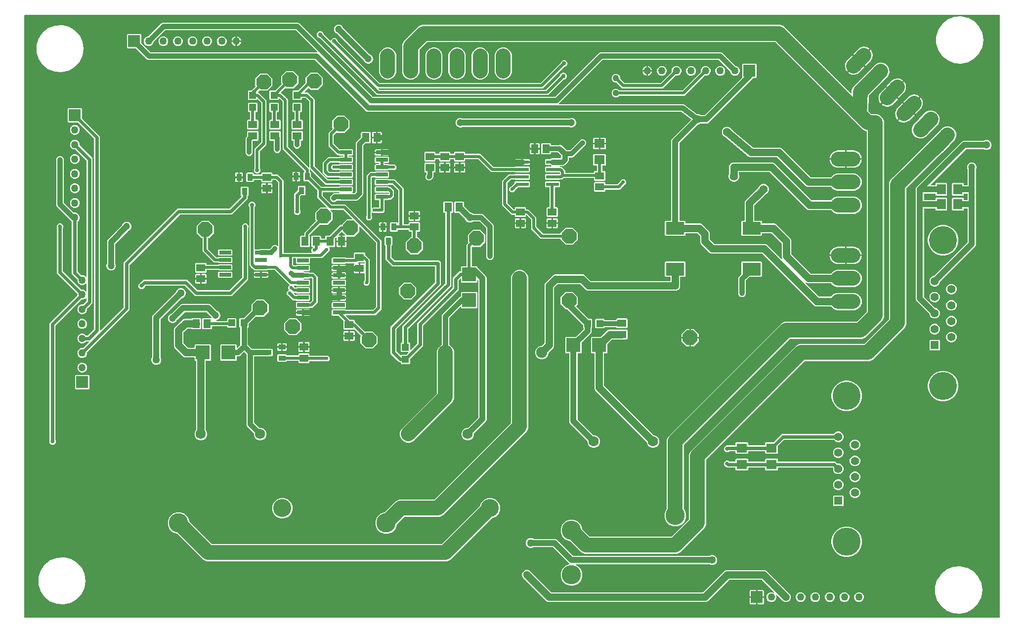
<source format=gbr>
G04 EAGLE Gerber RS-274X export*
G75*
%MOMM*%
%FSLAX34Y34*%
%LPD*%
%INTop Copper*%
%IPPOS*%
%AMOC8*
5,1,8,0,0,1.08239X$1,22.5*%
G01*
%ADD10C,2.550000*%
%ADD11R,1.500000X1.300000*%
%ADD12R,1.300000X1.500000*%
%ADD13R,1.800000X1.600000*%
%ADD14R,1.300000X1.600000*%
%ADD15R,2.400000X2.400000*%
%ADD16R,3.150000X2.200000*%
%ADD17C,1.397000*%
%ADD18R,2.032000X0.660400*%
%ADD19R,2.200000X0.600000*%
%ADD20C,3.290000*%
%ADD21C,1.770000*%
%ADD22R,1.200000X1.200000*%
%ADD23R,0.900000X1.200000*%
%ADD24R,1.200000X0.900000*%
%ADD25R,1.803000X1.600000*%
%ADD26P,2.763017X8X22.500000*%
%ADD27C,1.100000*%
%ADD28R,1.400000X1.400000*%
%ADD29C,1.400000*%
%ADD30C,4.800000*%
%ADD31C,1.755000*%
%ADD32C,3.090000*%
%ADD33C,3.300000*%
%ADD34R,2.032000X2.032000*%
%ADD35C,1.270000*%
%ADD36R,1.600000X1.803000*%
%ADD37C,0.889000*%
%ADD38C,1.270000*%
%ADD39C,1.016000*%
%ADD40C,1.300000*%
%ADD41C,0.750000*%
%ADD42C,0.600000*%
%ADD43C,2.540000*%
%ADD44C,1.905000*%
%ADD45C,0.900000*%
%ADD46C,2.540000*%
%ADD47C,1.200000*%
%ADD48C,0.508000*%
%ADD49C,0.812800*%
%ADD50C,0.850000*%
%ADD51C,0.609600*%
%ADD52C,0.650000*%

G36*
X1672958Y2504D02*
X1672958Y2504D01*
X1672977Y2502D01*
X1673079Y2524D01*
X1673181Y2540D01*
X1673198Y2550D01*
X1673218Y2554D01*
X1673307Y2607D01*
X1673398Y2656D01*
X1673412Y2670D01*
X1673429Y2680D01*
X1673496Y2759D01*
X1673568Y2834D01*
X1673576Y2852D01*
X1673589Y2867D01*
X1673628Y2963D01*
X1673671Y3057D01*
X1673673Y3077D01*
X1673681Y3095D01*
X1673699Y3262D01*
X1673699Y1034838D01*
X1673696Y1034858D01*
X1673698Y1034877D01*
X1673676Y1034979D01*
X1673660Y1035081D01*
X1673650Y1035098D01*
X1673646Y1035118D01*
X1673593Y1035207D01*
X1673544Y1035298D01*
X1673530Y1035312D01*
X1673520Y1035329D01*
X1673441Y1035396D01*
X1673366Y1035468D01*
X1673348Y1035476D01*
X1673333Y1035489D01*
X1673237Y1035528D01*
X1673143Y1035571D01*
X1673123Y1035573D01*
X1673105Y1035581D01*
X1672938Y1035599D01*
X3262Y1035599D01*
X3242Y1035596D01*
X3223Y1035598D01*
X3121Y1035576D01*
X3019Y1035560D01*
X3002Y1035550D01*
X2982Y1035546D01*
X2893Y1035493D01*
X2802Y1035444D01*
X2788Y1035430D01*
X2771Y1035420D01*
X2704Y1035341D01*
X2632Y1035266D01*
X2624Y1035248D01*
X2611Y1035233D01*
X2572Y1035137D01*
X2529Y1035043D01*
X2527Y1035023D01*
X2519Y1035005D01*
X2501Y1034838D01*
X2501Y3262D01*
X2504Y3242D01*
X2502Y3223D01*
X2524Y3121D01*
X2540Y3019D01*
X2550Y3002D01*
X2554Y2982D01*
X2607Y2893D01*
X2656Y2802D01*
X2670Y2788D01*
X2680Y2771D01*
X2759Y2704D01*
X2834Y2632D01*
X2852Y2624D01*
X2867Y2611D01*
X2963Y2572D01*
X3057Y2529D01*
X3077Y2527D01*
X3095Y2519D01*
X3262Y2501D01*
X1672938Y2501D01*
X1672958Y2504D01*
G37*
%LPC*%
G36*
X1113930Y159349D02*
X1113930Y159349D01*
X1107148Y162158D01*
X1101958Y167348D01*
X1099149Y174130D01*
X1099149Y181470D01*
X1101958Y188252D01*
X1102676Y188970D01*
X1102729Y189044D01*
X1102789Y189113D01*
X1102801Y189143D01*
X1102820Y189169D01*
X1102847Y189256D01*
X1102881Y189341D01*
X1102885Y189382D01*
X1102892Y189404D01*
X1102891Y189437D01*
X1102899Y189508D01*
X1102899Y307724D01*
X1105137Y313127D01*
X1299773Y507763D01*
X1305176Y510001D01*
X1428695Y510001D01*
X1428786Y510015D01*
X1428876Y510023D01*
X1428906Y510035D01*
X1428938Y510040D01*
X1429019Y510083D01*
X1429103Y510119D01*
X1429135Y510145D01*
X1429156Y510156D01*
X1429178Y510179D01*
X1429234Y510224D01*
X1445576Y526566D01*
X1445629Y526640D01*
X1445689Y526710D01*
X1445701Y526740D01*
X1445720Y526766D01*
X1445747Y526853D01*
X1445781Y526938D01*
X1445785Y526979D01*
X1445792Y527001D01*
X1445791Y527033D01*
X1445799Y527105D01*
X1445799Y835438D01*
X1445796Y835458D01*
X1445798Y835477D01*
X1445776Y835579D01*
X1445760Y835681D01*
X1445750Y835698D01*
X1445746Y835718D01*
X1445693Y835807D01*
X1445644Y835898D01*
X1445630Y835912D01*
X1445620Y835929D01*
X1445541Y835996D01*
X1445466Y836068D01*
X1445448Y836076D01*
X1445433Y836089D01*
X1445337Y836128D01*
X1445243Y836171D01*
X1445223Y836173D01*
X1445205Y836181D01*
X1445038Y836199D01*
X1444876Y836199D01*
X1439473Y838437D01*
X1435230Y842680D01*
X1424777Y853133D01*
X1424734Y853164D01*
X1424698Y853202D01*
X1424601Y853260D01*
X1424578Y853276D01*
X1424568Y853279D01*
X1424554Y853288D01*
X1424448Y853335D01*
X1422627Y855283D01*
X1422619Y855289D01*
X1422609Y855301D01*
X1420617Y857293D01*
X1420616Y857294D01*
X1289024Y988886D01*
X1288950Y988939D01*
X1288880Y988999D01*
X1288850Y989011D01*
X1288824Y989030D01*
X1288737Y989057D01*
X1288652Y989091D01*
X1288611Y989095D01*
X1288589Y989102D01*
X1288557Y989101D01*
X1288485Y989109D01*
X692715Y989109D01*
X692624Y989095D01*
X692534Y989087D01*
X692504Y989075D01*
X692472Y989070D01*
X692391Y989027D01*
X692307Y988991D01*
X692275Y988965D01*
X692254Y988954D01*
X692232Y988931D01*
X692176Y988886D01*
X679424Y976134D01*
X679371Y976060D01*
X679311Y975990D01*
X679299Y975960D01*
X679280Y975934D01*
X679253Y975847D01*
X679219Y975762D01*
X679215Y975721D01*
X679208Y975699D01*
X679209Y975667D01*
X679201Y975595D01*
X679201Y968456D01*
X679211Y968392D01*
X679212Y968326D01*
X679235Y968246D01*
X679240Y968214D01*
X679250Y968196D01*
X679251Y968192D01*
X679251Y936816D01*
X677005Y931394D01*
X672856Y927245D01*
X667434Y924999D01*
X661566Y924999D01*
X656144Y927245D01*
X651995Y931394D01*
X649749Y936816D01*
X649749Y968199D01*
X649756Y968229D01*
X649781Y968290D01*
X649790Y968372D01*
X649797Y968404D01*
X649796Y968424D01*
X649799Y968456D01*
X649799Y984924D01*
X652037Y990327D01*
X677983Y1016273D01*
X683386Y1018511D01*
X1297814Y1018511D01*
X1303217Y1016273D01*
X1307460Y1012030D01*
X1418381Y901109D01*
X1418429Y901074D01*
X1418471Y901032D01*
X1418528Y901003D01*
X1418581Y900965D01*
X1418637Y900948D01*
X1418690Y900921D01*
X1418754Y900912D01*
X1418816Y900893D01*
X1418875Y900895D01*
X1418933Y900886D01*
X1418997Y900898D01*
X1419062Y900899D01*
X1419117Y900920D01*
X1419175Y900930D01*
X1419232Y900962D01*
X1419293Y900984D01*
X1419339Y901021D01*
X1419391Y901049D01*
X1419434Y901097D01*
X1419485Y901138D01*
X1419517Y901187D01*
X1419557Y901231D01*
X1419583Y901290D01*
X1419618Y901344D01*
X1419632Y901402D01*
X1419656Y901456D01*
X1419670Y901552D01*
X1419678Y901583D01*
X1419677Y901598D01*
X1419680Y901622D01*
X1419759Y903995D01*
X1419758Y904005D01*
X1419760Y904021D01*
X1419760Y906687D01*
X1419804Y906794D01*
X1419816Y906845D01*
X1419837Y906894D01*
X1419854Y907006D01*
X1419860Y907033D01*
X1419859Y907044D01*
X1419861Y907060D01*
X1419865Y907175D01*
X1420967Y909604D01*
X1420970Y909613D01*
X1420977Y909627D01*
X1421998Y912090D01*
X1422079Y912172D01*
X1422110Y912215D01*
X1422149Y912251D01*
X1422206Y912348D01*
X1422223Y912372D01*
X1422226Y912382D01*
X1422234Y912396D01*
X1422282Y912501D01*
X1424229Y914323D01*
X1424236Y914331D01*
X1424248Y914340D01*
X1448658Y938751D01*
X1448662Y938757D01*
X1448670Y938763D01*
X1460907Y951569D01*
X1466276Y953937D01*
X1472143Y954070D01*
X1477614Y951948D01*
X1481857Y947893D01*
X1484225Y942524D01*
X1484358Y936657D01*
X1482236Y931186D01*
X1473310Y921846D01*
X1473278Y921799D01*
X1473238Y921758D01*
X1473228Y921741D01*
X1472813Y921326D01*
X1472809Y921320D01*
X1472801Y921314D01*
X1460564Y908508D01*
X1459677Y908117D01*
X1459630Y908086D01*
X1459577Y908064D01*
X1459498Y908000D01*
X1459471Y907983D01*
X1459463Y907972D01*
X1459446Y907959D01*
X1449172Y897685D01*
X1449126Y897621D01*
X1449073Y897563D01*
X1449055Y897522D01*
X1449029Y897485D01*
X1449006Y897410D01*
X1448974Y897338D01*
X1448965Y897279D01*
X1448956Y897250D01*
X1448957Y897223D01*
X1448950Y897172D01*
X1448102Y871729D01*
X1448115Y871626D01*
X1448124Y871523D01*
X1448131Y871505D01*
X1448134Y871485D01*
X1448179Y871391D01*
X1448220Y871296D01*
X1448235Y871277D01*
X1448242Y871264D01*
X1448264Y871241D01*
X1448325Y871165D01*
X1453666Y865824D01*
X1453740Y865771D01*
X1453810Y865711D01*
X1453840Y865699D01*
X1453866Y865680D01*
X1453953Y865653D01*
X1454038Y865619D01*
X1454079Y865615D01*
X1454101Y865608D01*
X1454133Y865609D01*
X1454205Y865601D01*
X1463424Y865601D01*
X1468827Y863363D01*
X1472963Y859227D01*
X1475201Y853824D01*
X1475201Y517776D01*
X1472963Y512373D01*
X1468720Y508130D01*
X1443427Y482837D01*
X1438024Y480599D01*
X1314505Y480599D01*
X1314414Y480585D01*
X1314324Y480577D01*
X1314294Y480565D01*
X1314262Y480560D01*
X1314181Y480517D01*
X1314097Y480481D01*
X1314065Y480455D01*
X1314044Y480444D01*
X1314022Y480421D01*
X1313966Y480376D01*
X1132524Y298934D01*
X1132471Y298860D01*
X1132411Y298790D01*
X1132399Y298760D01*
X1132380Y298734D01*
X1132353Y298647D01*
X1132319Y298562D01*
X1132315Y298521D01*
X1132308Y298499D01*
X1132309Y298467D01*
X1132301Y298395D01*
X1132301Y189508D01*
X1132315Y189418D01*
X1132323Y189327D01*
X1132335Y189297D01*
X1132340Y189265D01*
X1132383Y189184D01*
X1132419Y189101D01*
X1132445Y189068D01*
X1132456Y189048D01*
X1132479Y189026D01*
X1132524Y188970D01*
X1133242Y188252D01*
X1136051Y181470D01*
X1136051Y174130D01*
X1133242Y167348D01*
X1128052Y162158D01*
X1121270Y159349D01*
X1113930Y159349D01*
G37*
%LPD*%
%LPC*%
G36*
X1394016Y529849D02*
X1394016Y529849D01*
X1388594Y532095D01*
X1384663Y536026D01*
X1384589Y536079D01*
X1384520Y536139D01*
X1384490Y536151D01*
X1384463Y536170D01*
X1384376Y536197D01*
X1384291Y536231D01*
X1384251Y536235D01*
X1384228Y536242D01*
X1384196Y536241D01*
X1384125Y536249D01*
X1358739Y536249D01*
X1355670Y537521D01*
X1353214Y539977D01*
X1266764Y626426D01*
X1266690Y626479D01*
X1266621Y626539D01*
X1266590Y626551D01*
X1266564Y626570D01*
X1266477Y626597D01*
X1266392Y626631D01*
X1266351Y626635D01*
X1266329Y626642D01*
X1266297Y626641D01*
X1266226Y626649D01*
X1179439Y626649D01*
X1176370Y627921D01*
X1163777Y640514D01*
X1161321Y642970D01*
X1160049Y646039D01*
X1160049Y656626D01*
X1160035Y656716D01*
X1160027Y656807D01*
X1160015Y656836D01*
X1160010Y656868D01*
X1159967Y656949D01*
X1159931Y657033D01*
X1159905Y657065D01*
X1159894Y657086D01*
X1159871Y657108D01*
X1159826Y657164D01*
X1155564Y661426D01*
X1155490Y661479D01*
X1155421Y661539D01*
X1155390Y661551D01*
X1155364Y661570D01*
X1155277Y661597D01*
X1155192Y661631D01*
X1155151Y661635D01*
X1155129Y661642D01*
X1155097Y661641D01*
X1155026Y661649D01*
X1136112Y661649D01*
X1136092Y661646D01*
X1136073Y661648D01*
X1135971Y661626D01*
X1135869Y661610D01*
X1135852Y661600D01*
X1135832Y661596D01*
X1135743Y661543D01*
X1135652Y661494D01*
X1135638Y661480D01*
X1135621Y661470D01*
X1135554Y661391D01*
X1135482Y661316D01*
X1135474Y661298D01*
X1135461Y661283D01*
X1135422Y661187D01*
X1135379Y661093D01*
X1135377Y661073D01*
X1135369Y661055D01*
X1135351Y660888D01*
X1135351Y658171D01*
X1134179Y656999D01*
X1101021Y656999D01*
X1099849Y658171D01*
X1099849Y681829D01*
X1101021Y683001D01*
X1109758Y683001D01*
X1109778Y683004D01*
X1109797Y683002D01*
X1109899Y683024D01*
X1110001Y683040D01*
X1110018Y683050D01*
X1110038Y683054D01*
X1110127Y683107D01*
X1110218Y683156D01*
X1110232Y683170D01*
X1110249Y683180D01*
X1110316Y683259D01*
X1110388Y683334D01*
X1110396Y683352D01*
X1110409Y683367D01*
X1110448Y683463D01*
X1110491Y683557D01*
X1110493Y683577D01*
X1110501Y683595D01*
X1110519Y683762D01*
X1110519Y820128D01*
X1111597Y822731D01*
X1144761Y855895D01*
X1144804Y855954D01*
X1144854Y856008D01*
X1144875Y856053D01*
X1144904Y856094D01*
X1144926Y856164D01*
X1144957Y856231D01*
X1144962Y856281D01*
X1144977Y856329D01*
X1144975Y856403D01*
X1144983Y856476D01*
X1144972Y856525D01*
X1144970Y856575D01*
X1144945Y856644D01*
X1144929Y856716D01*
X1144903Y856759D01*
X1144886Y856806D01*
X1144840Y856864D01*
X1144802Y856926D01*
X1144752Y856973D01*
X1144732Y856998D01*
X1144712Y857011D01*
X1144680Y857041D01*
X1127842Y869701D01*
X1127809Y869719D01*
X1127780Y869744D01*
X1127700Y869776D01*
X1127624Y869816D01*
X1127587Y869822D01*
X1127552Y869836D01*
X1127385Y869854D01*
X589780Y869854D01*
X587411Y870836D01*
X499715Y958531D01*
X499641Y958584D01*
X499572Y958644D01*
X499542Y958656D01*
X499516Y958675D01*
X499429Y958702D01*
X499344Y958736D01*
X499303Y958740D01*
X499281Y958747D01*
X499248Y958746D01*
X499177Y958754D01*
X214618Y958754D01*
X212249Y959736D01*
X210328Y961656D01*
X193768Y978216D01*
X193694Y978269D01*
X193625Y978329D01*
X193595Y978341D01*
X193568Y978360D01*
X193481Y978387D01*
X193397Y978421D01*
X193356Y978425D01*
X193333Y978432D01*
X193301Y978431D01*
X193230Y978439D01*
X179511Y978439D01*
X178339Y979611D01*
X178339Y1001589D01*
X179511Y1002761D01*
X201489Y1002761D01*
X202661Y1001589D01*
X202661Y987870D01*
X202675Y987780D01*
X202683Y987689D01*
X202695Y987659D01*
X202700Y987627D01*
X202743Y987547D01*
X202779Y987463D01*
X202805Y987431D01*
X202816Y987410D01*
X202839Y987388D01*
X202884Y987332D01*
X218347Y971869D01*
X218421Y971816D01*
X218490Y971756D01*
X218521Y971744D01*
X218547Y971725D01*
X218634Y971698D01*
X218719Y971664D01*
X218759Y971660D01*
X218782Y971653D01*
X218814Y971654D01*
X218885Y971646D01*
X503301Y971646D01*
X503372Y971657D01*
X503443Y971659D01*
X503492Y971677D01*
X503544Y971685D01*
X503607Y971719D01*
X503674Y971744D01*
X503715Y971776D01*
X503761Y971801D01*
X503810Y971853D01*
X503866Y971897D01*
X503894Y971941D01*
X503930Y971979D01*
X503961Y972044D01*
X503999Y972104D01*
X504012Y972155D01*
X504034Y972202D01*
X504042Y972273D01*
X504059Y972343D01*
X504055Y972395D01*
X504061Y972446D01*
X504046Y972517D01*
X504040Y972588D01*
X504020Y972636D01*
X504009Y972687D01*
X503972Y972748D01*
X503944Y972814D01*
X503899Y972870D01*
X503883Y972898D01*
X503865Y972913D01*
X503839Y972945D01*
X467453Y1009331D01*
X467379Y1009384D01*
X467310Y1009444D01*
X467279Y1009456D01*
X467253Y1009475D01*
X467166Y1009502D01*
X467081Y1009536D01*
X467041Y1009540D01*
X467018Y1009547D01*
X466986Y1009546D01*
X466915Y1009554D01*
X243777Y1009554D01*
X243687Y1009540D01*
X243596Y1009532D01*
X243566Y1009520D01*
X243534Y1009515D01*
X243454Y1009472D01*
X243370Y1009436D01*
X243338Y1009410D01*
X243317Y1009399D01*
X243295Y1009376D01*
X243239Y1009331D01*
X223966Y990058D01*
X223913Y989984D01*
X223853Y989915D01*
X223841Y989884D01*
X223822Y989858D01*
X223795Y989771D01*
X223761Y989686D01*
X223757Y989646D01*
X223750Y989623D01*
X223751Y989591D01*
X223743Y989520D01*
X223743Y988939D01*
X222471Y985870D01*
X220122Y983521D01*
X217053Y982249D01*
X213731Y982249D01*
X210662Y983521D01*
X208313Y985870D01*
X207041Y988939D01*
X207041Y992261D01*
X208313Y995330D01*
X210662Y997679D01*
X213731Y998951D01*
X214312Y998951D01*
X214402Y998965D01*
X214493Y998973D01*
X214523Y998985D01*
X214555Y998990D01*
X214635Y999033D01*
X214719Y999069D01*
X214751Y999095D01*
X214772Y999106D01*
X214794Y999129D01*
X214797Y999131D01*
X214798Y999132D01*
X214800Y999133D01*
X214850Y999174D01*
X237141Y1021464D01*
X239510Y1022446D01*
X471182Y1022446D01*
X473551Y1021464D01*
X599347Y895669D01*
X599421Y895616D01*
X599490Y895556D01*
X599521Y895544D01*
X599547Y895525D01*
X599634Y895498D01*
X599719Y895464D01*
X599759Y895460D01*
X599782Y895453D01*
X599814Y895454D01*
X599885Y895446D01*
X911415Y895446D01*
X911505Y895460D01*
X911596Y895468D01*
X911626Y895480D01*
X911658Y895485D01*
X911738Y895528D01*
X911822Y895564D01*
X911854Y895590D01*
X911875Y895601D01*
X911876Y895602D01*
X911897Y895624D01*
X911953Y895669D01*
X986949Y970664D01*
X989318Y971646D01*
X1195590Y971646D01*
X1197959Y970664D01*
X1220250Y948374D01*
X1220324Y948321D01*
X1220393Y948261D01*
X1220424Y948249D01*
X1220450Y948230D01*
X1220537Y948203D01*
X1220622Y948169D01*
X1220662Y948165D01*
X1220685Y948158D01*
X1220717Y948159D01*
X1220788Y948151D01*
X1221369Y948151D01*
X1224438Y946879D01*
X1226787Y944530D01*
X1228059Y941461D01*
X1228059Y938139D01*
X1226787Y935070D01*
X1224438Y932721D01*
X1221369Y931449D01*
X1218047Y931449D01*
X1214978Y932721D01*
X1212629Y935070D01*
X1211357Y938139D01*
X1211357Y938720D01*
X1211343Y938810D01*
X1211335Y938901D01*
X1211323Y938931D01*
X1211318Y938963D01*
X1211275Y939043D01*
X1211239Y939127D01*
X1211213Y939159D01*
X1211202Y939180D01*
X1211179Y939202D01*
X1211134Y939258D01*
X1191861Y958531D01*
X1191787Y958584D01*
X1191718Y958644D01*
X1191687Y958656D01*
X1191661Y958675D01*
X1191574Y958702D01*
X1191489Y958736D01*
X1191449Y958740D01*
X1191426Y958747D01*
X1191394Y958746D01*
X1191323Y958754D01*
X993585Y958754D01*
X993495Y958740D01*
X993404Y958732D01*
X993374Y958720D01*
X993342Y958715D01*
X993262Y958672D01*
X993178Y958636D01*
X993146Y958610D01*
X993125Y958599D01*
X993103Y958576D01*
X993047Y958531D01*
X918561Y884045D01*
X918519Y883987D01*
X918470Y883935D01*
X918448Y883888D01*
X918417Y883846D01*
X918396Y883777D01*
X918366Y883712D01*
X918360Y883660D01*
X918345Y883610D01*
X918347Y883539D01*
X918339Y883468D01*
X918350Y883417D01*
X918351Y883365D01*
X918376Y883297D01*
X918391Y883227D01*
X918418Y883183D01*
X918436Y883134D01*
X918481Y883078D01*
X918517Y883016D01*
X918557Y882982D01*
X918590Y882942D01*
X918650Y882903D01*
X918704Y882856D01*
X918753Y882837D01*
X918796Y882809D01*
X918866Y882791D01*
X918932Y882764D01*
X919004Y882756D01*
X919035Y882748D01*
X919058Y882750D01*
X919099Y882746D01*
X1129284Y882746D01*
X1129316Y882751D01*
X1129391Y882753D01*
X1130158Y882862D01*
X1130515Y882770D01*
X1130527Y882769D01*
X1130538Y882764D01*
X1130705Y882746D01*
X1131074Y882746D01*
X1131789Y882449D01*
X1131821Y882442D01*
X1131891Y882416D01*
X1132641Y882222D01*
X1132936Y882001D01*
X1132947Y881995D01*
X1132955Y881987D01*
X1133102Y881906D01*
X1133443Y881764D01*
X1133991Y881217D01*
X1134017Y881198D01*
X1134071Y881147D01*
X1154272Y865959D01*
X1154305Y865941D01*
X1154334Y865916D01*
X1154414Y865884D01*
X1154489Y865844D01*
X1154527Y865838D01*
X1154562Y865824D01*
X1154729Y865806D01*
X1157487Y865806D01*
X1160790Y864438D01*
X1161104Y864124D01*
X1161178Y864071D01*
X1161247Y864011D01*
X1161278Y863999D01*
X1161304Y863980D01*
X1161391Y863953D01*
X1161476Y863919D01*
X1161517Y863915D01*
X1161539Y863908D01*
X1161571Y863909D01*
X1161642Y863901D01*
X1167262Y863901D01*
X1167352Y863915D01*
X1167443Y863923D01*
X1167473Y863935D01*
X1167504Y863940D01*
X1167585Y863983D01*
X1167669Y864019D01*
X1167701Y864045D01*
X1167722Y864056D01*
X1167744Y864079D01*
X1167800Y864124D01*
X1232216Y928540D01*
X1232269Y928614D01*
X1232329Y928683D01*
X1232341Y928714D01*
X1232360Y928740D01*
X1232387Y928827D01*
X1232421Y928912D01*
X1232425Y928952D01*
X1232432Y928975D01*
X1232431Y929007D01*
X1232439Y929078D01*
X1232439Y950789D01*
X1233611Y951961D01*
X1255589Y951961D01*
X1256761Y950789D01*
X1256761Y928811D01*
X1255589Y927639D01*
X1251418Y927639D01*
X1251303Y927621D01*
X1251187Y927603D01*
X1251181Y927601D01*
X1251175Y927600D01*
X1251073Y927545D01*
X1250968Y927492D01*
X1250963Y927487D01*
X1250958Y927484D01*
X1250878Y927400D01*
X1250796Y927316D01*
X1250792Y927310D01*
X1250788Y927306D01*
X1250781Y927289D01*
X1250715Y927169D01*
X1250603Y926899D01*
X1174521Y850817D01*
X1171918Y849739D01*
X1161642Y849739D01*
X1161552Y849725D01*
X1161461Y849717D01*
X1161432Y849705D01*
X1161400Y849700D01*
X1161319Y849657D01*
X1161235Y849621D01*
X1161203Y849595D01*
X1161182Y849584D01*
X1161160Y849561D01*
X1161104Y849516D01*
X1160790Y849202D01*
X1157487Y847834D01*
X1157043Y847834D01*
X1156953Y847820D01*
X1156862Y847812D01*
X1156832Y847800D01*
X1156800Y847795D01*
X1156720Y847752D01*
X1156636Y847716D01*
X1156604Y847690D01*
X1156583Y847679D01*
X1156561Y847656D01*
X1156505Y847611D01*
X1124904Y816010D01*
X1124851Y815936D01*
X1124791Y815867D01*
X1124779Y815836D01*
X1124760Y815810D01*
X1124733Y815723D01*
X1124699Y815638D01*
X1124695Y815598D01*
X1124688Y815575D01*
X1124689Y815543D01*
X1124681Y815472D01*
X1124681Y683762D01*
X1124684Y683742D01*
X1124682Y683723D01*
X1124704Y683621D01*
X1124720Y683519D01*
X1124730Y683502D01*
X1124734Y683482D01*
X1124787Y683393D01*
X1124836Y683302D01*
X1124850Y683288D01*
X1124860Y683271D01*
X1124939Y683204D01*
X1125014Y683132D01*
X1125032Y683124D01*
X1125047Y683111D01*
X1125143Y683072D01*
X1125237Y683029D01*
X1125257Y683027D01*
X1125275Y683019D01*
X1125442Y683001D01*
X1134179Y683001D01*
X1135351Y681829D01*
X1135351Y679112D01*
X1135354Y679092D01*
X1135352Y679073D01*
X1135374Y678971D01*
X1135390Y678869D01*
X1135400Y678852D01*
X1135404Y678832D01*
X1135457Y678743D01*
X1135506Y678652D01*
X1135520Y678638D01*
X1135530Y678621D01*
X1135609Y678554D01*
X1135684Y678482D01*
X1135702Y678474D01*
X1135717Y678461D01*
X1135813Y678422D01*
X1135907Y678379D01*
X1135927Y678377D01*
X1135945Y678369D01*
X1136112Y678351D01*
X1160461Y678351D01*
X1163530Y677079D01*
X1175479Y665130D01*
X1176751Y662061D01*
X1176751Y651474D01*
X1176765Y651384D01*
X1176773Y651293D01*
X1176785Y651264D01*
X1176790Y651232D01*
X1176833Y651151D01*
X1176869Y651067D01*
X1176895Y651035D01*
X1176906Y651014D01*
X1176929Y650992D01*
X1176974Y650936D01*
X1184336Y643574D01*
X1184410Y643521D01*
X1184479Y643461D01*
X1184510Y643449D01*
X1184536Y643430D01*
X1184623Y643403D01*
X1184708Y643369D01*
X1184749Y643365D01*
X1184771Y643358D01*
X1184803Y643359D01*
X1184874Y643351D01*
X1271661Y643351D01*
X1274730Y642079D01*
X1277186Y639623D01*
X1299574Y617236D01*
X1299653Y617179D01*
X1299728Y617117D01*
X1299752Y617108D01*
X1299773Y617093D01*
X1299866Y617064D01*
X1299957Y617029D01*
X1299983Y617028D01*
X1300008Y617020D01*
X1300106Y617023D01*
X1300203Y617019D01*
X1300228Y617026D01*
X1300254Y617027D01*
X1300346Y617060D01*
X1300439Y617087D01*
X1300461Y617102D01*
X1300485Y617111D01*
X1300561Y617172D01*
X1300641Y617227D01*
X1300657Y617248D01*
X1300677Y617265D01*
X1300730Y617347D01*
X1300788Y617425D01*
X1300796Y617450D01*
X1300810Y617472D01*
X1300834Y617566D01*
X1300864Y617659D01*
X1300864Y617685D01*
X1300870Y617710D01*
X1300863Y617807D01*
X1300862Y617905D01*
X1300853Y617936D01*
X1300851Y617955D01*
X1300838Y617986D01*
X1300815Y618066D01*
X1299749Y620639D01*
X1299749Y643926D01*
X1299735Y644016D01*
X1299727Y644107D01*
X1299715Y644136D01*
X1299710Y644168D01*
X1299667Y644249D01*
X1299631Y644333D01*
X1299605Y644365D01*
X1299594Y644386D01*
X1299571Y644408D01*
X1299526Y644464D01*
X1282564Y661426D01*
X1282490Y661479D01*
X1282421Y661539D01*
X1282390Y661551D01*
X1282364Y661570D01*
X1282277Y661597D01*
X1282192Y661631D01*
X1282151Y661635D01*
X1282129Y661642D01*
X1282097Y661641D01*
X1282026Y661649D01*
X1266922Y661649D01*
X1266902Y661646D01*
X1266883Y661648D01*
X1266781Y661626D01*
X1266679Y661610D01*
X1266662Y661600D01*
X1266642Y661596D01*
X1266553Y661543D01*
X1266462Y661494D01*
X1266448Y661480D01*
X1266431Y661470D01*
X1266364Y661391D01*
X1266292Y661316D01*
X1266284Y661298D01*
X1266271Y661283D01*
X1266232Y661187D01*
X1266189Y661093D01*
X1266187Y661073D01*
X1266179Y661055D01*
X1266161Y660888D01*
X1266161Y658171D01*
X1264989Y656999D01*
X1231831Y656999D01*
X1230659Y658171D01*
X1230659Y681829D01*
X1231831Y683001D01*
X1235488Y683001D01*
X1235508Y683004D01*
X1235527Y683002D01*
X1235629Y683024D01*
X1235731Y683040D01*
X1235748Y683050D01*
X1235768Y683054D01*
X1235857Y683107D01*
X1235948Y683156D01*
X1235962Y683170D01*
X1235979Y683180D01*
X1236046Y683259D01*
X1236118Y683334D01*
X1236126Y683352D01*
X1236139Y683367D01*
X1236178Y683463D01*
X1236221Y683557D01*
X1236223Y683577D01*
X1236231Y683595D01*
X1236249Y683762D01*
X1236249Y714561D01*
X1237521Y717630D01*
X1260370Y740480D01*
X1260408Y740533D01*
X1260454Y740580D01*
X1260495Y740653D01*
X1260514Y740680D01*
X1260519Y740698D01*
X1260535Y740727D01*
X1261112Y742120D01*
X1263640Y744648D01*
X1266943Y746016D01*
X1270517Y746016D01*
X1273820Y744648D01*
X1276348Y742120D01*
X1277716Y738817D01*
X1277716Y735243D01*
X1276348Y731940D01*
X1273820Y729412D01*
X1272427Y728835D01*
X1272371Y728801D01*
X1272311Y728775D01*
X1272246Y728723D01*
X1272218Y728706D01*
X1272205Y728691D01*
X1272180Y728670D01*
X1253174Y709664D01*
X1253121Y709590D01*
X1253061Y709521D01*
X1253049Y709490D01*
X1253030Y709464D01*
X1253003Y709377D01*
X1252969Y709292D01*
X1252965Y709251D01*
X1252958Y709229D01*
X1252959Y709197D01*
X1252951Y709126D01*
X1252951Y683762D01*
X1252954Y683742D01*
X1252952Y683723D01*
X1252974Y683621D01*
X1252990Y683519D01*
X1253000Y683502D01*
X1253004Y683482D01*
X1253057Y683393D01*
X1253106Y683302D01*
X1253120Y683288D01*
X1253130Y683271D01*
X1253209Y683204D01*
X1253284Y683132D01*
X1253302Y683124D01*
X1253317Y683111D01*
X1253413Y683072D01*
X1253507Y683029D01*
X1253527Y683027D01*
X1253545Y683019D01*
X1253712Y683001D01*
X1264989Y683001D01*
X1266161Y681829D01*
X1266161Y679112D01*
X1266164Y679092D01*
X1266162Y679073D01*
X1266184Y678971D01*
X1266200Y678869D01*
X1266210Y678852D01*
X1266214Y678832D01*
X1266267Y678743D01*
X1266316Y678652D01*
X1266330Y678638D01*
X1266340Y678621D01*
X1266419Y678554D01*
X1266494Y678482D01*
X1266512Y678474D01*
X1266527Y678461D01*
X1266623Y678422D01*
X1266717Y678379D01*
X1266737Y678377D01*
X1266755Y678369D01*
X1266922Y678351D01*
X1287461Y678351D01*
X1290530Y677079D01*
X1315179Y652430D01*
X1316451Y649361D01*
X1316451Y626074D01*
X1316465Y625984D01*
X1316473Y625893D01*
X1316485Y625864D01*
X1316490Y625832D01*
X1316533Y625751D01*
X1316569Y625667D01*
X1316595Y625635D01*
X1316606Y625614D01*
X1316629Y625592D01*
X1316674Y625536D01*
X1349436Y592774D01*
X1349510Y592721D01*
X1349579Y592661D01*
X1349610Y592649D01*
X1349636Y592630D01*
X1349723Y592603D01*
X1349808Y592569D01*
X1349849Y592565D01*
X1349871Y592558D01*
X1349903Y592559D01*
X1349974Y592551D01*
X1384125Y592551D01*
X1384215Y592565D01*
X1384306Y592573D01*
X1384336Y592585D01*
X1384368Y592590D01*
X1384448Y592633D01*
X1384532Y592669D01*
X1384564Y592695D01*
X1384585Y592706D01*
X1384607Y592729D01*
X1384663Y592774D01*
X1388594Y596705D01*
X1394016Y598951D01*
X1425384Y598951D01*
X1430806Y596705D01*
X1434955Y592556D01*
X1437201Y587134D01*
X1437201Y581266D01*
X1434955Y575844D01*
X1430806Y571695D01*
X1425384Y569449D01*
X1394016Y569449D01*
X1388594Y571695D01*
X1384663Y575626D01*
X1384589Y575679D01*
X1384520Y575739D01*
X1384490Y575751D01*
X1384463Y575770D01*
X1384376Y575797D01*
X1384291Y575831D01*
X1384251Y575835D01*
X1384228Y575842D01*
X1384196Y575841D01*
X1384125Y575849D01*
X1344539Y575849D01*
X1341966Y576915D01*
X1341871Y576937D01*
X1341778Y576966D01*
X1341752Y576965D01*
X1341726Y576971D01*
X1341630Y576962D01*
X1341532Y576960D01*
X1341507Y576951D01*
X1341481Y576948D01*
X1341393Y576909D01*
X1341301Y576875D01*
X1341281Y576859D01*
X1341257Y576848D01*
X1341185Y576782D01*
X1341109Y576721D01*
X1341095Y576699D01*
X1341076Y576682D01*
X1341029Y576596D01*
X1340976Y576515D01*
X1340970Y576489D01*
X1340957Y576466D01*
X1340940Y576370D01*
X1340916Y576276D01*
X1340918Y576250D01*
X1340913Y576224D01*
X1340928Y576128D01*
X1340935Y576031D01*
X1340945Y576007D01*
X1340949Y575981D01*
X1340993Y575894D01*
X1341031Y575804D01*
X1341052Y575779D01*
X1341061Y575762D01*
X1341084Y575738D01*
X1341136Y575674D01*
X1363636Y553174D01*
X1363710Y553121D01*
X1363779Y553061D01*
X1363810Y553049D01*
X1363836Y553030D01*
X1363923Y553003D01*
X1364008Y552969D01*
X1364049Y552965D01*
X1364071Y552958D01*
X1364103Y552959D01*
X1364174Y552951D01*
X1384125Y552951D01*
X1384215Y552965D01*
X1384306Y552973D01*
X1384336Y552985D01*
X1384368Y552990D01*
X1384448Y553033D01*
X1384532Y553069D01*
X1384564Y553095D01*
X1384585Y553106D01*
X1384607Y553129D01*
X1384663Y553174D01*
X1388594Y557105D01*
X1394016Y559351D01*
X1425384Y559351D01*
X1430806Y557105D01*
X1434955Y552956D01*
X1437201Y547534D01*
X1437201Y541666D01*
X1434955Y536244D01*
X1430806Y532095D01*
X1425384Y529849D01*
X1394016Y529849D01*
G37*
%LPD*%
%LPC*%
G36*
X962276Y112299D02*
X962276Y112299D01*
X956873Y114537D01*
X937684Y133726D01*
X937610Y133779D01*
X937540Y133839D01*
X937510Y133851D01*
X937484Y133870D01*
X937397Y133897D01*
X937312Y133931D01*
X937271Y133935D01*
X937249Y133942D01*
X937217Y133941D01*
X937145Y133949D01*
X936130Y133949D01*
X929348Y136758D01*
X924158Y141948D01*
X921349Y148730D01*
X921349Y156070D01*
X924158Y162852D01*
X929348Y168042D01*
X936130Y170851D01*
X943470Y170851D01*
X950252Y168042D01*
X955442Y162852D01*
X958251Y156070D01*
X958251Y155055D01*
X958265Y154964D01*
X958273Y154874D01*
X958285Y154844D01*
X958290Y154812D01*
X958333Y154731D01*
X958369Y154647D01*
X958395Y154615D01*
X958406Y154594D01*
X958429Y154572D01*
X958474Y154516D01*
X971066Y141924D01*
X971140Y141871D01*
X971210Y141811D01*
X971240Y141799D01*
X971266Y141780D01*
X971353Y141753D01*
X971438Y141719D01*
X971479Y141715D01*
X971501Y141708D01*
X971533Y141709D01*
X971605Y141701D01*
X1111195Y141701D01*
X1111286Y141715D01*
X1111376Y141723D01*
X1111406Y141735D01*
X1111438Y141740D01*
X1111519Y141783D01*
X1111603Y141819D01*
X1111635Y141845D01*
X1111656Y141856D01*
X1111678Y141879D01*
X1111734Y141924D01*
X1140776Y170966D01*
X1140819Y171026D01*
X1140861Y171070D01*
X1140868Y171086D01*
X1140889Y171110D01*
X1140901Y171140D01*
X1140920Y171166D01*
X1140947Y171253D01*
X1140950Y171261D01*
X1140965Y171293D01*
X1140966Y171300D01*
X1140981Y171338D01*
X1140985Y171379D01*
X1140992Y171401D01*
X1140991Y171433D01*
X1140999Y171505D01*
X1140999Y282324D01*
X1143237Y287727D01*
X1325173Y469663D01*
X1330576Y471901D01*
X1441395Y471901D01*
X1441486Y471915D01*
X1441576Y471923D01*
X1441606Y471935D01*
X1441638Y471940D01*
X1441719Y471983D01*
X1441803Y472019D01*
X1441835Y472045D01*
X1441856Y472056D01*
X1441878Y472079D01*
X1441934Y472124D01*
X1483676Y513866D01*
X1483729Y513940D01*
X1483789Y514010D01*
X1483801Y514040D01*
X1483820Y514066D01*
X1483847Y514153D01*
X1483881Y514238D01*
X1483885Y514279D01*
X1483892Y514301D01*
X1483891Y514333D01*
X1483899Y514405D01*
X1483899Y741725D01*
X1483889Y741788D01*
X1483889Y741852D01*
X1483884Y741869D01*
X1483899Y744795D01*
X1483899Y744797D01*
X1483899Y744799D01*
X1483899Y747723D01*
X1485033Y750419D01*
X1485033Y750420D01*
X1485034Y750422D01*
X1486153Y753123D01*
X1488231Y755180D01*
X1488232Y755181D01*
X1488234Y755183D01*
X1490306Y757254D01*
X1490353Y757291D01*
X1490381Y757309D01*
X1490393Y757323D01*
X1490416Y757342D01*
X1563491Y829645D01*
X1563496Y829651D01*
X1563506Y829660D01*
X1575425Y842133D01*
X1580794Y844501D01*
X1586661Y844634D01*
X1592132Y842512D01*
X1596375Y838458D01*
X1598743Y833088D01*
X1598876Y827222D01*
X1596754Y821751D01*
X1587797Y812378D01*
X1587766Y812333D01*
X1587727Y812294D01*
X1587691Y812228D01*
X1587017Y811561D01*
X1587012Y811554D01*
X1587002Y811546D01*
X1575082Y799073D01*
X1573971Y798582D01*
X1573925Y798552D01*
X1573874Y798531D01*
X1573790Y798465D01*
X1573765Y798448D01*
X1573757Y798439D01*
X1573743Y798427D01*
X1513527Y738847D01*
X1513472Y738772D01*
X1513411Y738701D01*
X1513400Y738672D01*
X1513382Y738648D01*
X1513354Y738559D01*
X1513319Y738472D01*
X1513315Y738434D01*
X1513308Y738413D01*
X1513309Y738381D01*
X1513301Y738306D01*
X1513301Y505076D01*
X1511063Y499673D01*
X1456127Y444737D01*
X1450724Y442499D01*
X1339905Y442499D01*
X1339814Y442485D01*
X1339724Y442477D01*
X1339694Y442465D01*
X1339662Y442460D01*
X1339581Y442417D01*
X1339497Y442381D01*
X1339465Y442355D01*
X1339444Y442344D01*
X1339422Y442321D01*
X1339366Y442276D01*
X1170624Y273534D01*
X1170571Y273460D01*
X1170511Y273390D01*
X1170499Y273360D01*
X1170480Y273334D01*
X1170453Y273247D01*
X1170419Y273162D01*
X1170415Y273121D01*
X1170408Y273099D01*
X1170409Y273067D01*
X1170401Y272995D01*
X1170401Y162176D01*
X1168163Y156773D01*
X1125927Y114537D01*
X1120524Y112299D01*
X962276Y112299D01*
G37*
%LPD*%
%LPC*%
G36*
X586974Y464026D02*
X586974Y464026D01*
X578326Y472674D01*
X578326Y484906D01*
X578901Y485481D01*
X578913Y485497D01*
X578928Y485509D01*
X578984Y485597D01*
X579045Y485681D01*
X579050Y485700D01*
X579061Y485716D01*
X579087Y485817D01*
X579117Y485916D01*
X579116Y485936D01*
X579121Y485955D01*
X579113Y486058D01*
X579111Y486162D01*
X579104Y486180D01*
X579102Y486200D01*
X579062Y486295D01*
X579026Y486393D01*
X579014Y486408D01*
X579006Y486426D01*
X578901Y486557D01*
X568682Y496776D01*
X568666Y496788D01*
X568654Y496803D01*
X568566Y496860D01*
X568482Y496920D01*
X568464Y496926D01*
X568447Y496936D01*
X568346Y496962D01*
X568247Y496992D01*
X568227Y496992D01*
X568208Y496996D01*
X568105Y496988D01*
X568002Y496986D01*
X567983Y496979D01*
X567963Y496977D01*
X567868Y496937D01*
X567771Y496901D01*
X567755Y496889D01*
X567737Y496881D01*
X567606Y496776D01*
X567129Y496299D01*
X550471Y496299D01*
X549299Y497471D01*
X549299Y511018D01*
X549296Y511037D01*
X549298Y511055D01*
X549283Y511124D01*
X549277Y511199D01*
X549265Y511229D01*
X549260Y511261D01*
X549249Y511280D01*
X549246Y511296D01*
X549212Y511352D01*
X549181Y511425D01*
X549155Y511457D01*
X549144Y511478D01*
X549127Y511494D01*
X549120Y511507D01*
X549107Y511517D01*
X549076Y511556D01*
X540378Y520254D01*
X540304Y520307D01*
X540235Y520367D01*
X540205Y520379D01*
X540178Y520398D01*
X540091Y520425D01*
X540007Y520459D01*
X539966Y520463D01*
X539943Y520470D01*
X539911Y520469D01*
X539840Y520477D01*
X530285Y520477D01*
X529113Y521649D01*
X529113Y529911D01*
X530285Y531083D01*
X552263Y531083D01*
X552802Y530544D01*
X552876Y530491D01*
X552945Y530431D01*
X552975Y530419D01*
X553002Y530400D01*
X553088Y530373D01*
X553173Y530339D01*
X553214Y530335D01*
X553237Y530328D01*
X553269Y530329D01*
X553340Y530321D01*
X599784Y530321D01*
X599874Y530335D01*
X599965Y530343D01*
X599995Y530355D01*
X600027Y530360D01*
X600107Y530403D01*
X600191Y530439D01*
X600223Y530465D01*
X600244Y530476D01*
X600266Y530499D01*
X600322Y530544D01*
X604836Y535058D01*
X604889Y535132D01*
X604949Y535201D01*
X604961Y535231D01*
X604980Y535258D01*
X605007Y535345D01*
X605041Y535429D01*
X605045Y535470D01*
X605052Y535493D01*
X605051Y535525D01*
X605059Y535596D01*
X605059Y645138D01*
X605045Y645228D01*
X605037Y645319D01*
X605025Y645348D01*
X605020Y645380D01*
X604977Y645461D01*
X604941Y645545D01*
X604915Y645577D01*
X604904Y645598D01*
X604881Y645620D01*
X604836Y645676D01*
X577404Y673108D01*
X577346Y673150D01*
X577294Y673200D01*
X577246Y673222D01*
X577204Y673252D01*
X577136Y673273D01*
X577070Y673303D01*
X577019Y673309D01*
X576969Y673324D01*
X576897Y673322D01*
X576826Y673330D01*
X576775Y673319D01*
X576723Y673318D01*
X576656Y673293D01*
X576586Y673278D01*
X576541Y673251D01*
X576492Y673234D01*
X576436Y673189D01*
X576375Y673152D01*
X576341Y673112D01*
X576300Y673080D01*
X576261Y673020D01*
X576215Y672965D01*
X576195Y672917D01*
X576167Y672873D01*
X576150Y672803D01*
X576123Y672737D01*
X576115Y672666D01*
X576107Y672634D01*
X576109Y672611D01*
X576104Y672570D01*
X576104Y664444D01*
X567456Y655796D01*
X555202Y655796D01*
X555182Y655793D01*
X555163Y655795D01*
X555061Y655773D01*
X554959Y655756D01*
X554942Y655747D01*
X554922Y655742D01*
X554833Y655689D01*
X554742Y655641D01*
X554728Y655627D01*
X554711Y655616D01*
X554644Y655538D01*
X554572Y655463D01*
X554564Y655445D01*
X554551Y655429D01*
X554512Y655333D01*
X554469Y655240D01*
X554467Y655220D01*
X554459Y655201D01*
X554441Y655035D01*
X554441Y649223D01*
X547463Y649223D01*
X547463Y657701D01*
X551482Y657701D01*
X551552Y657712D01*
X551624Y657714D01*
X551673Y657732D01*
X551724Y657740D01*
X551788Y657774D01*
X551855Y657799D01*
X551896Y657831D01*
X551942Y657856D01*
X551991Y657907D01*
X552047Y657952D01*
X552075Y657996D01*
X552111Y658034D01*
X552141Y658099D01*
X552180Y658159D01*
X552193Y658210D01*
X552215Y658257D01*
X552223Y658328D01*
X552240Y658398D01*
X552236Y658450D01*
X552242Y658501D01*
X552227Y658572D01*
X552221Y658643D01*
X552201Y658691D01*
X552190Y658742D01*
X552153Y658803D01*
X552125Y658869D01*
X552080Y658925D01*
X552063Y658953D01*
X552046Y658968D01*
X552020Y659000D01*
X546985Y664035D01*
X546969Y664046D01*
X546957Y664062D01*
X546869Y664118D01*
X546786Y664178D01*
X546767Y664184D01*
X546750Y664195D01*
X546649Y664220D01*
X546551Y664251D01*
X546531Y664250D01*
X546511Y664255D01*
X546408Y664247D01*
X546305Y664244D01*
X546286Y664237D01*
X546266Y664236D01*
X546171Y664196D01*
X546074Y664160D01*
X546058Y664147D01*
X546040Y664140D01*
X545909Y664035D01*
X540874Y659000D01*
X540833Y658942D01*
X540783Y658890D01*
X540761Y658843D01*
X540731Y658801D01*
X540710Y658732D01*
X540680Y658667D01*
X540674Y658615D01*
X540659Y658565D01*
X540660Y658494D01*
X540652Y658423D01*
X540664Y658372D01*
X540665Y658320D01*
X540690Y658252D01*
X540705Y658182D01*
X540731Y658138D01*
X540749Y658089D01*
X540794Y658033D01*
X540831Y657971D01*
X540870Y657937D01*
X540903Y657897D01*
X540963Y657858D01*
X541018Y657811D01*
X541066Y657792D01*
X541110Y657764D01*
X541179Y657746D01*
X541246Y657719D01*
X541317Y657711D01*
X541348Y657703D01*
X541372Y657705D01*
X541413Y657701D01*
X544417Y657701D01*
X544417Y649223D01*
X537439Y649223D01*
X537439Y653727D01*
X537428Y653798D01*
X537426Y653870D01*
X537408Y653919D01*
X537400Y653970D01*
X537366Y654033D01*
X537341Y654101D01*
X537309Y654141D01*
X537284Y654187D01*
X537232Y654237D01*
X537188Y654293D01*
X537144Y654321D01*
X537106Y654357D01*
X537041Y654387D01*
X536981Y654426D01*
X536930Y654438D01*
X536883Y654460D01*
X536812Y654468D01*
X536742Y654486D01*
X536690Y654482D01*
X536639Y654488D01*
X536568Y654472D01*
X536497Y654467D01*
X536449Y654446D01*
X536398Y654435D01*
X536337Y654398D01*
X536271Y654370D01*
X536215Y654326D01*
X536187Y654309D01*
X536172Y654291D01*
X536140Y654266D01*
X534664Y652790D01*
X534611Y652716D01*
X534551Y652646D01*
X534539Y652616D01*
X534520Y652590D01*
X534493Y652503D01*
X534459Y652418D01*
X534455Y652377D01*
X534448Y652355D01*
X534449Y652323D01*
X534441Y652251D01*
X534441Y638871D01*
X533269Y637699D01*
X525641Y637699D01*
X525570Y637688D01*
X525498Y637686D01*
X525449Y637668D01*
X525398Y637660D01*
X525335Y637626D01*
X525267Y637601D01*
X525227Y637569D01*
X525181Y637544D01*
X525131Y637492D01*
X525075Y637448D01*
X525047Y637404D01*
X525011Y637366D01*
X524981Y637301D01*
X524942Y637241D01*
X524929Y637190D01*
X524908Y637143D01*
X524900Y637072D01*
X524882Y637002D01*
X524886Y636950D01*
X524880Y636899D01*
X524896Y636828D01*
X524901Y636757D01*
X524922Y636709D01*
X524933Y636658D01*
X524969Y636597D01*
X524998Y636531D01*
X525042Y636475D01*
X525059Y636447D01*
X525077Y636432D01*
X525102Y636400D01*
X525701Y635801D01*
X525701Y631659D01*
X522771Y628729D01*
X522436Y628729D01*
X522346Y628715D01*
X522255Y628707D01*
X522225Y628695D01*
X522193Y628690D01*
X522113Y628647D01*
X522029Y628611D01*
X521997Y628585D01*
X521976Y628574D01*
X521954Y628551D01*
X521898Y628506D01*
X512421Y619029D01*
X492728Y619029D01*
X492708Y619026D01*
X492689Y619028D01*
X492587Y619006D01*
X492485Y618990D01*
X492468Y618980D01*
X492448Y618976D01*
X492359Y618923D01*
X492268Y618874D01*
X492254Y618860D01*
X492237Y618850D01*
X492170Y618771D01*
X492098Y618696D01*
X492090Y618678D01*
X492077Y618663D01*
X492038Y618567D01*
X491995Y618473D01*
X491993Y618453D01*
X491985Y618435D01*
X491967Y618268D01*
X491967Y610549D01*
X490795Y609377D01*
X468817Y609377D01*
X467645Y610549D01*
X467645Y618268D01*
X467642Y618288D01*
X467644Y618307D01*
X467622Y618409D01*
X467606Y618511D01*
X467596Y618528D01*
X467592Y618548D01*
X467539Y618637D01*
X467490Y618728D01*
X467476Y618742D01*
X467466Y618759D01*
X467387Y618826D01*
X467312Y618898D01*
X467294Y618906D01*
X467279Y618919D01*
X467183Y618958D01*
X467089Y619001D01*
X467069Y619003D01*
X467051Y619011D01*
X466884Y619029D01*
X463772Y619029D01*
X463752Y619026D01*
X463733Y619028D01*
X463631Y619006D01*
X463529Y618990D01*
X463512Y618980D01*
X463492Y618976D01*
X463403Y618923D01*
X463312Y618874D01*
X463298Y618860D01*
X463281Y618850D01*
X463214Y618771D01*
X463142Y618696D01*
X463134Y618678D01*
X463121Y618663D01*
X463082Y618567D01*
X463039Y618473D01*
X463037Y618453D01*
X463029Y618435D01*
X463011Y618268D01*
X463011Y607986D01*
X463025Y607896D01*
X463033Y607805D01*
X463045Y607775D01*
X463050Y607743D01*
X463093Y607663D01*
X463129Y607579D01*
X463155Y607547D01*
X463166Y607526D01*
X463189Y607504D01*
X463234Y607448D01*
X463938Y606744D01*
X464012Y606691D01*
X464081Y606631D01*
X464111Y606619D01*
X464138Y606600D01*
X464225Y606573D01*
X464309Y606539D01*
X464350Y606535D01*
X464373Y606528D01*
X464405Y606529D01*
X464476Y606521D01*
X467740Y606521D01*
X467830Y606535D01*
X467921Y606543D01*
X467951Y606555D01*
X467983Y606560D01*
X468063Y606603D01*
X468147Y606639D01*
X468179Y606665D01*
X468200Y606676D01*
X468222Y606699D01*
X468278Y606744D01*
X468817Y607283D01*
X490795Y607283D01*
X491967Y606111D01*
X491967Y597849D01*
X490795Y596677D01*
X481622Y596677D01*
X481526Y596662D01*
X481429Y596652D01*
X481405Y596642D01*
X481380Y596638D01*
X481294Y596592D01*
X481205Y596552D01*
X481185Y596535D01*
X481162Y596522D01*
X481095Y596452D01*
X481023Y596386D01*
X481011Y596363D01*
X480993Y596344D01*
X480952Y596256D01*
X480905Y596170D01*
X480900Y596145D01*
X480889Y596121D01*
X480879Y596024D01*
X480861Y595928D01*
X480865Y595902D01*
X480862Y595877D01*
X480883Y595781D01*
X480897Y595685D01*
X480909Y595662D01*
X480914Y595636D01*
X480964Y595553D01*
X481008Y595466D01*
X481027Y595447D01*
X481041Y595425D01*
X481114Y595362D01*
X481184Y595294D01*
X481213Y595278D01*
X481227Y595265D01*
X481258Y595253D01*
X481331Y595213D01*
X482712Y594641D01*
X482776Y594626D01*
X482837Y594601D01*
X482920Y594592D01*
X482952Y594585D01*
X482971Y594586D01*
X483003Y594583D01*
X490795Y594583D01*
X491334Y594044D01*
X491408Y593991D01*
X491477Y593931D01*
X491507Y593919D01*
X491533Y593900D01*
X491620Y593873D01*
X491705Y593839D01*
X491746Y593835D01*
X491769Y593828D01*
X491801Y593829D01*
X491872Y593821D01*
X498451Y593821D01*
X504921Y587351D01*
X504921Y542949D01*
X495911Y533939D01*
X491872Y533939D01*
X491782Y533925D01*
X491691Y533917D01*
X491661Y533905D01*
X491629Y533900D01*
X491549Y533857D01*
X491465Y533821D01*
X491433Y533795D01*
X491412Y533784D01*
X491390Y533761D01*
X491334Y533716D01*
X490795Y533177D01*
X468817Y533177D01*
X467645Y534349D01*
X467645Y542611D01*
X468817Y543783D01*
X490795Y543783D01*
X491315Y543263D01*
X491331Y543251D01*
X491343Y543236D01*
X491430Y543180D01*
X491514Y543119D01*
X491533Y543113D01*
X491550Y543103D01*
X491651Y543077D01*
X491749Y543047D01*
X491769Y543047D01*
X491789Y543043D01*
X491892Y543051D01*
X491995Y543053D01*
X492014Y543060D01*
X492034Y543062D01*
X492129Y543102D01*
X492226Y543138D01*
X492242Y543150D01*
X492260Y543158D01*
X492391Y543263D01*
X495616Y546488D01*
X495669Y546562D01*
X495729Y546631D01*
X495741Y546661D01*
X495760Y546688D01*
X495787Y546775D01*
X495821Y546859D01*
X495825Y546900D01*
X495832Y546923D01*
X495831Y546955D01*
X495839Y547026D01*
X495839Y583274D01*
X495825Y583364D01*
X495817Y583455D01*
X495805Y583485D01*
X495800Y583517D01*
X495757Y583597D01*
X495721Y583681D01*
X495695Y583713D01*
X495684Y583734D01*
X495661Y583756D01*
X495616Y583812D01*
X494912Y584516D01*
X494838Y584569D01*
X494769Y584629D01*
X494739Y584641D01*
X494712Y584660D01*
X494625Y584687D01*
X494541Y584721D01*
X494500Y584725D01*
X494477Y584732D01*
X494445Y584731D01*
X494374Y584739D01*
X491872Y584739D01*
X491782Y584725D01*
X491691Y584717D01*
X491661Y584705D01*
X491629Y584700D01*
X491549Y584657D01*
X491465Y584621D01*
X491433Y584595D01*
X491412Y584584D01*
X491390Y584561D01*
X491334Y584516D01*
X490795Y583977D01*
X483003Y583977D01*
X482939Y583967D01*
X482873Y583966D01*
X482793Y583943D01*
X482761Y583938D01*
X482743Y583928D01*
X482712Y583919D01*
X481331Y583347D01*
X481248Y583296D01*
X481162Y583250D01*
X481144Y583231D01*
X481122Y583218D01*
X481060Y583143D01*
X480993Y583072D01*
X480982Y583048D01*
X480965Y583028D01*
X480930Y582937D01*
X480889Y582849D01*
X480886Y582823D01*
X480877Y582799D01*
X480873Y582701D01*
X480862Y582605D01*
X480868Y582579D01*
X480867Y582553D01*
X480894Y582459D01*
X480914Y582364D01*
X480928Y582342D01*
X480935Y582317D01*
X480991Y582237D01*
X481041Y582153D01*
X481060Y582136D01*
X481075Y582115D01*
X481154Y582056D01*
X481227Y581993D01*
X481252Y581983D01*
X481273Y581968D01*
X481365Y581938D01*
X481456Y581901D01*
X481488Y581898D01*
X481507Y581892D01*
X481540Y581892D01*
X481622Y581883D01*
X490795Y581883D01*
X491967Y580711D01*
X491967Y572449D01*
X490795Y571277D01*
X468817Y571277D01*
X468278Y571816D01*
X468204Y571869D01*
X468135Y571929D01*
X468105Y571941D01*
X468078Y571960D01*
X467992Y571987D01*
X467907Y572021D01*
X467866Y572025D01*
X467843Y572032D01*
X467811Y572031D01*
X467740Y572039D01*
X464881Y572039D01*
X464810Y572028D01*
X464738Y572026D01*
X464689Y572008D01*
X464638Y572000D01*
X464575Y571966D01*
X464507Y571941D01*
X464466Y571909D01*
X464421Y571884D01*
X464371Y571833D01*
X464315Y571788D01*
X464287Y571744D01*
X464251Y571706D01*
X464221Y571641D01*
X464182Y571581D01*
X464169Y571530D01*
X464148Y571483D01*
X464140Y571412D01*
X464122Y571342D01*
X464126Y571290D01*
X464120Y571239D01*
X464136Y571168D01*
X464141Y571097D01*
X464162Y571049D01*
X464173Y570998D01*
X464209Y570937D01*
X464238Y570871D01*
X464282Y570815D01*
X464299Y570787D01*
X464317Y570772D01*
X464342Y570740D01*
X464741Y570341D01*
X464741Y570006D01*
X464755Y569916D01*
X464763Y569825D01*
X464775Y569795D01*
X464780Y569763D01*
X464823Y569683D01*
X464859Y569599D01*
X464885Y569567D01*
X464896Y569546D01*
X464919Y569524D01*
X464964Y569468D01*
X465788Y568644D01*
X465862Y568591D01*
X465931Y568531D01*
X465961Y568519D01*
X465988Y568500D01*
X466075Y568473D01*
X466159Y568439D01*
X466200Y568435D01*
X466223Y568428D01*
X466255Y568429D01*
X466326Y568421D01*
X467740Y568421D01*
X467830Y568435D01*
X467921Y568443D01*
X467951Y568455D01*
X467983Y568460D01*
X468063Y568503D01*
X468147Y568539D01*
X468179Y568565D01*
X468200Y568576D01*
X468222Y568599D01*
X468278Y568644D01*
X468817Y569183D01*
X490795Y569183D01*
X491967Y568011D01*
X491967Y559749D01*
X490795Y558577D01*
X468817Y558577D01*
X468278Y559116D01*
X468204Y559169D01*
X468135Y559229D01*
X468105Y559241D01*
X468078Y559260D01*
X467992Y559287D01*
X467907Y559321D01*
X467866Y559325D01*
X467843Y559332D01*
X467811Y559331D01*
X467740Y559339D01*
X464920Y559339D01*
X464849Y559328D01*
X464778Y559326D01*
X464729Y559308D01*
X464677Y559300D01*
X464614Y559266D01*
X464547Y559241D01*
X464506Y559209D01*
X464460Y559184D01*
X464411Y559132D01*
X464355Y559088D01*
X464326Y559044D01*
X464291Y559006D01*
X464260Y558941D01*
X464222Y558881D01*
X464209Y558830D01*
X464187Y558783D01*
X464179Y558712D01*
X464162Y558642D01*
X464166Y558590D01*
X464160Y558539D01*
X464175Y558468D01*
X464181Y558397D01*
X464201Y558349D01*
X464212Y558298D01*
X464249Y558237D01*
X464277Y558171D01*
X464322Y558115D01*
X464338Y558087D01*
X464356Y558072D01*
X464382Y558040D01*
X466478Y555944D01*
X466552Y555891D01*
X466621Y555831D01*
X466651Y555819D01*
X466678Y555800D01*
X466765Y555773D01*
X466849Y555739D01*
X466890Y555735D01*
X466913Y555728D01*
X466945Y555729D01*
X467016Y555721D01*
X467740Y555721D01*
X467830Y555735D01*
X467921Y555743D01*
X467951Y555755D01*
X467983Y555760D01*
X468063Y555803D01*
X468147Y555839D01*
X468179Y555865D01*
X468200Y555876D01*
X468222Y555899D01*
X468278Y555944D01*
X468817Y556483D01*
X490795Y556483D01*
X491967Y555311D01*
X491967Y547049D01*
X490795Y545877D01*
X468817Y545877D01*
X468278Y546416D01*
X468204Y546469D01*
X468135Y546529D01*
X468105Y546541D01*
X468079Y546560D01*
X467992Y546587D01*
X467907Y546621D01*
X467866Y546625D01*
X467843Y546632D01*
X467811Y546631D01*
X467740Y546639D01*
X462939Y546639D01*
X456002Y553576D01*
X455928Y553629D01*
X455859Y553689D01*
X455829Y553701D01*
X455802Y553720D01*
X455715Y553747D01*
X455631Y553781D01*
X455590Y553785D01*
X455567Y553792D01*
X455535Y553791D01*
X455464Y553799D01*
X455129Y553799D01*
X452199Y556729D01*
X452199Y560871D01*
X455129Y563801D01*
X455299Y563801D01*
X455370Y563812D01*
X455442Y563814D01*
X455491Y563832D01*
X455542Y563840D01*
X455605Y563874D01*
X455673Y563899D01*
X455713Y563931D01*
X455759Y563956D01*
X455809Y564008D01*
X455865Y564052D01*
X455893Y564096D01*
X455929Y564134D01*
X455959Y564199D01*
X455998Y564259D01*
X456011Y564310D01*
X456032Y564357D01*
X456040Y564428D01*
X456058Y564498D01*
X456054Y564550D01*
X456060Y564601D01*
X456044Y564672D01*
X456039Y564743D01*
X456018Y564791D01*
X456007Y564842D01*
X455971Y564903D01*
X455942Y564969D01*
X455898Y565025D01*
X455881Y565053D01*
X455863Y565068D01*
X455838Y565100D01*
X454739Y566199D01*
X454739Y570341D01*
X456610Y572212D01*
X456622Y572228D01*
X456637Y572241D01*
X456693Y572328D01*
X456753Y572412D01*
X456759Y572431D01*
X456770Y572448D01*
X456795Y572548D01*
X456826Y572647D01*
X456825Y572667D01*
X456830Y572686D01*
X456822Y572789D01*
X456819Y572893D01*
X456813Y572911D01*
X456811Y572931D01*
X456771Y573026D01*
X456735Y573124D01*
X456722Y573139D01*
X456715Y573158D01*
X456610Y573289D01*
X431412Y598486D01*
X431338Y598539D01*
X431269Y598599D01*
X431239Y598611D01*
X431212Y598630D01*
X431125Y598657D01*
X431041Y598691D01*
X431000Y598695D01*
X430977Y598702D01*
X430945Y598701D01*
X430874Y598709D01*
X419990Y598709D01*
X419900Y598695D01*
X419809Y598687D01*
X419779Y598675D01*
X419747Y598670D01*
X419667Y598627D01*
X419583Y598591D01*
X419551Y598565D01*
X419530Y598554D01*
X419508Y598531D01*
X419452Y598486D01*
X418913Y597947D01*
X396935Y597947D01*
X396396Y598486D01*
X396322Y598539D01*
X396253Y598599D01*
X396223Y598611D01*
X396196Y598630D01*
X396110Y598657D01*
X396025Y598691D01*
X395984Y598695D01*
X395961Y598702D01*
X395929Y598701D01*
X395858Y598709D01*
X395629Y598709D01*
X392746Y601592D01*
X390772Y603566D01*
X387889Y606449D01*
X387889Y706023D01*
X387875Y706113D01*
X387867Y706204D01*
X387855Y706233D01*
X387850Y706265D01*
X387807Y706346D01*
X387771Y706430D01*
X387745Y706462D01*
X387734Y706483D01*
X387711Y706505D01*
X387666Y706561D01*
X387555Y706672D01*
X386679Y708786D01*
X386679Y711074D01*
X387555Y713188D01*
X389172Y714805D01*
X391286Y715681D01*
X393574Y715681D01*
X395688Y714805D01*
X397305Y713188D01*
X398181Y711074D01*
X398181Y708786D01*
X397305Y706672D01*
X397194Y706561D01*
X397141Y706487D01*
X397081Y706418D01*
X397069Y706387D01*
X397050Y706361D01*
X397023Y706274D01*
X396989Y706189D01*
X396985Y706148D01*
X396978Y706126D01*
X396979Y706094D01*
X396971Y706023D01*
X396971Y634714D01*
X396974Y634694D01*
X396972Y634675D01*
X396994Y634573D01*
X397010Y634471D01*
X397020Y634454D01*
X397024Y634434D01*
X397077Y634345D01*
X397126Y634254D01*
X397140Y634240D01*
X397150Y634223D01*
X397229Y634156D01*
X397304Y634084D01*
X397322Y634076D01*
X397337Y634063D01*
X397433Y634024D01*
X397527Y633981D01*
X397547Y633979D01*
X397565Y633971D01*
X397732Y633953D01*
X404727Y633953D01*
X404791Y633963D01*
X404857Y633964D01*
X404937Y633987D01*
X404969Y633992D01*
X404986Y634002D01*
X405018Y634011D01*
X406718Y634715D01*
X422623Y634715D01*
X422713Y634729D01*
X422804Y634737D01*
X422833Y634749D01*
X422865Y634754D01*
X422946Y634797D01*
X423030Y634833D01*
X423062Y634859D01*
X423083Y634870D01*
X423105Y634893D01*
X423161Y634938D01*
X426208Y637985D01*
X426246Y638038D01*
X426292Y638085D01*
X426332Y638157D01*
X426351Y638184D01*
X426357Y638203D01*
X426373Y638232D01*
X426501Y638541D01*
X428259Y640299D01*
X430557Y641251D01*
X433043Y641251D01*
X435341Y640299D01*
X436120Y639520D01*
X436178Y639478D01*
X436230Y639429D01*
X436277Y639407D01*
X436319Y639377D01*
X436388Y639356D01*
X436453Y639325D01*
X436505Y639320D01*
X436555Y639304D01*
X436626Y639306D01*
X436697Y639298D01*
X436748Y639309D01*
X436800Y639311D01*
X436868Y639335D01*
X436938Y639350D01*
X436983Y639377D01*
X437031Y639395D01*
X437087Y639440D01*
X437149Y639477D01*
X437183Y639516D01*
X437223Y639549D01*
X437262Y639609D01*
X437309Y639664D01*
X437328Y639712D01*
X437356Y639756D01*
X437374Y639825D01*
X437401Y639892D01*
X437409Y639963D01*
X437417Y639994D01*
X437415Y640017D01*
X437419Y640058D01*
X437419Y748374D01*
X437405Y748464D01*
X437397Y748555D01*
X437385Y748585D01*
X437380Y748617D01*
X437337Y748697D01*
X437301Y748781D01*
X437275Y748813D01*
X437264Y748834D01*
X437241Y748856D01*
X437196Y748912D01*
X433382Y752726D01*
X433308Y752779D01*
X433239Y752839D01*
X433209Y752851D01*
X433182Y752870D01*
X433095Y752897D01*
X433011Y752931D01*
X432970Y752935D01*
X432947Y752942D01*
X432915Y752941D01*
X432844Y752949D01*
X428092Y752949D01*
X428072Y752946D01*
X428053Y752948D01*
X427951Y752926D01*
X427849Y752910D01*
X427832Y752900D01*
X427812Y752896D01*
X427723Y752843D01*
X427632Y752794D01*
X427618Y752780D01*
X427601Y752770D01*
X427534Y752691D01*
X427462Y752616D01*
X427454Y752598D01*
X427441Y752583D01*
X427402Y752487D01*
X427359Y752393D01*
X427357Y752373D01*
X427349Y752355D01*
X427331Y752188D01*
X427331Y750201D01*
X426159Y749029D01*
X409501Y749029D01*
X408329Y750201D01*
X408329Y752188D01*
X408326Y752208D01*
X408328Y752227D01*
X408306Y752329D01*
X408290Y752431D01*
X408280Y752448D01*
X408276Y752468D01*
X408223Y752557D01*
X408174Y752648D01*
X408160Y752662D01*
X408150Y752679D01*
X408071Y752746D01*
X407996Y752818D01*
X407978Y752826D01*
X407963Y752839D01*
X407867Y752878D01*
X407773Y752921D01*
X407753Y752923D01*
X407735Y752931D01*
X407568Y752949D01*
X396492Y752949D01*
X396472Y752946D01*
X396453Y752948D01*
X396351Y752926D01*
X396249Y752910D01*
X396232Y752900D01*
X396212Y752896D01*
X396123Y752843D01*
X396032Y752794D01*
X396018Y752780D01*
X396001Y752770D01*
X395934Y752691D01*
X395862Y752616D01*
X395854Y752598D01*
X395841Y752583D01*
X395802Y752487D01*
X395759Y752393D01*
X395757Y752373D01*
X395749Y752355D01*
X395731Y752188D01*
X395731Y750661D01*
X394559Y749489D01*
X383901Y749489D01*
X382729Y750661D01*
X382729Y764319D01*
X383901Y765491D01*
X394559Y765491D01*
X395731Y764319D01*
X395731Y762792D01*
X395734Y762772D01*
X395732Y762753D01*
X395754Y762651D01*
X395770Y762549D01*
X395780Y762532D01*
X395784Y762512D01*
X395837Y762423D01*
X395886Y762332D01*
X395900Y762318D01*
X395910Y762301D01*
X395989Y762234D01*
X396064Y762162D01*
X396082Y762154D01*
X396097Y762141D01*
X396193Y762102D01*
X396287Y762059D01*
X396307Y762057D01*
X396325Y762049D01*
X396492Y762031D01*
X407568Y762031D01*
X407588Y762034D01*
X407607Y762032D01*
X407709Y762054D01*
X407811Y762070D01*
X407828Y762080D01*
X407848Y762084D01*
X407937Y762137D01*
X408028Y762186D01*
X408042Y762200D01*
X408059Y762210D01*
X408126Y762289D01*
X408198Y762364D01*
X408206Y762382D01*
X408219Y762397D01*
X408258Y762493D01*
X408301Y762587D01*
X408303Y762607D01*
X408311Y762625D01*
X408329Y762792D01*
X408329Y764859D01*
X409501Y766031D01*
X426159Y766031D01*
X427331Y764859D01*
X427331Y762792D01*
X427334Y762772D01*
X427332Y762753D01*
X427354Y762651D01*
X427370Y762549D01*
X427380Y762532D01*
X427384Y762512D01*
X427437Y762423D01*
X427486Y762332D01*
X427500Y762318D01*
X427510Y762301D01*
X427589Y762234D01*
X427664Y762162D01*
X427682Y762154D01*
X427697Y762141D01*
X427793Y762102D01*
X427887Y762059D01*
X427907Y762057D01*
X427925Y762049D01*
X428092Y762031D01*
X436921Y762031D01*
X446501Y752451D01*
X446501Y628872D01*
X446504Y628852D01*
X446502Y628833D01*
X446524Y628731D01*
X446540Y628629D01*
X446550Y628612D01*
X446554Y628592D01*
X446607Y628503D01*
X446656Y628412D01*
X446670Y628398D01*
X446680Y628381D01*
X446759Y628314D01*
X446834Y628242D01*
X446852Y628234D01*
X446867Y628221D01*
X446963Y628182D01*
X447057Y628139D01*
X447077Y628137D01*
X447095Y628129D01*
X447262Y628111D01*
X494549Y628111D01*
X494620Y628122D01*
X494692Y628124D01*
X494741Y628142D01*
X494792Y628150D01*
X494855Y628184D01*
X494923Y628209D01*
X494963Y628241D01*
X495009Y628266D01*
X495059Y628318D01*
X495115Y628362D01*
X495143Y628406D01*
X495179Y628444D01*
X495209Y628509D01*
X495248Y628569D01*
X495261Y628620D01*
X495282Y628667D01*
X495290Y628738D01*
X495308Y628808D01*
X495304Y628860D01*
X495310Y628911D01*
X495294Y628982D01*
X495289Y629053D01*
X495268Y629101D01*
X495257Y629152D01*
X495221Y629213D01*
X495192Y629279D01*
X495148Y629335D01*
X495131Y629363D01*
X495113Y629378D01*
X495088Y629410D01*
X494109Y630389D01*
X494109Y634531D01*
X496478Y636900D01*
X496519Y636958D01*
X496569Y637010D01*
X496591Y637057D01*
X496621Y637099D01*
X496642Y637168D01*
X496672Y637233D01*
X496678Y637285D01*
X496694Y637335D01*
X496692Y637406D01*
X496700Y637477D01*
X496689Y637528D01*
X496687Y637580D01*
X496663Y637648D01*
X496647Y637718D01*
X496621Y637763D01*
X496603Y637811D01*
X496558Y637867D01*
X496521Y637929D01*
X496482Y637963D01*
X496449Y638003D01*
X496389Y638042D01*
X496334Y638089D01*
X496286Y638108D01*
X496242Y638136D01*
X496173Y638154D01*
X496106Y638181D01*
X496035Y638189D01*
X496004Y638197D01*
X495980Y638195D01*
X495939Y638199D01*
X494931Y638199D01*
X493759Y639371D01*
X493759Y656029D01*
X494931Y657201D01*
X509589Y657201D01*
X510761Y656029D01*
X510761Y653002D01*
X510764Y652982D01*
X510762Y652963D01*
X510784Y652861D01*
X510800Y652759D01*
X510810Y652742D01*
X510814Y652722D01*
X510867Y652633D01*
X510916Y652542D01*
X510930Y652528D01*
X510940Y652511D01*
X511019Y652444D01*
X511094Y652372D01*
X511112Y652364D01*
X511127Y652351D01*
X511223Y652312D01*
X511317Y652269D01*
X511337Y652267D01*
X511355Y652259D01*
X511522Y652241D01*
X516678Y652241D01*
X516698Y652244D01*
X516717Y652242D01*
X516819Y652264D01*
X516921Y652280D01*
X516938Y652290D01*
X516958Y652294D01*
X517047Y652347D01*
X517138Y652396D01*
X517152Y652410D01*
X517169Y652420D01*
X517236Y652499D01*
X517308Y652574D01*
X517316Y652592D01*
X517329Y652607D01*
X517368Y652703D01*
X517411Y652797D01*
X517413Y652817D01*
X517421Y652835D01*
X517439Y653002D01*
X517439Y656529D01*
X518611Y657701D01*
X524980Y657701D01*
X525070Y657715D01*
X525161Y657723D01*
X525190Y657735D01*
X525222Y657740D01*
X525303Y657783D01*
X525387Y657819D01*
X525419Y657845D01*
X525440Y657856D01*
X525462Y657879D01*
X525518Y657924D01*
X543203Y675609D01*
X545815Y675609D01*
X545834Y675612D01*
X545854Y675610D01*
X545955Y675632D01*
X546057Y675648D01*
X546075Y675658D01*
X546094Y675662D01*
X546183Y675715D01*
X546275Y675764D01*
X546288Y675778D01*
X546305Y675788D01*
X546373Y675867D01*
X546444Y675942D01*
X546452Y675960D01*
X546465Y675975D01*
X546504Y676071D01*
X546548Y676165D01*
X546550Y676185D01*
X546557Y676203D01*
X546576Y676370D01*
X546576Y676676D01*
X555224Y685324D01*
X563350Y685324D01*
X563421Y685336D01*
X563493Y685338D01*
X563542Y685356D01*
X563593Y685364D01*
X563656Y685398D01*
X563724Y685422D01*
X563764Y685455D01*
X563810Y685479D01*
X563860Y685531D01*
X563916Y685576D01*
X563944Y685620D01*
X563980Y685657D01*
X564010Y685722D01*
X564049Y685783D01*
X564061Y685833D01*
X564083Y685880D01*
X564091Y685952D01*
X564109Y686021D01*
X564105Y686073D01*
X564110Y686125D01*
X564095Y686195D01*
X564090Y686266D01*
X564069Y686314D01*
X564058Y686365D01*
X564021Y686427D01*
X563993Y686493D01*
X563948Y686549D01*
X563932Y686576D01*
X563917Y686589D01*
X563914Y686594D01*
X563908Y686600D01*
X563888Y686624D01*
X549156Y701356D01*
X549082Y701409D01*
X549012Y701469D01*
X548982Y701481D01*
X548956Y701500D01*
X548869Y701527D01*
X548784Y701561D01*
X548743Y701565D01*
X548721Y701572D01*
X548689Y701571D01*
X548618Y701579D01*
X527638Y701579D01*
X527568Y701568D01*
X527496Y701566D01*
X527447Y701548D01*
X527396Y701540D01*
X527332Y701506D01*
X527265Y701481D01*
X527224Y701449D01*
X527178Y701424D01*
X527129Y701372D01*
X527073Y701328D01*
X527045Y701284D01*
X527009Y701246D01*
X526979Y701181D01*
X526940Y701121D01*
X526927Y701070D01*
X526905Y701023D01*
X526897Y700952D01*
X526880Y700882D01*
X526884Y700830D01*
X526878Y700779D01*
X526893Y700708D01*
X526899Y700637D01*
X526919Y700589D01*
X526930Y700538D01*
X526967Y700477D01*
X526995Y700411D01*
X527040Y700355D01*
X527057Y700327D01*
X527074Y700312D01*
X527100Y700280D01*
X530384Y696996D01*
X530384Y684764D01*
X521736Y676116D01*
X509485Y676116D01*
X509448Y676139D01*
X509364Y676200D01*
X509345Y676205D01*
X509329Y676216D01*
X509228Y676242D01*
X509129Y676272D01*
X509109Y676271D01*
X509090Y676276D01*
X508987Y676268D01*
X508883Y676266D01*
X508865Y676259D01*
X508845Y676257D01*
X508750Y676217D01*
X508652Y676181D01*
X508637Y676169D01*
X508619Y676161D01*
X508488Y676056D01*
X501794Y669362D01*
X501741Y669288D01*
X501681Y669219D01*
X501669Y669189D01*
X501650Y669162D01*
X501623Y669075D01*
X501589Y668991D01*
X501585Y668950D01*
X501578Y668927D01*
X501579Y668895D01*
X501571Y668824D01*
X501571Y668489D01*
X498641Y665559D01*
X498306Y665559D01*
X498216Y665545D01*
X498125Y665537D01*
X498095Y665525D01*
X498063Y665520D01*
X497983Y665477D01*
X497899Y665441D01*
X497867Y665415D01*
X497846Y665404D01*
X497837Y665395D01*
X497836Y665395D01*
X497822Y665379D01*
X497768Y665336D01*
X491174Y658742D01*
X491121Y658668D01*
X491061Y658599D01*
X491049Y658569D01*
X491030Y658542D01*
X491003Y658455D01*
X490969Y658371D01*
X490965Y658330D01*
X490958Y658307D01*
X490959Y658275D01*
X490951Y658204D01*
X490951Y657154D01*
X490953Y657143D01*
X490952Y657136D01*
X490959Y657101D01*
X490965Y657064D01*
X490973Y656973D01*
X490985Y656943D01*
X490990Y656911D01*
X491033Y656831D01*
X491069Y656747D01*
X491095Y656715D01*
X491106Y656694D01*
X491129Y656672D01*
X491174Y656616D01*
X491761Y656029D01*
X491761Y639371D01*
X490589Y638199D01*
X475931Y638199D01*
X474759Y639371D01*
X474759Y656029D01*
X475931Y657201D01*
X481108Y657201D01*
X481128Y657204D01*
X481147Y657202D01*
X481249Y657224D01*
X481351Y657240D01*
X481368Y657250D01*
X481388Y657254D01*
X481477Y657307D01*
X481568Y657356D01*
X481582Y657370D01*
X481599Y657380D01*
X481666Y657459D01*
X481738Y657534D01*
X481746Y657552D01*
X481759Y657567D01*
X481798Y657663D01*
X481841Y657757D01*
X481843Y657777D01*
X481851Y657795D01*
X481869Y657962D01*
X481869Y662281D01*
X491346Y671758D01*
X491399Y671832D01*
X491459Y671901D01*
X491471Y671931D01*
X491490Y671958D01*
X491517Y672045D01*
X491551Y672129D01*
X491555Y672170D01*
X491562Y672193D01*
X491561Y672225D01*
X491569Y672296D01*
X491569Y672631D01*
X494499Y675561D01*
X494834Y675561D01*
X494924Y675575D01*
X495015Y675583D01*
X495045Y675595D01*
X495077Y675600D01*
X495157Y675643D01*
X495241Y675679D01*
X495273Y675705D01*
X495294Y675716D01*
X495316Y675739D01*
X495372Y675784D01*
X502066Y682478D01*
X502078Y682494D01*
X502093Y682506D01*
X502149Y682593D01*
X502210Y682677D01*
X502215Y682696D01*
X502226Y682713D01*
X502252Y682814D01*
X502282Y682912D01*
X502281Y682932D01*
X502286Y682952D01*
X502278Y683055D01*
X502276Y683158D01*
X502269Y683177D01*
X502267Y683197D01*
X502227Y683292D01*
X502191Y683389D01*
X502179Y683405D01*
X502171Y683423D01*
X502066Y683554D01*
X500856Y684764D01*
X500856Y696996D01*
X509504Y705644D01*
X519266Y705644D01*
X519337Y705656D01*
X519409Y705658D01*
X519458Y705676D01*
X519509Y705684D01*
X519572Y705718D01*
X519640Y705742D01*
X519680Y705775D01*
X519727Y705799D01*
X519776Y705851D01*
X519832Y705896D01*
X519860Y705940D01*
X519896Y705977D01*
X519926Y706042D01*
X519965Y706103D01*
X519978Y706153D01*
X520000Y706200D01*
X520007Y706272D01*
X520025Y706341D01*
X520021Y706393D01*
X520027Y706445D01*
X520011Y706515D01*
X520006Y706586D01*
X519985Y706634D01*
X519974Y706685D01*
X519938Y706747D01*
X519909Y706813D01*
X519865Y706869D01*
X519848Y706896D01*
X519830Y706912D01*
X519805Y706944D01*
X504639Y722109D01*
X504639Y734404D01*
X504625Y734494D01*
X504617Y734585D01*
X504605Y734615D01*
X504600Y734647D01*
X504557Y734727D01*
X504521Y734811D01*
X504495Y734843D01*
X504484Y734864D01*
X504461Y734886D01*
X504416Y734942D01*
X488822Y750536D01*
X488748Y750589D01*
X488679Y750649D01*
X488649Y750661D01*
X488622Y750680D01*
X488535Y750707D01*
X488451Y750741D01*
X488410Y750745D01*
X488387Y750752D01*
X488355Y750751D01*
X488284Y750759D01*
X481691Y750759D01*
X480519Y751931D01*
X480519Y765589D01*
X481691Y766761D01*
X481718Y766761D01*
X481738Y766764D01*
X481757Y766762D01*
X481859Y766784D01*
X481961Y766800D01*
X481978Y766810D01*
X481998Y766814D01*
X482087Y766867D01*
X482178Y766916D01*
X482192Y766930D01*
X482209Y766940D01*
X482276Y767019D01*
X482348Y767094D01*
X482356Y767112D01*
X482369Y767127D01*
X482408Y767223D01*
X482451Y767317D01*
X482453Y767337D01*
X482461Y767355D01*
X482479Y767522D01*
X482479Y768084D01*
X482465Y768174D01*
X482457Y768265D01*
X482445Y768295D01*
X482440Y768327D01*
X482397Y768407D01*
X482361Y768491D01*
X482335Y768523D01*
X482324Y768544D01*
X482301Y768566D01*
X482256Y768622D01*
X445039Y805839D01*
X445039Y886804D01*
X445025Y886894D01*
X445017Y886985D01*
X445005Y887015D01*
X445000Y887047D01*
X444957Y887127D01*
X444921Y887211D01*
X444895Y887243D01*
X444884Y887264D01*
X444861Y887286D01*
X444816Y887342D01*
X439830Y892328D01*
X439772Y892370D01*
X439720Y892419D01*
X439673Y892441D01*
X439631Y892472D01*
X439562Y892493D01*
X439497Y892523D01*
X439445Y892529D01*
X439395Y892544D01*
X439324Y892542D01*
X439253Y892550D01*
X439202Y892539D01*
X439150Y892538D01*
X439082Y892513D01*
X439012Y892498D01*
X438967Y892471D01*
X438919Y892453D01*
X438863Y892408D01*
X438801Y892372D01*
X438767Y892332D01*
X438727Y892300D01*
X438688Y892239D01*
X438641Y892185D01*
X438622Y892136D01*
X438594Y892093D01*
X438576Y892023D01*
X438549Y891957D01*
X438541Y891885D01*
X438533Y891854D01*
X438535Y891831D01*
X438531Y891790D01*
X438531Y891401D01*
X437359Y890229D01*
X423701Y890229D01*
X422529Y891401D01*
X422529Y905059D01*
X423701Y906231D01*
X432134Y906231D01*
X432224Y906245D01*
X432315Y906253D01*
X432345Y906265D01*
X432377Y906270D01*
X432457Y906313D01*
X432541Y906349D01*
X432573Y906375D01*
X432594Y906386D01*
X432616Y906409D01*
X432672Y906454D01*
X443011Y916793D01*
X443023Y916809D01*
X443038Y916821D01*
X443094Y916909D01*
X443155Y916992D01*
X443160Y917011D01*
X443171Y917028D01*
X443197Y917129D01*
X443227Y917227D01*
X443226Y917247D01*
X443231Y917267D01*
X443223Y917370D01*
X443221Y917473D01*
X443214Y917492D01*
X443212Y917512D01*
X443172Y917607D01*
X443136Y917704D01*
X443124Y917720D01*
X443116Y917738D01*
X443011Y917869D01*
X442436Y918444D01*
X442436Y930676D01*
X451084Y939324D01*
X463316Y939324D01*
X471964Y930676D01*
X471964Y918444D01*
X463316Y909796D01*
X451084Y909796D01*
X450509Y910371D01*
X450493Y910383D01*
X450481Y910398D01*
X450393Y910454D01*
X450309Y910515D01*
X450290Y910520D01*
X450274Y910531D01*
X450173Y910557D01*
X450074Y910587D01*
X450054Y910586D01*
X450035Y910591D01*
X449932Y910583D01*
X449829Y910581D01*
X449810Y910574D01*
X449790Y910572D01*
X449695Y910532D01*
X449597Y910496D01*
X449582Y910484D01*
X449564Y910476D01*
X449433Y910371D01*
X442570Y903508D01*
X442558Y903492D01*
X442543Y903480D01*
X442487Y903392D01*
X442426Y903309D01*
X442420Y903290D01*
X442410Y903273D01*
X442384Y903172D01*
X442354Y903073D01*
X442354Y903054D01*
X442350Y903034D01*
X442358Y902931D01*
X442360Y902828D01*
X442367Y902809D01*
X442369Y902789D01*
X442409Y902694D01*
X442445Y902597D01*
X442457Y902581D01*
X442465Y902563D01*
X442570Y902432D01*
X445114Y899888D01*
X454121Y890881D01*
X454121Y809916D01*
X454135Y809826D01*
X454143Y809735D01*
X454155Y809705D01*
X454160Y809673D01*
X454203Y809593D01*
X454239Y809509D01*
X454265Y809477D01*
X454276Y809456D01*
X454299Y809434D01*
X454344Y809378D01*
X489460Y774262D01*
X489518Y774220D01*
X489570Y774171D01*
X489617Y774149D01*
X489659Y774118D01*
X489728Y774097D01*
X489793Y774067D01*
X489845Y774061D01*
X489895Y774046D01*
X489966Y774048D01*
X490037Y774040D01*
X490088Y774051D01*
X490140Y774052D01*
X490208Y774077D01*
X490278Y774092D01*
X490323Y774119D01*
X490371Y774137D01*
X490427Y774182D01*
X490489Y774218D01*
X490523Y774258D01*
X490563Y774290D01*
X490602Y774351D01*
X490649Y774405D01*
X490668Y774454D01*
X490696Y774497D01*
X490714Y774567D01*
X490741Y774633D01*
X490749Y774705D01*
X490757Y774736D01*
X490755Y774759D01*
X490759Y774800D01*
X490759Y886804D01*
X490745Y886894D01*
X490737Y886985D01*
X490725Y887015D01*
X490720Y887047D01*
X490677Y887127D01*
X490641Y887211D01*
X490615Y887243D01*
X490604Y887264D01*
X490581Y887286D01*
X490536Y887342D01*
X484412Y893466D01*
X484338Y893519D01*
X484269Y893579D01*
X484239Y893591D01*
X484212Y893610D01*
X484125Y893637D01*
X484041Y893671D01*
X484000Y893675D01*
X483977Y893682D01*
X483945Y893681D01*
X483874Y893689D01*
X478662Y893689D01*
X478642Y893686D01*
X478623Y893688D01*
X478521Y893666D01*
X478419Y893650D01*
X478402Y893640D01*
X478382Y893636D01*
X478293Y893583D01*
X478202Y893534D01*
X478188Y893520D01*
X478171Y893510D01*
X478104Y893431D01*
X478032Y893356D01*
X478024Y893338D01*
X478011Y893323D01*
X477972Y893227D01*
X477929Y893133D01*
X477927Y893113D01*
X477919Y893095D01*
X477901Y892928D01*
X477901Y891401D01*
X476729Y890229D01*
X463071Y890229D01*
X461899Y891401D01*
X461899Y905059D01*
X463071Y906231D01*
X471164Y906231D01*
X471254Y906245D01*
X471345Y906253D01*
X471375Y906265D01*
X471407Y906270D01*
X471487Y906313D01*
X471571Y906349D01*
X471603Y906375D01*
X471624Y906386D01*
X471646Y906409D01*
X471702Y906454D01*
X484123Y918874D01*
X484176Y918948D01*
X484235Y919018D01*
X484248Y919048D01*
X484266Y919074D01*
X484293Y919161D01*
X484327Y919246D01*
X484332Y919287D01*
X484339Y919309D01*
X484338Y919341D01*
X484346Y919413D01*
X484346Y928136D01*
X492994Y936784D01*
X505226Y936784D01*
X513874Y928136D01*
X513874Y915904D01*
X505226Y907256D01*
X492994Y907256D01*
X489709Y910541D01*
X489693Y910553D01*
X489681Y910568D01*
X489593Y910624D01*
X489509Y910685D01*
X489490Y910690D01*
X489474Y910701D01*
X489373Y910727D01*
X489274Y910757D01*
X489254Y910756D01*
X489235Y910761D01*
X489132Y910753D01*
X489028Y910751D01*
X489010Y910744D01*
X488990Y910742D01*
X488895Y910702D01*
X488797Y910666D01*
X488782Y910654D01*
X488764Y910646D01*
X488633Y910541D01*
X482162Y904070D01*
X482120Y904012D01*
X482071Y903960D01*
X482049Y903913D01*
X482018Y903871D01*
X481997Y903802D01*
X481967Y903737D01*
X481961Y903685D01*
X481946Y903635D01*
X481948Y903564D01*
X481940Y903493D01*
X481951Y903442D01*
X481952Y903390D01*
X481977Y903322D01*
X481992Y903252D01*
X482019Y903208D01*
X482037Y903159D01*
X482082Y903103D01*
X482118Y903041D01*
X482158Y903007D01*
X482190Y902967D01*
X482251Y902928D01*
X482305Y902881D01*
X482354Y902862D01*
X482397Y902834D01*
X482467Y902816D01*
X482533Y902789D01*
X482605Y902781D01*
X482636Y902773D01*
X482659Y902775D01*
X482700Y902771D01*
X487951Y902771D01*
X499841Y890881D01*
X499841Y776896D01*
X499855Y776806D01*
X499863Y776715D01*
X499875Y776685D01*
X499880Y776653D01*
X499923Y776573D01*
X499959Y776489D01*
X499985Y776457D01*
X499996Y776436D01*
X500019Y776414D01*
X500064Y776358D01*
X522358Y754064D01*
X522432Y754011D01*
X522501Y753951D01*
X522531Y753939D01*
X522558Y753920D01*
X522645Y753893D01*
X522729Y753859D01*
X522770Y753855D01*
X522793Y753848D01*
X522825Y753849D01*
X522896Y753841D01*
X541400Y753841D01*
X541490Y753855D01*
X541581Y753863D01*
X541611Y753875D01*
X541643Y753880D01*
X541723Y753923D01*
X541807Y753959D01*
X541839Y753985D01*
X541860Y753996D01*
X541872Y754009D01*
X541874Y754009D01*
X541885Y754021D01*
X541938Y754064D01*
X542477Y754603D01*
X564455Y754603D01*
X565627Y753431D01*
X565627Y745169D01*
X564455Y743997D01*
X542477Y743997D01*
X541938Y744536D01*
X541864Y744589D01*
X541795Y744649D01*
X541765Y744661D01*
X541738Y744680D01*
X541652Y744707D01*
X541567Y744741D01*
X541526Y744745D01*
X541503Y744752D01*
X541471Y744751D01*
X541400Y744759D01*
X518819Y744759D01*
X493642Y769936D01*
X492860Y770718D01*
X492802Y770760D01*
X492750Y770809D01*
X492703Y770831D01*
X492661Y770862D01*
X492592Y770883D01*
X492527Y770913D01*
X492475Y770919D01*
X492425Y770934D01*
X492354Y770932D01*
X492283Y770940D01*
X492232Y770929D01*
X492180Y770928D01*
X492112Y770903D01*
X492042Y770888D01*
X491997Y770861D01*
X491949Y770843D01*
X491893Y770798D01*
X491831Y770762D01*
X491797Y770722D01*
X491757Y770690D01*
X491718Y770629D01*
X491671Y770575D01*
X491652Y770526D01*
X491624Y770483D01*
X491606Y770413D01*
X491579Y770347D01*
X491571Y770275D01*
X491563Y770244D01*
X491565Y770221D01*
X491561Y770180D01*
X491561Y767522D01*
X491564Y767502D01*
X491562Y767483D01*
X491584Y767381D01*
X491600Y767279D01*
X491610Y767262D01*
X491614Y767242D01*
X491667Y767153D01*
X491716Y767062D01*
X491730Y767048D01*
X491740Y767031D01*
X491819Y766964D01*
X491894Y766892D01*
X491912Y766884D01*
X491927Y766871D01*
X492023Y766832D01*
X492117Y766789D01*
X492137Y766787D01*
X492155Y766779D01*
X492322Y766761D01*
X492349Y766761D01*
X493521Y765589D01*
X493521Y758996D01*
X493535Y758906D01*
X493543Y758815D01*
X493555Y758785D01*
X493560Y758753D01*
X493603Y758673D01*
X493639Y758589D01*
X493665Y758557D01*
X493676Y758536D01*
X493699Y758514D01*
X493744Y758458D01*
X510838Y741364D01*
X510912Y741311D01*
X510981Y741251D01*
X511011Y741239D01*
X511038Y741220D01*
X511125Y741193D01*
X511209Y741159D01*
X511250Y741155D01*
X511273Y741148D01*
X511305Y741149D01*
X511376Y741141D01*
X530553Y741141D01*
X530643Y741155D01*
X530734Y741163D01*
X530764Y741175D01*
X530796Y741180D01*
X530877Y741223D01*
X530961Y741259D01*
X530993Y741285D01*
X531013Y741296D01*
X531036Y741319D01*
X531092Y741364D01*
X531329Y741601D01*
X535471Y741601D01*
X535708Y741364D01*
X535782Y741310D01*
X535852Y741251D01*
X535882Y741239D01*
X535908Y741220D01*
X535995Y741193D01*
X536080Y741159D01*
X536121Y741155D01*
X536143Y741148D01*
X536175Y741149D01*
X536247Y741141D01*
X541400Y741141D01*
X541490Y741155D01*
X541581Y741163D01*
X541611Y741175D01*
X541643Y741180D01*
X541723Y741223D01*
X541807Y741259D01*
X541839Y741285D01*
X541860Y741296D01*
X541882Y741319D01*
X541938Y741364D01*
X542477Y741903D01*
X564455Y741903D01*
X565627Y740731D01*
X565627Y732469D01*
X564803Y731645D01*
X564761Y731587D01*
X564711Y731535D01*
X564690Y731488D01*
X564659Y731446D01*
X564638Y731377D01*
X564608Y731312D01*
X564602Y731260D01*
X564587Y731210D01*
X564589Y731139D01*
X564581Y731068D01*
X564592Y731017D01*
X564593Y730965D01*
X564618Y730897D01*
X564633Y730827D01*
X564660Y730782D01*
X564678Y730734D01*
X564722Y730678D01*
X564759Y730616D01*
X564799Y730582D01*
X564831Y730542D01*
X564892Y730503D01*
X564946Y730456D01*
X564994Y730437D01*
X565038Y730409D01*
X565108Y730391D01*
X565174Y730364D01*
X565246Y730356D01*
X565277Y730348D01*
X565300Y730350D01*
X565341Y730346D01*
X567245Y730346D01*
X567335Y730360D01*
X567426Y730368D01*
X567456Y730380D01*
X567488Y730385D01*
X567568Y730428D01*
X567652Y730464D01*
X567684Y730490D01*
X567705Y730501D01*
X567727Y730524D01*
X567783Y730569D01*
X569911Y732697D01*
X569964Y732771D01*
X570024Y732840D01*
X570036Y732871D01*
X570055Y732897D01*
X570082Y732984D01*
X570116Y733069D01*
X570120Y733109D01*
X570127Y733132D01*
X570126Y733164D01*
X570134Y733235D01*
X570134Y815962D01*
X571116Y818331D01*
X578676Y825892D01*
X578729Y825966D01*
X578789Y826035D01*
X578801Y826066D01*
X578820Y826092D01*
X578847Y826179D01*
X578881Y826264D01*
X578885Y826304D01*
X578892Y826327D01*
X578891Y826359D01*
X578899Y826430D01*
X578899Y833829D01*
X580071Y835001D01*
X594729Y835001D01*
X595901Y833829D01*
X595901Y817171D01*
X594729Y815999D01*
X587330Y815999D01*
X587240Y815985D01*
X587149Y815977D01*
X587119Y815965D01*
X587087Y815960D01*
X587007Y815917D01*
X586923Y815881D01*
X586891Y815855D01*
X586870Y815844D01*
X586848Y815821D01*
X586792Y815776D01*
X583249Y812233D01*
X583205Y812172D01*
X583172Y812138D01*
X583166Y812125D01*
X583136Y812090D01*
X583124Y812059D01*
X583105Y812033D01*
X583078Y811946D01*
X583044Y811861D01*
X583040Y811821D01*
X583033Y811798D01*
X583034Y811766D01*
X583026Y811695D01*
X583026Y728968D01*
X582044Y726599D01*
X573881Y718436D01*
X571512Y717454D01*
X544818Y717454D01*
X544038Y717777D01*
X543974Y717792D01*
X543913Y717817D01*
X543831Y717826D01*
X543799Y717833D01*
X543779Y717832D01*
X543747Y717835D01*
X537497Y717835D01*
X537407Y717821D01*
X537316Y717813D01*
X537287Y717801D01*
X537255Y717796D01*
X537174Y717753D01*
X537090Y717717D01*
X537058Y717691D01*
X537037Y717680D01*
X537015Y717657D01*
X536959Y717612D01*
X535565Y716219D01*
X533336Y715295D01*
X530924Y715295D01*
X528695Y716219D01*
X526989Y717925D01*
X526065Y720154D01*
X526065Y722566D01*
X526989Y724795D01*
X531235Y729041D01*
X533464Y729965D01*
X541972Y729965D01*
X542043Y729976D01*
X542114Y729978D01*
X542163Y729996D01*
X542215Y730004D01*
X542278Y730038D01*
X542345Y730063D01*
X542386Y730095D01*
X542432Y730120D01*
X542482Y730172D01*
X542537Y730216D01*
X542566Y730260D01*
X542602Y730298D01*
X542632Y730363D01*
X542670Y730423D01*
X542683Y730474D01*
X542705Y730521D01*
X542713Y730592D01*
X542731Y730662D01*
X542726Y730714D01*
X542732Y730765D01*
X542717Y730836D01*
X542711Y730907D01*
X542691Y730955D01*
X542680Y731006D01*
X542643Y731067D01*
X542615Y731133D01*
X542570Y731189D01*
X542554Y731217D01*
X542536Y731232D01*
X542510Y731264D01*
X541938Y731836D01*
X541864Y731890D01*
X541795Y731949D01*
X541765Y731961D01*
X541738Y731980D01*
X541651Y732007D01*
X541567Y732041D01*
X541526Y732045D01*
X541503Y732052D01*
X541471Y732051D01*
X541400Y732059D01*
X536247Y732059D01*
X536157Y732045D01*
X536066Y732037D01*
X536036Y732025D01*
X536004Y732020D01*
X535923Y731977D01*
X535839Y731941D01*
X535807Y731915D01*
X535787Y731904D01*
X535764Y731881D01*
X535708Y731836D01*
X535471Y731599D01*
X531329Y731599D01*
X531092Y731836D01*
X531018Y731890D01*
X530948Y731949D01*
X530918Y731961D01*
X530892Y731980D01*
X530805Y732007D01*
X530720Y732041D01*
X530679Y732045D01*
X530657Y732052D01*
X530625Y732051D01*
X530553Y732059D01*
X514482Y732059D01*
X514462Y732056D01*
X514443Y732058D01*
X514341Y732036D01*
X514239Y732020D01*
X514222Y732010D01*
X514202Y732006D01*
X514113Y731953D01*
X514022Y731904D01*
X514008Y731890D01*
X513991Y731880D01*
X513924Y731801D01*
X513852Y731726D01*
X513844Y731708D01*
X513831Y731693D01*
X513792Y731597D01*
X513749Y731503D01*
X513747Y731483D01*
X513739Y731465D01*
X513721Y731298D01*
X513721Y726186D01*
X513735Y726096D01*
X513743Y726005D01*
X513755Y725975D01*
X513760Y725943D01*
X513803Y725863D01*
X513839Y725779D01*
X513865Y725747D01*
X513876Y725726D01*
X513899Y725704D01*
X513944Y725648D01*
X528708Y710884D01*
X528782Y710831D01*
X528851Y710771D01*
X528881Y710759D01*
X528908Y710740D01*
X528995Y710713D01*
X529079Y710679D01*
X529120Y710675D01*
X529143Y710668D01*
X529175Y710669D01*
X529246Y710661D01*
X552695Y710661D01*
X614141Y649215D01*
X614141Y531519D01*
X603861Y521239D01*
X554074Y521239D01*
X554003Y521228D01*
X553932Y521226D01*
X553883Y521208D01*
X553831Y521200D01*
X553768Y521166D01*
X553701Y521141D01*
X553660Y521109D01*
X553614Y521084D01*
X553565Y521032D01*
X553509Y520988D01*
X553480Y520944D01*
X553445Y520906D01*
X553414Y520841D01*
X553376Y520781D01*
X553363Y520730D01*
X553341Y520683D01*
X553333Y520612D01*
X553316Y520542D01*
X553320Y520490D01*
X553314Y520439D01*
X553329Y520368D01*
X553335Y520297D01*
X553355Y520249D01*
X553366Y520198D01*
X553403Y520137D01*
X553431Y520071D01*
X553476Y520015D01*
X553492Y519987D01*
X553510Y519972D01*
X553536Y519940D01*
X559952Y513524D01*
X560026Y513471D01*
X560095Y513411D01*
X560125Y513399D01*
X560152Y513380D01*
X560239Y513353D01*
X560323Y513319D01*
X560364Y513315D01*
X560387Y513308D01*
X560419Y513309D01*
X560490Y513301D01*
X567129Y513301D01*
X568301Y512129D01*
X568301Y510102D01*
X568304Y510082D01*
X568302Y510063D01*
X568324Y509961D01*
X568340Y509859D01*
X568350Y509842D01*
X568354Y509822D01*
X568407Y509733D01*
X568456Y509642D01*
X568470Y509628D01*
X568480Y509611D01*
X568559Y509544D01*
X568634Y509472D01*
X568652Y509464D01*
X568667Y509451D01*
X568763Y509412D01*
X568857Y509369D01*
X568877Y509367D01*
X568895Y509359D01*
X568948Y509353D01*
X571844Y506458D01*
X585323Y492979D01*
X585339Y492967D01*
X585351Y492952D01*
X585439Y492896D01*
X585522Y492835D01*
X585541Y492830D01*
X585558Y492819D01*
X585659Y492793D01*
X585757Y492763D01*
X585777Y492764D01*
X585797Y492759D01*
X585900Y492767D01*
X586003Y492769D01*
X586022Y492776D01*
X586042Y492778D01*
X586137Y492818D01*
X586234Y492854D01*
X586250Y492866D01*
X586268Y492874D01*
X586399Y492979D01*
X586974Y493554D01*
X599206Y493554D01*
X607854Y484906D01*
X607854Y472674D01*
X599206Y464026D01*
X586974Y464026D01*
G37*
%LPD*%
%LPC*%
G36*
X314576Y99599D02*
X314576Y99599D01*
X309173Y101837D01*
X304930Y106080D01*
X264634Y146376D01*
X264560Y146429D01*
X264490Y146489D01*
X264460Y146501D01*
X264434Y146520D01*
X264347Y146547D01*
X264262Y146581D01*
X264221Y146585D01*
X264199Y146592D01*
X264167Y146591D01*
X264095Y146599D01*
X263020Y146599D01*
X256220Y149416D01*
X251016Y154620D01*
X248199Y161420D01*
X248199Y168780D01*
X251016Y175580D01*
X256220Y180784D01*
X263020Y183601D01*
X270380Y183601D01*
X277180Y180784D01*
X282384Y175580D01*
X285201Y168780D01*
X285201Y167705D01*
X285215Y167614D01*
X285223Y167524D01*
X285235Y167494D01*
X285240Y167462D01*
X285266Y167413D01*
X285267Y167412D01*
X285268Y167410D01*
X285283Y167381D01*
X285319Y167297D01*
X285345Y167265D01*
X285356Y167244D01*
X285379Y167222D01*
X285384Y167216D01*
X285393Y167201D01*
X285403Y167193D01*
X285424Y167166D01*
X323366Y129224D01*
X323440Y129171D01*
X323510Y129111D01*
X323540Y129099D01*
X323566Y129080D01*
X323653Y129053D01*
X323738Y129019D01*
X323779Y129015D01*
X323801Y129008D01*
X323833Y129009D01*
X323905Y129001D01*
X717495Y129001D01*
X717586Y129015D01*
X717676Y129023D01*
X717706Y129035D01*
X717738Y129040D01*
X717819Y129083D01*
X717903Y129119D01*
X717935Y129145D01*
X717956Y129156D01*
X717978Y129179D01*
X718034Y129224D01*
X782449Y193639D01*
X782487Y193692D01*
X782533Y193739D01*
X782573Y193812D01*
X782592Y193839D01*
X782598Y193857D01*
X782614Y193886D01*
X785306Y200385D01*
X790215Y205294D01*
X796629Y207951D01*
X803571Y207951D01*
X809985Y205294D01*
X814894Y200385D01*
X817551Y193971D01*
X817551Y187029D01*
X814894Y180615D01*
X809985Y175706D01*
X803486Y173014D01*
X803430Y172979D01*
X803370Y172954D01*
X803305Y172902D01*
X803277Y172884D01*
X803264Y172869D01*
X803239Y172849D01*
X736470Y106080D01*
X732227Y101837D01*
X726824Y99599D01*
X314576Y99599D01*
G37*
%LPD*%
%LPC*%
G36*
X618620Y146599D02*
X618620Y146599D01*
X611820Y149416D01*
X606616Y154620D01*
X603799Y161420D01*
X603799Y168780D01*
X606616Y175580D01*
X611820Y180784D01*
X618620Y183601D01*
X619695Y183601D01*
X619786Y183615D01*
X619876Y183623D01*
X619906Y183635D01*
X619938Y183640D01*
X620019Y183683D01*
X620103Y183719D01*
X620135Y183745D01*
X620156Y183756D01*
X620178Y183779D01*
X620234Y183824D01*
X639373Y202963D01*
X644776Y205201D01*
X704795Y205201D01*
X704886Y205215D01*
X704976Y205223D01*
X705006Y205235D01*
X705038Y205240D01*
X705119Y205283D01*
X705203Y205319D01*
X705235Y205345D01*
X705256Y205356D01*
X705278Y205379D01*
X705334Y205424D01*
X835976Y336066D01*
X836029Y336140D01*
X836089Y336210D01*
X836101Y336240D01*
X836120Y336266D01*
X836147Y336353D01*
X836181Y336438D01*
X836185Y336479D01*
X836192Y336501D01*
X836191Y336533D01*
X836199Y336605D01*
X836199Y587124D01*
X838437Y592527D01*
X842573Y596663D01*
X847976Y598901D01*
X853824Y598901D01*
X859227Y596663D01*
X863363Y592527D01*
X865601Y587124D01*
X865601Y327276D01*
X863363Y321873D01*
X719527Y178037D01*
X714124Y175799D01*
X654105Y175799D01*
X654014Y175785D01*
X653924Y175777D01*
X653894Y175765D01*
X653862Y175760D01*
X653781Y175717D01*
X653697Y175681D01*
X653665Y175655D01*
X653644Y175644D01*
X653622Y175621D01*
X653566Y175576D01*
X641024Y163034D01*
X640971Y162960D01*
X640911Y162890D01*
X640899Y162860D01*
X640880Y162834D01*
X640853Y162747D01*
X640819Y162662D01*
X640815Y162621D01*
X640808Y162599D01*
X640809Y162567D01*
X640801Y162495D01*
X640801Y161420D01*
X637984Y154620D01*
X632780Y149416D01*
X625980Y146599D01*
X618620Y146599D01*
G37*
%LPD*%
%LPC*%
G36*
X759857Y306724D02*
X759857Y306724D01*
X755896Y308365D01*
X752865Y311396D01*
X751224Y315357D01*
X751224Y319643D01*
X752865Y323604D01*
X755896Y326635D01*
X759857Y328276D01*
X762447Y328276D01*
X762537Y328290D01*
X762628Y328298D01*
X762658Y328310D01*
X762689Y328315D01*
X762770Y328358D01*
X762854Y328394D01*
X762886Y328420D01*
X762907Y328431D01*
X762929Y328454D01*
X762985Y328499D01*
X780096Y345610D01*
X780149Y345684D01*
X780209Y345753D01*
X780221Y345784D01*
X780240Y345810D01*
X780267Y345897D01*
X780301Y345982D01*
X780305Y346022D01*
X780312Y346045D01*
X780311Y346077D01*
X780319Y346148D01*
X780319Y580952D01*
X780305Y581042D01*
X780297Y581133D01*
X780285Y581163D01*
X780280Y581195D01*
X780237Y581275D01*
X780201Y581359D01*
X780175Y581391D01*
X780164Y581412D01*
X780141Y581434D01*
X780096Y581490D01*
X779840Y581746D01*
X779782Y581788D01*
X779730Y581837D01*
X779683Y581859D01*
X779641Y581890D01*
X779572Y581911D01*
X779507Y581941D01*
X779455Y581947D01*
X779405Y581962D01*
X779334Y581960D01*
X779263Y581968D01*
X779212Y581957D01*
X779160Y581956D01*
X779092Y581931D01*
X779022Y581916D01*
X778978Y581889D01*
X778929Y581871D01*
X778873Y581826D01*
X778811Y581790D01*
X778777Y581750D01*
X778737Y581717D01*
X778698Y581657D01*
X778651Y581603D01*
X778632Y581554D01*
X778604Y581511D01*
X778586Y581441D01*
X778559Y581375D01*
X778551Y581303D01*
X778543Y581272D01*
X778545Y581249D01*
X778541Y581208D01*
X778541Y578131D01*
X777369Y576959D01*
X751711Y576959D01*
X750539Y578131D01*
X750539Y582811D01*
X750528Y582882D01*
X750526Y582954D01*
X750508Y583003D01*
X750500Y583054D01*
X750466Y583118D01*
X750441Y583185D01*
X750409Y583226D01*
X750384Y583272D01*
X750332Y583321D01*
X750288Y583377D01*
X750244Y583405D01*
X750206Y583441D01*
X750141Y583471D01*
X750081Y583510D01*
X750030Y583523D01*
X749983Y583545D01*
X749912Y583553D01*
X749842Y583570D01*
X749790Y583566D01*
X749739Y583572D01*
X749668Y583556D01*
X749597Y583551D01*
X749549Y583531D01*
X749498Y583519D01*
X749437Y583483D01*
X749371Y583455D01*
X749315Y583410D01*
X749287Y583393D01*
X749272Y583375D01*
X749240Y583350D01*
X746952Y581062D01*
X746899Y580988D01*
X746839Y580918D01*
X746827Y580888D01*
X746808Y580862D01*
X746781Y580775D01*
X746747Y580690D01*
X746743Y580649D01*
X746736Y580627D01*
X746737Y580595D01*
X746729Y580523D01*
X746729Y564329D01*
X685992Y503592D01*
X685939Y503518D01*
X685879Y503448D01*
X685867Y503418D01*
X685848Y503392D01*
X685821Y503305D01*
X685787Y503220D01*
X685783Y503179D01*
X685776Y503157D01*
X685777Y503125D01*
X685769Y503053D01*
X685769Y468739D01*
X663544Y446514D01*
X663491Y446440D01*
X663431Y446370D01*
X663419Y446340D01*
X663400Y446314D01*
X663373Y446227D01*
X663339Y446142D01*
X663335Y446101D01*
X663328Y446079D01*
X663329Y446047D01*
X663321Y445975D01*
X663321Y438601D01*
X662149Y437429D01*
X648491Y437429D01*
X647319Y438601D01*
X647319Y439620D01*
X647316Y439640D01*
X647318Y439659D01*
X647296Y439761D01*
X647280Y439863D01*
X647270Y439880D01*
X647266Y439900D01*
X647213Y439989D01*
X647164Y440080D01*
X647150Y440094D01*
X647140Y440111D01*
X647061Y440178D01*
X646986Y440250D01*
X646968Y440258D01*
X646953Y440271D01*
X646857Y440310D01*
X646763Y440353D01*
X646743Y440355D01*
X646725Y440363D01*
X646558Y440381D01*
X644679Y440381D01*
X641498Y443562D01*
X633132Y451928D01*
X629951Y455109D01*
X629951Y501201D01*
X705928Y577178D01*
X705981Y577252D01*
X706041Y577322D01*
X706053Y577352D01*
X706072Y577378D01*
X706099Y577465D01*
X706133Y577550D01*
X706137Y577591D01*
X706144Y577613D01*
X706143Y577645D01*
X706151Y577717D01*
X706151Y603790D01*
X706148Y603810D01*
X706150Y603829D01*
X706128Y603931D01*
X706112Y604033D01*
X706102Y604050D01*
X706098Y604070D01*
X706045Y604159D01*
X705996Y604250D01*
X705982Y604264D01*
X705972Y604281D01*
X705893Y604348D01*
X705818Y604420D01*
X705800Y604428D01*
X705785Y604441D01*
X705689Y604480D01*
X705595Y604523D01*
X705575Y604525D01*
X705557Y604533D01*
X705390Y604551D01*
X632909Y604551D01*
X621061Y616399D01*
X621061Y639804D01*
X621047Y639894D01*
X621039Y639985D01*
X621027Y640015D01*
X621022Y640047D01*
X620979Y640127D01*
X620943Y640211D01*
X620917Y640243D01*
X620906Y640264D01*
X620883Y640286D01*
X620838Y640342D01*
X619609Y641571D01*
X619609Y655229D01*
X620781Y656401D01*
X631439Y656401D01*
X632611Y655229D01*
X632611Y641571D01*
X631382Y640342D01*
X631329Y640268D01*
X631269Y640199D01*
X631257Y640169D01*
X631238Y640142D01*
X631211Y640056D01*
X631177Y639971D01*
X631173Y639930D01*
X631166Y639907D01*
X631167Y639875D01*
X631159Y639804D01*
X631159Y620897D01*
X631173Y620806D01*
X631181Y620716D01*
X631193Y620686D01*
X631198Y620654D01*
X631241Y620573D01*
X631277Y620489D01*
X631303Y620457D01*
X631314Y620436D01*
X631337Y620414D01*
X631382Y620358D01*
X636868Y614872D01*
X636942Y614819D01*
X637012Y614759D01*
X637042Y614747D01*
X637068Y614728D01*
X637155Y614701D01*
X637240Y614667D01*
X637281Y614663D01*
X637303Y614656D01*
X637335Y614657D01*
X637407Y614649D01*
X713291Y614649D01*
X716249Y611691D01*
X716249Y573219D01*
X640272Y497242D01*
X640219Y497168D01*
X640159Y497098D01*
X640147Y497068D01*
X640128Y497042D01*
X640101Y496955D01*
X640067Y496870D01*
X640063Y496829D01*
X640056Y496807D01*
X640057Y496775D01*
X640049Y496703D01*
X640049Y459607D01*
X640063Y459516D01*
X640071Y459426D01*
X640083Y459396D01*
X640088Y459364D01*
X640131Y459283D01*
X640167Y459199D01*
X640193Y459167D01*
X640204Y459146D01*
X640227Y459124D01*
X640272Y459068D01*
X646662Y452678D01*
X646678Y452666D01*
X646691Y452651D01*
X646778Y452595D01*
X646862Y452534D01*
X646881Y452529D01*
X646898Y452518D01*
X646998Y452493D01*
X647097Y452462D01*
X647117Y452463D01*
X647136Y452458D01*
X647239Y452466D01*
X647343Y452468D01*
X647361Y452475D01*
X647381Y452477D01*
X647476Y452517D01*
X647574Y452553D01*
X647589Y452565D01*
X647608Y452573D01*
X647739Y452678D01*
X648491Y453431D01*
X655865Y453431D01*
X655956Y453445D01*
X656046Y453453D01*
X656076Y453465D01*
X656108Y453470D01*
X656189Y453513D01*
X656273Y453549D01*
X656305Y453575D01*
X656326Y453586D01*
X656348Y453609D01*
X656404Y453654D01*
X659880Y457130D01*
X659922Y457188D01*
X659971Y457240D01*
X659993Y457287D01*
X660023Y457329D01*
X660044Y457398D01*
X660075Y457463D01*
X660080Y457515D01*
X660096Y457565D01*
X660094Y457636D01*
X660102Y457707D01*
X660091Y457758D01*
X660089Y457810D01*
X660065Y457878D01*
X660049Y457948D01*
X660023Y457993D01*
X660005Y458041D01*
X659960Y458097D01*
X659923Y458159D01*
X659884Y458193D01*
X659851Y458233D01*
X659791Y458272D01*
X659736Y458319D01*
X659688Y458338D01*
X659644Y458366D01*
X659575Y458384D01*
X659508Y458411D01*
X659437Y458419D01*
X659406Y458427D01*
X659382Y458425D01*
X659341Y458429D01*
X648491Y458429D01*
X647319Y459601D01*
X647319Y473259D01*
X648491Y474431D01*
X649510Y474431D01*
X649530Y474434D01*
X649549Y474432D01*
X649651Y474454D01*
X649753Y474470D01*
X649770Y474480D01*
X649790Y474484D01*
X649879Y474537D01*
X649970Y474586D01*
X649984Y474600D01*
X650001Y474610D01*
X650068Y474689D01*
X650140Y474764D01*
X650148Y474782D01*
X650161Y474797D01*
X650200Y474893D01*
X650243Y474987D01*
X650245Y475007D01*
X650253Y475025D01*
X650271Y475192D01*
X650271Y502471D01*
X723098Y575298D01*
X723151Y575372D01*
X723211Y575442D01*
X723223Y575472D01*
X723242Y575498D01*
X723269Y575585D01*
X723303Y575670D01*
X723307Y575711D01*
X723314Y575733D01*
X723313Y575765D01*
X723321Y575837D01*
X723321Y695858D01*
X723318Y695878D01*
X723320Y695897D01*
X723298Y695999D01*
X723282Y696101D01*
X723272Y696118D01*
X723268Y696138D01*
X723215Y696227D01*
X723166Y696318D01*
X723152Y696332D01*
X723142Y696349D01*
X723063Y696416D01*
X722988Y696488D01*
X722970Y696496D01*
X722955Y696509D01*
X722859Y696548D01*
X722765Y696591D01*
X722745Y696593D01*
X722727Y696601D01*
X722560Y696619D01*
X721041Y696619D01*
X719869Y697791D01*
X719869Y714449D01*
X721041Y715621D01*
X735699Y715621D01*
X736871Y714449D01*
X736871Y697791D01*
X735699Y696619D01*
X734180Y696619D01*
X734160Y696616D01*
X734141Y696618D01*
X734039Y696596D01*
X733937Y696580D01*
X733920Y696570D01*
X733900Y696566D01*
X733811Y696513D01*
X733720Y696464D01*
X733706Y696450D01*
X733689Y696440D01*
X733622Y696361D01*
X733550Y696286D01*
X733542Y696268D01*
X733529Y696253D01*
X733490Y696157D01*
X733447Y696063D01*
X733445Y696043D01*
X733437Y696025D01*
X733419Y695858D01*
X733419Y571339D01*
X660592Y498512D01*
X660539Y498438D01*
X660479Y498368D01*
X660467Y498338D01*
X660448Y498312D01*
X660421Y498225D01*
X660387Y498140D01*
X660383Y498099D01*
X660376Y498077D01*
X660377Y498045D01*
X660369Y497973D01*
X660369Y475192D01*
X660372Y475172D01*
X660370Y475153D01*
X660392Y475051D01*
X660408Y474949D01*
X660418Y474932D01*
X660422Y474912D01*
X660475Y474823D01*
X660524Y474732D01*
X660538Y474718D01*
X660548Y474701D01*
X660627Y474634D01*
X660702Y474562D01*
X660720Y474554D01*
X660735Y474541D01*
X660831Y474502D01*
X660925Y474459D01*
X660945Y474457D01*
X660963Y474449D01*
X661130Y474431D01*
X662149Y474431D01*
X663321Y473259D01*
X663321Y462409D01*
X663332Y462338D01*
X663334Y462266D01*
X663352Y462217D01*
X663360Y462166D01*
X663394Y462102D01*
X663419Y462035D01*
X663451Y461994D01*
X663476Y461948D01*
X663528Y461899D01*
X663572Y461843D01*
X663616Y461815D01*
X663654Y461779D01*
X663719Y461749D01*
X663779Y461710D01*
X663830Y461697D01*
X663877Y461675D01*
X663948Y461667D01*
X664018Y461650D01*
X664070Y461654D01*
X664121Y461648D01*
X664192Y461664D01*
X664263Y461669D01*
X664311Y461689D01*
X664362Y461701D01*
X664423Y461737D01*
X664489Y461765D01*
X664545Y461810D01*
X664573Y461827D01*
X664588Y461845D01*
X664620Y461870D01*
X675448Y472698D01*
X675501Y472772D01*
X675561Y472842D01*
X675573Y472872D01*
X675592Y472898D01*
X675619Y472985D01*
X675653Y473070D01*
X675657Y473111D01*
X675664Y473133D01*
X675663Y473165D01*
X675671Y473237D01*
X675671Y507551D01*
X736408Y568288D01*
X736461Y568362D01*
X736521Y568432D01*
X736533Y568462D01*
X736552Y568488D01*
X736579Y568575D01*
X736613Y568660D01*
X736617Y568701D01*
X736624Y568723D01*
X736623Y568755D01*
X736631Y568827D01*
X736631Y585021D01*
X747619Y596009D01*
X749778Y596009D01*
X749798Y596012D01*
X749817Y596010D01*
X749919Y596032D01*
X750021Y596048D01*
X750038Y596058D01*
X750058Y596062D01*
X750147Y596115D01*
X750238Y596164D01*
X750252Y596178D01*
X750269Y596188D01*
X750336Y596267D01*
X750408Y596342D01*
X750416Y596360D01*
X750429Y596375D01*
X750468Y596471D01*
X750511Y596565D01*
X750513Y596585D01*
X750521Y596603D01*
X750539Y596770D01*
X750539Y603789D01*
X751711Y604961D01*
X759238Y604961D01*
X759258Y604964D01*
X759277Y604962D01*
X759379Y604984D01*
X759481Y605000D01*
X759498Y605010D01*
X759518Y605014D01*
X759607Y605067D01*
X759698Y605116D01*
X759712Y605130D01*
X759729Y605140D01*
X759796Y605219D01*
X759868Y605294D01*
X759876Y605312D01*
X759889Y605327D01*
X759928Y605423D01*
X759971Y605517D01*
X759973Y605537D01*
X759981Y605555D01*
X759999Y605722D01*
X759999Y641961D01*
X762882Y644844D01*
X763051Y645013D01*
X763063Y645029D01*
X763078Y645041D01*
X763134Y645129D01*
X763195Y645212D01*
X763200Y645231D01*
X763211Y645248D01*
X763237Y645349D01*
X763267Y645447D01*
X763266Y645467D01*
X763271Y645487D01*
X763263Y645590D01*
X763261Y645693D01*
X763254Y645712D01*
X763252Y645732D01*
X763212Y645827D01*
X763176Y645924D01*
X763164Y645940D01*
X763156Y645958D01*
X763051Y646089D01*
X762476Y646664D01*
X762476Y658896D01*
X771124Y667544D01*
X783356Y667544D01*
X792004Y658896D01*
X792004Y646664D01*
X783356Y638016D01*
X771124Y638016D01*
X770549Y638591D01*
X770533Y638603D01*
X770521Y638618D01*
X770433Y638674D01*
X770349Y638735D01*
X770330Y638740D01*
X770314Y638751D01*
X770213Y638777D01*
X770114Y638807D01*
X770094Y638806D01*
X770075Y638811D01*
X769972Y638803D01*
X769868Y638801D01*
X769850Y638794D01*
X769830Y638792D01*
X769735Y638752D01*
X769637Y638716D01*
X769622Y638704D01*
X769604Y638696D01*
X769473Y638591D01*
X769304Y638422D01*
X769251Y638348D01*
X769191Y638279D01*
X769179Y638249D01*
X769160Y638222D01*
X769133Y638135D01*
X769099Y638051D01*
X769095Y638010D01*
X769088Y637987D01*
X769089Y637955D01*
X769081Y637884D01*
X769081Y605722D01*
X769084Y605702D01*
X769082Y605683D01*
X769104Y605581D01*
X769120Y605479D01*
X769130Y605462D01*
X769134Y605442D01*
X769187Y605353D01*
X769236Y605262D01*
X769250Y605248D01*
X769260Y605231D01*
X769339Y605164D01*
X769414Y605092D01*
X769432Y605084D01*
X769447Y605071D01*
X769543Y605032D01*
X769637Y604989D01*
X769657Y604987D01*
X769675Y604979D01*
X769842Y604961D01*
X777369Y604961D01*
X778541Y603789D01*
X778541Y603388D01*
X778555Y603298D01*
X778563Y603207D01*
X778575Y603177D01*
X778580Y603145D01*
X778623Y603065D01*
X778659Y602981D01*
X778685Y602949D01*
X778696Y602928D01*
X778719Y602906D01*
X778764Y602850D01*
X780810Y600804D01*
X791304Y590310D01*
X793403Y588211D01*
X794481Y585608D01*
X794481Y341492D01*
X793403Y338889D01*
X772999Y318485D01*
X772946Y318411D01*
X772886Y318342D01*
X772874Y318311D01*
X772855Y318285D01*
X772828Y318198D01*
X772794Y318113D01*
X772790Y318073D01*
X772783Y318050D01*
X772784Y318018D01*
X772776Y317947D01*
X772776Y315357D01*
X771135Y311396D01*
X768104Y308365D01*
X764143Y306724D01*
X759857Y306724D01*
G37*
%LPD*%
%LPC*%
G36*
X48625Y299549D02*
X48625Y299549D01*
X45549Y302625D01*
X45549Y306983D01*
X45581Y307028D01*
X45641Y307097D01*
X45653Y307128D01*
X45672Y307154D01*
X45699Y307241D01*
X45733Y307326D01*
X45737Y307366D01*
X45744Y307389D01*
X45743Y307421D01*
X45751Y307492D01*
X45751Y507805D01*
X93026Y555080D01*
X93079Y555154D01*
X93139Y555224D01*
X93151Y555254D01*
X93170Y555280D01*
X93197Y555367D01*
X93231Y555452D01*
X93235Y555493D01*
X93242Y555515D01*
X93241Y555547D01*
X93249Y555619D01*
X93249Y557409D01*
X93235Y557500D01*
X93227Y557590D01*
X93215Y557620D01*
X93210Y557652D01*
X93167Y557733D01*
X93131Y557817D01*
X93105Y557849D01*
X93094Y557870D01*
X93071Y557892D01*
X93026Y557948D01*
X61632Y589342D01*
X58451Y592523D01*
X58451Y670408D01*
X58437Y670498D01*
X58429Y670589D01*
X58417Y670619D01*
X58412Y670650D01*
X58369Y670731D01*
X58333Y670815D01*
X58307Y670847D01*
X58296Y670868D01*
X58273Y670890D01*
X58249Y670920D01*
X58249Y675275D01*
X61325Y678351D01*
X65675Y678351D01*
X68751Y675275D01*
X68751Y670917D01*
X68719Y670872D01*
X68659Y670803D01*
X68647Y670772D01*
X68628Y670746D01*
X68601Y670659D01*
X68567Y670574D01*
X68563Y670534D01*
X68556Y670511D01*
X68557Y670479D01*
X68549Y670408D01*
X68549Y597021D01*
X68551Y597008D01*
X68550Y596998D01*
X68561Y596946D01*
X68563Y596930D01*
X68571Y596840D01*
X68583Y596810D01*
X68588Y596778D01*
X68631Y596697D01*
X68667Y596613D01*
X68693Y596581D01*
X68704Y596560D01*
X68727Y596538D01*
X68772Y596482D01*
X100166Y565088D01*
X100240Y565035D01*
X100310Y564975D01*
X100340Y564963D01*
X100366Y564944D01*
X100453Y564917D01*
X100538Y564883D01*
X100579Y564879D01*
X100601Y564872D01*
X100633Y564873D01*
X100705Y564865D01*
X103261Y564865D01*
X106330Y563593D01*
X107952Y561972D01*
X108010Y561930D01*
X108062Y561881D01*
X108109Y561859D01*
X108151Y561828D01*
X108220Y561807D01*
X108285Y561777D01*
X108337Y561771D01*
X108387Y561756D01*
X108458Y561758D01*
X108529Y561750D01*
X108580Y561761D01*
X108632Y561762D01*
X108700Y561787D01*
X108770Y561802D01*
X108815Y561829D01*
X108863Y561847D01*
X108919Y561892D01*
X108981Y561928D01*
X109015Y561968D01*
X109055Y562001D01*
X109094Y562061D01*
X109141Y562115D01*
X109160Y562164D01*
X109188Y562208D01*
X109206Y562277D01*
X109233Y562344D01*
X109241Y562415D01*
X109249Y562446D01*
X109247Y562469D01*
X109251Y562510D01*
X109251Y575410D01*
X109240Y575480D01*
X109238Y575552D01*
X109220Y575601D01*
X109212Y575652D01*
X109178Y575716D01*
X109153Y575783D01*
X109121Y575824D01*
X109096Y575870D01*
X109044Y575919D01*
X109000Y575975D01*
X108956Y576003D01*
X108918Y576039D01*
X108853Y576069D01*
X108793Y576108D01*
X108742Y576121D01*
X108695Y576143D01*
X108624Y576151D01*
X108554Y576168D01*
X108502Y576164D01*
X108451Y576170D01*
X108380Y576155D01*
X108309Y576149D01*
X108261Y576129D01*
X108210Y576118D01*
X108149Y576081D01*
X108083Y576053D01*
X108027Y576008D01*
X107999Y575992D01*
X107984Y575974D01*
X107952Y575948D01*
X106330Y574327D01*
X103261Y573055D01*
X99939Y573055D01*
X96870Y574327D01*
X94521Y576676D01*
X93249Y579745D01*
X93249Y582301D01*
X93235Y582392D01*
X93227Y582482D01*
X93215Y582512D01*
X93210Y582544D01*
X93167Y582625D01*
X93131Y582709D01*
X93105Y582741D01*
X93094Y582762D01*
X93071Y582784D01*
X93026Y582840D01*
X83851Y592015D01*
X83851Y681518D01*
X83837Y681608D01*
X83829Y681699D01*
X83817Y681728D01*
X83812Y681760D01*
X83769Y681841D01*
X83733Y681925D01*
X83707Y681957D01*
X83696Y681978D01*
X83673Y682000D01*
X83660Y682017D01*
X83654Y682027D01*
X83647Y682032D01*
X83628Y682056D01*
X82732Y682952D01*
X82679Y682990D01*
X82632Y683036D01*
X82560Y683076D01*
X82533Y683095D01*
X82514Y683101D01*
X82485Y683117D01*
X82455Y683130D01*
X58036Y707549D01*
X57054Y709918D01*
X57054Y788682D01*
X58036Y791051D01*
X59849Y792864D01*
X62218Y793846D01*
X64782Y793846D01*
X67151Y792864D01*
X68964Y791051D01*
X69946Y788682D01*
X69946Y714185D01*
X69960Y714095D01*
X69968Y714004D01*
X69980Y713974D01*
X69985Y713942D01*
X70028Y713862D01*
X70064Y713778D01*
X70090Y713746D01*
X70101Y713725D01*
X70124Y713703D01*
X70169Y713647D01*
X86648Y697168D01*
X86722Y697115D01*
X86791Y697055D01*
X86822Y697043D01*
X86848Y697024D01*
X86935Y696997D01*
X87020Y696963D01*
X87060Y696959D01*
X87083Y696952D01*
X87115Y696953D01*
X87186Y696945D01*
X90561Y696945D01*
X93630Y695673D01*
X95979Y693324D01*
X97251Y690255D01*
X97251Y686933D01*
X95979Y683864D01*
X94172Y682056D01*
X94127Y681994D01*
X94099Y681964D01*
X94093Y681952D01*
X94059Y681913D01*
X94047Y681882D01*
X94028Y681856D01*
X94001Y681769D01*
X93967Y681684D01*
X93963Y681643D01*
X93956Y681621D01*
X93957Y681589D01*
X93949Y681518D01*
X93949Y596513D01*
X93963Y596422D01*
X93971Y596332D01*
X93983Y596302D01*
X93988Y596270D01*
X94031Y596189D01*
X94067Y596105D01*
X94093Y596073D01*
X94104Y596052D01*
X94127Y596030D01*
X94172Y595974D01*
X100166Y589980D01*
X100240Y589927D01*
X100310Y589867D01*
X100340Y589855D01*
X100366Y589836D01*
X100453Y589809D01*
X100538Y589775D01*
X100579Y589771D01*
X100601Y589764D01*
X100633Y589765D01*
X100705Y589757D01*
X103261Y589757D01*
X106330Y588485D01*
X107952Y586864D01*
X108010Y586822D01*
X108062Y586773D01*
X108109Y586751D01*
X108151Y586720D01*
X108220Y586699D01*
X108285Y586669D01*
X108337Y586663D01*
X108387Y586648D01*
X108458Y586650D01*
X108529Y586642D01*
X108580Y586653D01*
X108632Y586654D01*
X108700Y586679D01*
X108770Y586694D01*
X108815Y586721D01*
X108863Y586739D01*
X108919Y586784D01*
X108981Y586820D01*
X109015Y586860D01*
X109055Y586893D01*
X109094Y586953D01*
X109141Y587007D01*
X109160Y587056D01*
X109188Y587100D01*
X109206Y587169D01*
X109233Y587236D01*
X109241Y587307D01*
X109249Y587338D01*
X109247Y587361D01*
X109251Y587402D01*
X109251Y785755D01*
X109237Y785845D01*
X109229Y785936D01*
X109217Y785966D01*
X109212Y785998D01*
X109169Y786079D01*
X109133Y786163D01*
X109107Y786195D01*
X109096Y786216D01*
X109073Y786238D01*
X109028Y786294D01*
X90334Y804988D01*
X90260Y805041D01*
X90190Y805101D01*
X90160Y805113D01*
X90134Y805132D01*
X90047Y805159D01*
X89962Y805193D01*
X89921Y805197D01*
X89899Y805204D01*
X89867Y805203D01*
X89795Y805211D01*
X87239Y805211D01*
X84170Y806483D01*
X81821Y808832D01*
X80549Y811901D01*
X80549Y815223D01*
X81821Y818292D01*
X84170Y820641D01*
X87239Y821913D01*
X90561Y821913D01*
X93630Y820641D01*
X95979Y818292D01*
X97251Y815223D01*
X97251Y812667D01*
X97265Y812576D01*
X97273Y812486D01*
X97285Y812456D01*
X97290Y812424D01*
X97333Y812343D01*
X97369Y812259D01*
X97395Y812227D01*
X97406Y812206D01*
X97429Y812184D01*
X97474Y812128D01*
X116168Y793434D01*
X119349Y790253D01*
X119349Y541977D01*
X116168Y538796D01*
X110174Y532802D01*
X110121Y532728D01*
X110061Y532658D01*
X110049Y532628D01*
X110030Y532602D01*
X110003Y532515D01*
X109969Y532430D01*
X109965Y532389D01*
X109958Y532367D01*
X109959Y532335D01*
X109951Y532263D01*
X109951Y529707D01*
X108679Y526638D01*
X106330Y524289D01*
X103261Y523017D01*
X99939Y523017D01*
X96870Y524289D01*
X94521Y526638D01*
X93249Y529707D01*
X93249Y533029D01*
X94521Y536098D01*
X96870Y538447D01*
X99939Y539719D01*
X102495Y539719D01*
X102586Y539733D01*
X102676Y539741D01*
X102706Y539753D01*
X102738Y539758D01*
X102819Y539801D01*
X102903Y539837D01*
X102935Y539863D01*
X102956Y539874D01*
X102978Y539897D01*
X103034Y539942D01*
X109028Y545936D01*
X109081Y546010D01*
X109141Y546080D01*
X109153Y546110D01*
X109172Y546136D01*
X109199Y546223D01*
X109233Y546308D01*
X109237Y546349D01*
X109244Y546371D01*
X109243Y546403D01*
X109251Y546475D01*
X109251Y550518D01*
X109240Y550588D01*
X109238Y550660D01*
X109220Y550709D01*
X109212Y550760D01*
X109178Y550824D01*
X109153Y550891D01*
X109121Y550932D01*
X109096Y550978D01*
X109044Y551027D01*
X109000Y551083D01*
X108956Y551111D01*
X108918Y551147D01*
X108853Y551177D01*
X108793Y551216D01*
X108742Y551229D01*
X108695Y551251D01*
X108624Y551259D01*
X108554Y551276D01*
X108502Y551272D01*
X108451Y551278D01*
X108380Y551263D01*
X108309Y551257D01*
X108261Y551237D01*
X108210Y551226D01*
X108149Y551189D01*
X108083Y551161D01*
X108027Y551116D01*
X107999Y551100D01*
X107984Y551082D01*
X107952Y551056D01*
X106330Y549435D01*
X103261Y548163D01*
X100705Y548163D01*
X100614Y548149D01*
X100524Y548141D01*
X100494Y548129D01*
X100462Y548124D01*
X100381Y548081D01*
X100297Y548045D01*
X100265Y548019D01*
X100244Y548008D01*
X100222Y547985D01*
X100166Y547940D01*
X56072Y503846D01*
X56019Y503772D01*
X55959Y503702D01*
X55947Y503672D01*
X55928Y503646D01*
X55901Y503559D01*
X55867Y503474D01*
X55863Y503433D01*
X55856Y503411D01*
X55857Y503379D01*
X55849Y503307D01*
X55849Y307492D01*
X55863Y307402D01*
X55871Y307311D01*
X55883Y307281D01*
X55888Y307250D01*
X55931Y307169D01*
X55967Y307085D01*
X55993Y307053D01*
X56004Y307032D01*
X56027Y307010D01*
X56051Y306980D01*
X56051Y302625D01*
X52975Y299549D01*
X48625Y299549D01*
G37*
%LPD*%
%LPC*%
G36*
X99939Y448087D02*
X99939Y448087D01*
X96870Y449359D01*
X94521Y451708D01*
X93249Y454777D01*
X93249Y458099D01*
X94521Y461168D01*
X96870Y463517D01*
X99939Y464789D01*
X102495Y464789D01*
X102586Y464803D01*
X102676Y464811D01*
X102706Y464823D01*
X102738Y464828D01*
X102819Y464871D01*
X102903Y464907D01*
X102935Y464933D01*
X102956Y464944D01*
X102978Y464967D01*
X103034Y465012D01*
X113004Y474982D01*
X113046Y475040D01*
X113095Y475092D01*
X113117Y475139D01*
X113147Y475181D01*
X113168Y475250D01*
X113199Y475315D01*
X113204Y475367D01*
X113220Y475417D01*
X113218Y475488D01*
X113226Y475559D01*
X113215Y475610D01*
X113213Y475662D01*
X113189Y475730D01*
X113173Y475800D01*
X113147Y475845D01*
X113129Y475893D01*
X113084Y475949D01*
X113047Y476011D01*
X113008Y476045D01*
X112975Y476085D01*
X112915Y476124D01*
X112860Y476171D01*
X112812Y476190D01*
X112768Y476218D01*
X112699Y476236D01*
X112632Y476263D01*
X112561Y476271D01*
X112530Y476279D01*
X112506Y476277D01*
X112465Y476281D01*
X108676Y476281D01*
X108586Y476267D01*
X108495Y476259D01*
X108466Y476247D01*
X108434Y476242D01*
X108353Y476199D01*
X108269Y476163D01*
X108237Y476137D01*
X108216Y476126D01*
X108194Y476103D01*
X108138Y476058D01*
X106330Y474251D01*
X103261Y472979D01*
X99939Y472979D01*
X96870Y474251D01*
X94521Y476600D01*
X93249Y479669D01*
X93249Y482991D01*
X94521Y486060D01*
X96870Y488409D01*
X99939Y489681D01*
X103261Y489681D01*
X106330Y488409D01*
X108138Y486602D01*
X108212Y486549D01*
X108281Y486489D01*
X108312Y486477D01*
X108338Y486458D01*
X108425Y486431D01*
X108510Y486397D01*
X108551Y486393D01*
X108573Y486386D01*
X108605Y486387D01*
X108676Y486379D01*
X110623Y486379D01*
X110714Y486393D01*
X110804Y486401D01*
X110834Y486413D01*
X110866Y486418D01*
X110947Y486461D01*
X111031Y486497D01*
X111063Y486523D01*
X111084Y486534D01*
X111106Y486557D01*
X111162Y486602D01*
X121728Y497168D01*
X121781Y497242D01*
X121841Y497312D01*
X121853Y497342D01*
X121872Y497368D01*
X121899Y497455D01*
X121933Y497540D01*
X121937Y497581D01*
X121944Y497603D01*
X121943Y497635D01*
X121951Y497707D01*
X121951Y823093D01*
X121937Y823184D01*
X121929Y823274D01*
X121917Y823304D01*
X121912Y823336D01*
X121869Y823417D01*
X121833Y823501D01*
X121807Y823533D01*
X121796Y823554D01*
X121773Y823576D01*
X121728Y823632D01*
X94144Y851216D01*
X94070Y851269D01*
X94000Y851329D01*
X93970Y851341D01*
X93944Y851360D01*
X93857Y851387D01*
X93772Y851421D01*
X93731Y851425D01*
X93709Y851432D01*
X93677Y851431D01*
X93605Y851439D01*
X77911Y851439D01*
X76739Y852611D01*
X76739Y874589D01*
X77911Y875761D01*
X99889Y875761D01*
X101061Y874589D01*
X101061Y858895D01*
X101063Y858880D01*
X101062Y858868D01*
X101075Y858804D01*
X101083Y858714D01*
X101095Y858684D01*
X101100Y858652D01*
X101143Y858571D01*
X101179Y858487D01*
X101205Y858455D01*
X101216Y858434D01*
X101239Y858412D01*
X101284Y858356D01*
X132049Y827591D01*
X132049Y495865D01*
X132060Y495794D01*
X132062Y495722D01*
X132080Y495673D01*
X132088Y495622D01*
X132122Y495558D01*
X132147Y495491D01*
X132179Y495450D01*
X132204Y495404D01*
X132256Y495355D01*
X132300Y495299D01*
X132344Y495271D01*
X132382Y495235D01*
X132447Y495205D01*
X132507Y495166D01*
X132558Y495153D01*
X132605Y495131D01*
X132676Y495123D01*
X132746Y495106D01*
X132798Y495110D01*
X132849Y495104D01*
X132920Y495120D01*
X132991Y495125D01*
X133039Y495145D01*
X133090Y495157D01*
X133151Y495193D01*
X133217Y495221D01*
X133273Y495266D01*
X133301Y495283D01*
X133316Y495301D01*
X133348Y495326D01*
X172528Y534506D01*
X172581Y534580D01*
X172641Y534650D01*
X172653Y534680D01*
X172672Y534706D01*
X172699Y534793D01*
X172733Y534878D01*
X172737Y534919D01*
X172744Y534941D01*
X172743Y534973D01*
X172751Y535045D01*
X172751Y611691D01*
X264609Y703549D01*
X353193Y703549D01*
X353284Y703563D01*
X353374Y703571D01*
X353404Y703583D01*
X353436Y703588D01*
X353517Y703631D01*
X353601Y703667D01*
X353633Y703693D01*
X353654Y703704D01*
X353676Y703727D01*
X353732Y703772D01*
X374387Y724427D01*
X374399Y724443D01*
X374414Y724456D01*
X374470Y724543D01*
X374531Y724627D01*
X374536Y724646D01*
X374547Y724663D01*
X374573Y724763D01*
X374603Y724862D01*
X374602Y724882D01*
X374607Y724901D01*
X374599Y725004D01*
X374597Y725108D01*
X374590Y725126D01*
X374588Y725146D01*
X374548Y725241D01*
X374512Y725339D01*
X374500Y725354D01*
X374492Y725373D01*
X374387Y725504D01*
X373229Y726661D01*
X373229Y740319D01*
X374401Y741491D01*
X385059Y741491D01*
X386231Y740319D01*
X386231Y726661D01*
X385002Y725432D01*
X384955Y725367D01*
X384943Y725355D01*
X384941Y725349D01*
X384889Y725289D01*
X384877Y725259D01*
X384858Y725233D01*
X384831Y725146D01*
X384797Y725061D01*
X384793Y725020D01*
X384786Y724997D01*
X384787Y724965D01*
X384779Y724894D01*
X384779Y720539D01*
X357691Y693451D01*
X269107Y693451D01*
X269016Y693437D01*
X268926Y693429D01*
X268896Y693417D01*
X268864Y693412D01*
X268783Y693369D01*
X268699Y693333D01*
X268667Y693307D01*
X268646Y693296D01*
X268624Y693273D01*
X268568Y693228D01*
X183072Y607732D01*
X183019Y607658D01*
X182959Y607588D01*
X182947Y607558D01*
X182928Y607532D01*
X182901Y607445D01*
X182867Y607360D01*
X182863Y607319D01*
X182856Y607297D01*
X182857Y607265D01*
X182849Y607193D01*
X182849Y530547D01*
X110174Y457872D01*
X110121Y457798D01*
X110061Y457728D01*
X110049Y457698D01*
X110030Y457672D01*
X110003Y457585D01*
X109969Y457500D01*
X109965Y457459D01*
X109958Y457437D01*
X109959Y457405D01*
X109951Y457333D01*
X109951Y454777D01*
X108679Y451708D01*
X106330Y449359D01*
X103261Y448087D01*
X99939Y448087D01*
G37*
%LPD*%
%LPC*%
G36*
X900039Y29749D02*
X900039Y29749D01*
X896970Y31021D01*
X859254Y68736D01*
X859201Y68775D01*
X859154Y68821D01*
X859081Y68861D01*
X859054Y68880D01*
X859035Y68886D01*
X859007Y68901D01*
X858785Y68993D01*
X856393Y71385D01*
X855099Y74509D01*
X855099Y77891D01*
X856393Y81015D01*
X858785Y83407D01*
X861909Y84701D01*
X865291Y84701D01*
X868415Y83407D01*
X870807Y81015D01*
X870899Y80793D01*
X870933Y80737D01*
X870959Y80677D01*
X871011Y80612D01*
X871028Y80584D01*
X871043Y80572D01*
X871064Y80546D01*
X904936Y46674D01*
X905010Y46621D01*
X905079Y46561D01*
X905110Y46549D01*
X905136Y46530D01*
X905223Y46503D01*
X905308Y46469D01*
X905349Y46465D01*
X905371Y46458D01*
X905403Y46459D01*
X905474Y46451D01*
X1164626Y46451D01*
X1164716Y46465D01*
X1164807Y46473D01*
X1164836Y46485D01*
X1164868Y46490D01*
X1164949Y46533D01*
X1165033Y46569D01*
X1165065Y46595D01*
X1165086Y46606D01*
X1165108Y46629D01*
X1165164Y46674D01*
X1201770Y83279D01*
X1204839Y84551D01*
X1270899Y84551D01*
X1273968Y83279D01*
X1314417Y42830D01*
X1315689Y39761D01*
X1315689Y36439D01*
X1314417Y33370D01*
X1312068Y31021D01*
X1308999Y29749D01*
X1305677Y29749D01*
X1302608Y31021D01*
X1290898Y42730D01*
X1290819Y42787D01*
X1290744Y42849D01*
X1290720Y42858D01*
X1290698Y42874D01*
X1290605Y42902D01*
X1290514Y42937D01*
X1290488Y42938D01*
X1290463Y42946D01*
X1290366Y42944D01*
X1290269Y42948D01*
X1290244Y42940D01*
X1290217Y42940D01*
X1290126Y42906D01*
X1290032Y42879D01*
X1290011Y42864D01*
X1289986Y42855D01*
X1289910Y42794D01*
X1289830Y42739D01*
X1289815Y42718D01*
X1289794Y42702D01*
X1289742Y42620D01*
X1289684Y42542D01*
X1289676Y42517D01*
X1289661Y42495D01*
X1289638Y42400D01*
X1289607Y42308D01*
X1289608Y42281D01*
X1289601Y42256D01*
X1289609Y42159D01*
X1289610Y42062D01*
X1289619Y42030D01*
X1289620Y42011D01*
X1289633Y41981D01*
X1289657Y41901D01*
X1290543Y39761D01*
X1290543Y36439D01*
X1289271Y33370D01*
X1286922Y31021D01*
X1283853Y29749D01*
X1280531Y29749D01*
X1277462Y31021D01*
X1275113Y33370D01*
X1273841Y36439D01*
X1273841Y39761D01*
X1275113Y42830D01*
X1277462Y45179D01*
X1280531Y46451D01*
X1283853Y46451D01*
X1285993Y45565D01*
X1286087Y45542D01*
X1286180Y45514D01*
X1286207Y45514D01*
X1286232Y45508D01*
X1286329Y45517D01*
X1286426Y45520D01*
X1286451Y45529D01*
X1286477Y45531D01*
X1286566Y45571D01*
X1286657Y45604D01*
X1286678Y45621D01*
X1286702Y45631D01*
X1286773Y45697D01*
X1286849Y45758D01*
X1286863Y45780D01*
X1286883Y45798D01*
X1286930Y45883D01*
X1286982Y45965D01*
X1286989Y45990D01*
X1287001Y46013D01*
X1287019Y46109D01*
X1287042Y46204D01*
X1287040Y46230D01*
X1287045Y46255D01*
X1287031Y46352D01*
X1287023Y46449D01*
X1287013Y46473D01*
X1287009Y46499D01*
X1286965Y46586D01*
X1286927Y46675D01*
X1286907Y46701D01*
X1286898Y46718D01*
X1286874Y46741D01*
X1286822Y46806D01*
X1266002Y67626D01*
X1265928Y67679D01*
X1265859Y67739D01*
X1265828Y67751D01*
X1265802Y67770D01*
X1265715Y67797D01*
X1265630Y67831D01*
X1265589Y67835D01*
X1265567Y67842D01*
X1265535Y67841D01*
X1265464Y67849D01*
X1210274Y67849D01*
X1210184Y67835D01*
X1210093Y67827D01*
X1210064Y67815D01*
X1210032Y67810D01*
X1209951Y67767D01*
X1209867Y67731D01*
X1209835Y67705D01*
X1209814Y67694D01*
X1209792Y67671D01*
X1209736Y67626D01*
X1173130Y31021D01*
X1170061Y29749D01*
X900039Y29749D01*
G37*
%LPD*%
%LPC*%
G36*
X606449Y898429D02*
X606449Y898429D01*
X508822Y996056D01*
X508748Y996109D01*
X508679Y996169D01*
X508649Y996181D01*
X508622Y996200D01*
X508535Y996227D01*
X508451Y996261D01*
X508410Y996265D01*
X508387Y996272D01*
X508355Y996271D01*
X508284Y996279D01*
X508126Y996279D01*
X506012Y997155D01*
X504395Y998772D01*
X503519Y1000886D01*
X503519Y1003174D01*
X504395Y1005288D01*
X506012Y1006905D01*
X508126Y1007781D01*
X510414Y1007781D01*
X512528Y1006905D01*
X514145Y1005288D01*
X515021Y1003174D01*
X515021Y1003016D01*
X515035Y1002926D01*
X515043Y1002835D01*
X515055Y1002805D01*
X515060Y1002773D01*
X515103Y1002693D01*
X515139Y1002609D01*
X515165Y1002577D01*
X515176Y1002556D01*
X515199Y1002534D01*
X515244Y1002478D01*
X526354Y991367D01*
X526391Y991341D01*
X526422Y991307D01*
X526491Y991269D01*
X526554Y991224D01*
X526598Y991210D01*
X526638Y991188D01*
X526715Y991174D01*
X526789Y991152D01*
X526835Y991153D01*
X526880Y991145D01*
X526957Y991156D01*
X527035Y991158D01*
X527078Y991174D01*
X527123Y991180D01*
X527193Y991216D01*
X527266Y991242D01*
X527302Y991271D01*
X527343Y991292D01*
X527397Y991347D01*
X527458Y991396D01*
X527483Y991435D01*
X527515Y991467D01*
X527581Y991587D01*
X527591Y991603D01*
X527592Y991608D01*
X527596Y991614D01*
X528525Y993858D01*
X530142Y995475D01*
X532256Y996351D01*
X534544Y996351D01*
X536658Y995475D01*
X538275Y993858D01*
X539151Y991744D01*
X539151Y991586D01*
X539165Y991496D01*
X539173Y991405D01*
X539185Y991375D01*
X539190Y991343D01*
X539233Y991263D01*
X539269Y991179D01*
X539295Y991147D01*
X539306Y991126D01*
X539329Y991104D01*
X539374Y991048D01*
X611258Y919164D01*
X611332Y919111D01*
X611401Y919051D01*
X611431Y919039D01*
X611458Y919020D01*
X611545Y918993D01*
X611629Y918959D01*
X611670Y918955D01*
X611693Y918948D01*
X611725Y918949D01*
X611796Y918941D01*
X886804Y918941D01*
X886894Y918955D01*
X886985Y918963D01*
X887015Y918975D01*
X887047Y918980D01*
X887127Y919023D01*
X887211Y919059D01*
X887243Y919085D01*
X887264Y919096D01*
X887286Y919119D01*
X887342Y919164D01*
X921126Y952948D01*
X921179Y953022D01*
X921239Y953091D01*
X921251Y953121D01*
X921270Y953148D01*
X921297Y953235D01*
X921331Y953319D01*
X921335Y953360D01*
X921342Y953383D01*
X921341Y953415D01*
X921349Y953486D01*
X921349Y953644D01*
X922225Y955758D01*
X923842Y957375D01*
X925956Y958251D01*
X928244Y958251D01*
X930358Y957375D01*
X931975Y955758D01*
X932851Y953644D01*
X932851Y951356D01*
X931975Y949242D01*
X930358Y947625D01*
X928244Y946749D01*
X928086Y946749D01*
X927996Y946735D01*
X927905Y946727D01*
X927875Y946715D01*
X927843Y946710D01*
X927763Y946667D01*
X927679Y946631D01*
X927647Y946605D01*
X927626Y946594D01*
X927604Y946571D01*
X927548Y946526D01*
X890881Y909859D01*
X609700Y909859D01*
X609629Y909848D01*
X609558Y909846D01*
X609509Y909828D01*
X609457Y909820D01*
X609394Y909786D01*
X609327Y909761D01*
X609286Y909729D01*
X609240Y909704D01*
X609191Y909652D01*
X609135Y909608D01*
X609106Y909564D01*
X609071Y909526D01*
X609040Y909461D01*
X609002Y909401D01*
X608989Y909350D01*
X608967Y909303D01*
X608959Y909232D01*
X608942Y909162D01*
X608946Y909110D01*
X608940Y909059D01*
X608955Y908988D01*
X608961Y908917D01*
X608981Y908869D01*
X608992Y908818D01*
X609029Y908757D01*
X609057Y908691D01*
X609102Y908635D01*
X609118Y908607D01*
X609136Y908592D01*
X609162Y908560D01*
X609988Y907734D01*
X610062Y907681D01*
X610131Y907621D01*
X610161Y907609D01*
X610188Y907590D01*
X610275Y907563D01*
X610359Y907529D01*
X610400Y907525D01*
X610423Y907518D01*
X610455Y907519D01*
X610526Y907511D01*
X895694Y907511D01*
X895784Y907525D01*
X895875Y907533D01*
X895905Y907545D01*
X895937Y907550D01*
X896017Y907593D01*
X896101Y907629D01*
X896133Y907655D01*
X896154Y907666D01*
X896176Y907689D01*
X896232Y907734D01*
X919856Y931358D01*
X919909Y931432D01*
X919969Y931501D01*
X919981Y931531D01*
X920000Y931558D01*
X920027Y931645D01*
X920061Y931729D01*
X920065Y931770D01*
X920072Y931793D01*
X920071Y931825D01*
X920079Y931896D01*
X920079Y932054D01*
X920955Y934168D01*
X922572Y935785D01*
X924686Y936661D01*
X926974Y936661D01*
X929088Y935785D01*
X930705Y934168D01*
X931581Y932054D01*
X931581Y929766D01*
X930705Y927652D01*
X929088Y926035D01*
X926974Y925159D01*
X926816Y925159D01*
X926726Y925145D01*
X926635Y925137D01*
X926605Y925125D01*
X926573Y925120D01*
X926493Y925077D01*
X926409Y925041D01*
X926377Y925015D01*
X926356Y925004D01*
X926335Y924982D01*
X926333Y924981D01*
X926329Y924977D01*
X926278Y924936D01*
X899771Y898429D01*
X606449Y898429D01*
G37*
%LPD*%
%LPC*%
G36*
X657476Y302799D02*
X657476Y302799D01*
X652073Y305037D01*
X647937Y309173D01*
X645699Y314576D01*
X645699Y320424D01*
X647937Y325827D01*
X708976Y386866D01*
X709029Y386940D01*
X709089Y387010D01*
X709101Y387040D01*
X709120Y387066D01*
X709147Y387153D01*
X709181Y387238D01*
X709185Y387279D01*
X709192Y387301D01*
X709191Y387333D01*
X709199Y387405D01*
X709199Y460124D01*
X711437Y465527D01*
X715573Y469663D01*
X716984Y470247D01*
X717084Y470309D01*
X717184Y470369D01*
X717188Y470374D01*
X717193Y470377D01*
X717268Y470467D01*
X717344Y470556D01*
X717346Y470562D01*
X717350Y470566D01*
X717392Y470675D01*
X717436Y470784D01*
X717437Y470792D01*
X717438Y470796D01*
X717439Y470814D01*
X717454Y470951D01*
X717454Y520302D01*
X718436Y522671D01*
X748189Y552424D01*
X750069Y553203D01*
X750169Y553265D01*
X750269Y553325D01*
X750273Y553330D01*
X750278Y553333D01*
X750353Y553424D01*
X750429Y553512D01*
X750431Y553518D01*
X750435Y553522D01*
X750477Y553631D01*
X750521Y553740D01*
X750522Y553748D01*
X750523Y553752D01*
X750524Y553770D01*
X750539Y553907D01*
X750539Y559789D01*
X751711Y560961D01*
X777369Y560961D01*
X778541Y559789D01*
X778541Y534131D01*
X777369Y532959D01*
X751711Y532959D01*
X750539Y534131D01*
X750539Y534706D01*
X750528Y534777D01*
X750526Y534848D01*
X750508Y534897D01*
X750500Y534949D01*
X750466Y535012D01*
X750441Y535079D01*
X750409Y535120D01*
X750384Y535166D01*
X750332Y535215D01*
X750288Y535271D01*
X750244Y535299D01*
X750206Y535335D01*
X750141Y535366D01*
X750081Y535404D01*
X750030Y535417D01*
X749983Y535439D01*
X749912Y535447D01*
X749842Y535464D01*
X749790Y535460D01*
X749739Y535466D01*
X749668Y535451D01*
X749597Y535445D01*
X749549Y535425D01*
X749498Y535414D01*
X749437Y535377D01*
X749371Y535349D01*
X749315Y535304D01*
X749287Y535288D01*
X749272Y535270D01*
X749240Y535244D01*
X730569Y516573D01*
X730516Y516499D01*
X730456Y516430D01*
X730444Y516399D01*
X730425Y516373D01*
X730398Y516286D01*
X730364Y516201D01*
X730360Y516161D01*
X730353Y516138D01*
X730354Y516106D01*
X730346Y516035D01*
X730346Y470951D01*
X730365Y470836D01*
X730382Y470720D01*
X730384Y470714D01*
X730385Y470708D01*
X730440Y470605D01*
X730493Y470501D01*
X730498Y470496D01*
X730501Y470491D01*
X730585Y470411D01*
X730669Y470328D01*
X730675Y470325D01*
X730679Y470321D01*
X730696Y470313D01*
X730816Y470247D01*
X732227Y469663D01*
X736363Y465527D01*
X738601Y460124D01*
X738601Y378076D01*
X736363Y372673D01*
X668727Y305037D01*
X663324Y302799D01*
X657476Y302799D01*
G37*
%LPD*%
%LPC*%
G36*
X886707Y445674D02*
X886707Y445674D01*
X882471Y447429D01*
X879229Y450671D01*
X877474Y454907D01*
X877474Y459493D01*
X879229Y463729D01*
X882471Y466971D01*
X886707Y468726D01*
X888401Y468726D01*
X888491Y468740D01*
X888582Y468748D01*
X888611Y468760D01*
X888643Y468765D01*
X888724Y468808D01*
X888808Y468844D01*
X888840Y468870D01*
X888861Y468881D01*
X888883Y468904D01*
X888939Y468949D01*
X893126Y473136D01*
X893179Y473210D01*
X893239Y473279D01*
X893251Y473310D01*
X893270Y473336D01*
X893297Y473423D01*
X893331Y473508D01*
X893335Y473549D01*
X893342Y473571D01*
X893341Y473603D01*
X893349Y473674D01*
X893349Y573161D01*
X894621Y576230D01*
X908058Y589668D01*
X911127Y590939D01*
X959370Y590939D01*
X962440Y589668D01*
X972034Y580074D01*
X972108Y580021D01*
X972177Y579961D01*
X972207Y579949D01*
X972234Y579930D01*
X972321Y579903D01*
X972405Y579869D01*
X972446Y579865D01*
X972469Y579858D01*
X972501Y579859D01*
X972572Y579851D01*
X1108488Y579851D01*
X1108508Y579854D01*
X1108527Y579852D01*
X1108629Y579874D01*
X1108731Y579890D01*
X1108748Y579900D01*
X1108768Y579904D01*
X1108857Y579957D01*
X1108948Y580006D01*
X1108962Y580020D01*
X1108979Y580030D01*
X1109046Y580109D01*
X1109118Y580184D01*
X1109126Y580202D01*
X1109139Y580217D01*
X1109178Y580313D01*
X1109221Y580407D01*
X1109223Y580427D01*
X1109231Y580445D01*
X1109249Y580612D01*
X1109249Y586238D01*
X1109246Y586258D01*
X1109248Y586277D01*
X1109226Y586379D01*
X1109210Y586481D01*
X1109200Y586498D01*
X1109196Y586518D01*
X1109143Y586607D01*
X1109094Y586698D01*
X1109080Y586712D01*
X1109070Y586729D01*
X1108991Y586796D01*
X1108916Y586868D01*
X1108898Y586876D01*
X1108883Y586889D01*
X1108787Y586928D01*
X1108693Y586971D01*
X1108673Y586973D01*
X1108655Y586981D01*
X1108488Y586999D01*
X1101021Y586999D01*
X1099849Y588171D01*
X1099849Y611829D01*
X1101021Y613001D01*
X1134179Y613001D01*
X1135351Y611829D01*
X1135351Y588171D01*
X1134179Y586999D01*
X1126712Y586999D01*
X1126692Y586996D01*
X1126673Y586998D01*
X1126571Y586976D01*
X1126469Y586960D01*
X1126452Y586950D01*
X1126432Y586946D01*
X1126343Y586893D01*
X1126252Y586844D01*
X1126238Y586830D01*
X1126221Y586820D01*
X1126154Y586741D01*
X1126082Y586666D01*
X1126074Y586648D01*
X1126061Y586633D01*
X1126022Y586537D01*
X1125979Y586443D01*
X1125977Y586423D01*
X1125969Y586405D01*
X1125951Y586238D01*
X1125951Y569839D01*
X1124679Y566770D01*
X1122330Y564421D01*
X1119261Y563149D01*
X967137Y563149D01*
X964068Y564421D01*
X954473Y574015D01*
X954399Y574068D01*
X954330Y574127D01*
X954300Y574140D01*
X954274Y574158D01*
X954187Y574185D01*
X954102Y574219D01*
X954061Y574224D01*
X954039Y574231D01*
X954006Y574230D01*
X953935Y574238D01*
X916563Y574238D01*
X916473Y574223D01*
X916382Y574216D01*
X916352Y574203D01*
X916320Y574198D01*
X916239Y574155D01*
X916156Y574120D01*
X916123Y574094D01*
X916103Y574083D01*
X916081Y574060D01*
X916025Y574015D01*
X910274Y568264D01*
X910221Y568190D01*
X910161Y568121D01*
X910149Y568090D01*
X910130Y568064D01*
X910103Y567977D01*
X910069Y567892D01*
X910065Y567851D01*
X910058Y567829D01*
X910059Y567797D01*
X910051Y567726D01*
X910051Y468239D01*
X908779Y465170D01*
X906323Y462714D01*
X900749Y457139D01*
X900696Y457065D01*
X900636Y456996D01*
X900624Y456965D01*
X900605Y456939D01*
X900578Y456852D01*
X900544Y456767D01*
X900540Y456726D01*
X900533Y456704D01*
X900534Y456672D01*
X900526Y456601D01*
X900526Y454907D01*
X898771Y450671D01*
X895529Y447429D01*
X891293Y445674D01*
X886707Y445674D01*
G37*
%LPD*%
%LPC*%
G36*
X1560310Y515699D02*
X1560310Y515699D01*
X1557001Y517070D01*
X1554470Y519601D01*
X1553099Y522910D01*
X1553099Y523372D01*
X1553085Y523462D01*
X1553077Y523553D01*
X1553065Y523583D01*
X1553060Y523614D01*
X1553017Y523695D01*
X1552981Y523779D01*
X1552955Y523811D01*
X1552944Y523832D01*
X1552921Y523854D01*
X1552876Y523910D01*
X1530697Y546089D01*
X1529619Y548692D01*
X1529619Y738008D01*
X1530697Y740611D01*
X1532796Y742710D01*
X1606790Y816704D01*
X1608889Y818803D01*
X1611492Y819881D01*
X1645744Y819881D01*
X1645834Y819895D01*
X1645925Y819903D01*
X1645954Y819915D01*
X1645986Y819920D01*
X1646033Y819945D01*
X1646045Y819949D01*
X1649309Y821301D01*
X1652691Y821301D01*
X1655815Y820007D01*
X1658207Y817615D01*
X1659501Y814491D01*
X1659501Y811109D01*
X1658207Y807985D01*
X1655815Y805593D01*
X1652691Y804299D01*
X1649309Y804299D01*
X1646095Y805631D01*
X1646082Y805640D01*
X1646046Y805651D01*
X1646045Y805651D01*
X1646044Y805652D01*
X1645995Y805667D01*
X1645910Y805701D01*
X1645869Y805705D01*
X1645847Y805712D01*
X1645815Y805711D01*
X1645744Y805719D01*
X1616148Y805719D01*
X1616058Y805705D01*
X1615967Y805697D01*
X1615937Y805685D01*
X1615906Y805680D01*
X1615825Y805637D01*
X1615741Y805601D01*
X1615709Y805575D01*
X1615688Y805564D01*
X1615666Y805541D01*
X1615610Y805496D01*
X1555094Y744980D01*
X1555052Y744922D01*
X1555003Y744870D01*
X1554981Y744823D01*
X1554950Y744781D01*
X1554929Y744712D01*
X1554899Y744647D01*
X1554893Y744595D01*
X1554878Y744545D01*
X1554880Y744474D01*
X1554872Y744403D01*
X1554883Y744352D01*
X1554884Y744300D01*
X1554909Y744232D01*
X1554924Y744162D01*
X1554951Y744117D01*
X1554969Y744069D01*
X1555014Y744013D01*
X1555050Y743951D01*
X1555090Y743917D01*
X1555123Y743877D01*
X1555183Y743838D01*
X1555237Y743791D01*
X1555286Y743772D01*
X1555329Y743744D01*
X1555399Y743726D01*
X1555465Y743699D01*
X1555537Y743691D01*
X1555568Y743683D01*
X1555591Y743685D01*
X1555632Y743681D01*
X1562518Y743681D01*
X1562538Y743684D01*
X1562557Y743682D01*
X1562659Y743704D01*
X1562761Y743720D01*
X1562778Y743730D01*
X1562798Y743734D01*
X1562887Y743787D01*
X1562978Y743836D01*
X1562992Y743850D01*
X1563009Y743860D01*
X1563076Y743939D01*
X1563148Y744014D01*
X1563156Y744032D01*
X1563169Y744047D01*
X1563208Y744143D01*
X1563251Y744237D01*
X1563253Y744257D01*
X1563261Y744275D01*
X1563279Y744442D01*
X1563279Y746444D01*
X1564451Y747616D01*
X1582109Y747616D01*
X1583281Y746444D01*
X1583281Y726756D01*
X1582109Y725584D01*
X1564451Y725584D01*
X1563279Y726756D01*
X1563279Y728758D01*
X1563278Y728768D01*
X1563278Y728773D01*
X1563276Y728781D01*
X1563278Y728797D01*
X1563256Y728899D01*
X1563240Y729001D01*
X1563230Y729018D01*
X1563226Y729038D01*
X1563173Y729127D01*
X1563124Y729218D01*
X1563110Y729232D01*
X1563100Y729249D01*
X1563021Y729316D01*
X1562946Y729388D01*
X1562928Y729396D01*
X1562913Y729409D01*
X1562817Y729448D01*
X1562723Y729491D01*
X1562703Y729493D01*
X1562685Y729501D01*
X1562518Y729519D01*
X1544542Y729519D01*
X1544522Y729516D01*
X1544503Y729518D01*
X1544401Y729496D01*
X1544299Y729480D01*
X1544282Y729470D01*
X1544262Y729466D01*
X1544173Y729413D01*
X1544082Y729364D01*
X1544068Y729350D01*
X1544051Y729340D01*
X1543984Y729261D01*
X1543912Y729186D01*
X1543904Y729168D01*
X1543891Y729153D01*
X1543852Y729057D01*
X1543809Y728963D01*
X1543807Y728943D01*
X1543799Y728925D01*
X1543781Y728758D01*
X1543781Y719042D01*
X1543784Y719022D01*
X1543782Y719003D01*
X1543804Y718901D01*
X1543820Y718799D01*
X1543830Y718782D01*
X1543834Y718762D01*
X1543887Y718673D01*
X1543936Y718582D01*
X1543950Y718568D01*
X1543960Y718551D01*
X1544039Y718484D01*
X1544114Y718412D01*
X1544132Y718404D01*
X1544147Y718391D01*
X1544243Y718352D01*
X1544337Y718309D01*
X1544357Y718307D01*
X1544375Y718299D01*
X1544542Y718281D01*
X1562518Y718281D01*
X1562538Y718284D01*
X1562557Y718282D01*
X1562659Y718304D01*
X1562761Y718320D01*
X1562778Y718330D01*
X1562798Y718334D01*
X1562887Y718387D01*
X1562978Y718436D01*
X1562992Y718450D01*
X1563009Y718460D01*
X1563076Y718539D01*
X1563148Y718614D01*
X1563156Y718632D01*
X1563169Y718647D01*
X1563208Y718743D01*
X1563251Y718837D01*
X1563253Y718857D01*
X1563261Y718875D01*
X1563279Y719042D01*
X1563279Y721044D01*
X1564451Y722216D01*
X1582109Y722216D01*
X1583281Y721044D01*
X1583281Y701356D01*
X1582109Y700184D01*
X1564451Y700184D01*
X1563279Y701356D01*
X1563279Y703358D01*
X1563276Y703378D01*
X1563278Y703397D01*
X1563256Y703499D01*
X1563240Y703601D01*
X1563230Y703618D01*
X1563226Y703638D01*
X1563173Y703727D01*
X1563124Y703818D01*
X1563110Y703832D01*
X1563100Y703849D01*
X1563021Y703916D01*
X1562946Y703988D01*
X1562928Y703996D01*
X1562913Y704009D01*
X1562817Y704048D01*
X1562723Y704091D01*
X1562703Y704093D01*
X1562685Y704101D01*
X1562518Y704119D01*
X1544542Y704119D01*
X1544522Y704116D01*
X1544503Y704118D01*
X1544401Y704096D01*
X1544299Y704080D01*
X1544282Y704070D01*
X1544262Y704066D01*
X1544173Y704013D01*
X1544082Y703964D01*
X1544068Y703950D01*
X1544051Y703940D01*
X1543984Y703861D01*
X1543912Y703786D01*
X1543904Y703768D01*
X1543891Y703753D01*
X1543852Y703657D01*
X1543809Y703563D01*
X1543807Y703543D01*
X1543799Y703525D01*
X1543781Y703358D01*
X1543781Y553348D01*
X1543795Y553258D01*
X1543803Y553167D01*
X1543815Y553137D01*
X1543820Y553106D01*
X1543863Y553025D01*
X1543899Y552941D01*
X1543925Y552909D01*
X1543936Y552888D01*
X1543959Y552866D01*
X1544004Y552810D01*
X1562890Y533924D01*
X1562964Y533871D01*
X1563033Y533811D01*
X1563064Y533799D01*
X1563090Y533780D01*
X1563177Y533753D01*
X1563262Y533719D01*
X1563302Y533715D01*
X1563325Y533708D01*
X1563357Y533709D01*
X1563428Y533701D01*
X1563890Y533701D01*
X1567199Y532330D01*
X1569730Y529799D01*
X1571101Y526490D01*
X1571101Y522910D01*
X1569730Y519601D01*
X1567199Y517070D01*
X1563890Y515699D01*
X1560310Y515699D01*
G37*
%LPD*%
%LPC*%
G36*
X936130Y57749D02*
X936130Y57749D01*
X929348Y60558D01*
X924158Y65748D01*
X921349Y72530D01*
X921349Y79870D01*
X924158Y86652D01*
X929348Y91842D01*
X935506Y94392D01*
X935545Y94416D01*
X935588Y94432D01*
X935649Y94481D01*
X935715Y94522D01*
X935744Y94557D01*
X935780Y94586D01*
X935822Y94651D01*
X935872Y94711D01*
X935888Y94754D01*
X935913Y94793D01*
X935932Y94868D01*
X935960Y94941D01*
X935962Y94987D01*
X935973Y95031D01*
X935967Y95109D01*
X935970Y95187D01*
X935957Y95231D01*
X935954Y95276D01*
X935923Y95348D01*
X935902Y95423D01*
X935875Y95461D01*
X935857Y95503D01*
X935772Y95609D01*
X935761Y95625D01*
X935757Y95628D01*
X935753Y95634D01*
X907880Y123506D01*
X907806Y123559D01*
X907737Y123619D01*
X907706Y123631D01*
X907680Y123650D01*
X907593Y123677D01*
X907508Y123711D01*
X907468Y123715D01*
X907445Y123722D01*
X907413Y123721D01*
X907342Y123729D01*
X875206Y123729D01*
X875116Y123715D01*
X875025Y123707D01*
X874996Y123695D01*
X874964Y123690D01*
X874917Y123665D01*
X874905Y123661D01*
X871641Y122309D01*
X868259Y122309D01*
X865135Y123603D01*
X862743Y125995D01*
X861449Y129119D01*
X861449Y132501D01*
X862743Y135625D01*
X865135Y138017D01*
X868259Y139311D01*
X871641Y139311D01*
X874855Y137979D01*
X874868Y137970D01*
X874904Y137959D01*
X874905Y137959D01*
X874906Y137958D01*
X874955Y137943D01*
X875040Y137909D01*
X875081Y137905D01*
X875103Y137898D01*
X875135Y137899D01*
X875206Y137891D01*
X911998Y137891D01*
X914601Y136813D01*
X942510Y108904D01*
X942584Y108851D01*
X942653Y108791D01*
X942684Y108779D01*
X942710Y108760D01*
X942797Y108733D01*
X942882Y108699D01*
X942922Y108695D01*
X942945Y108688D01*
X942977Y108689D01*
X943048Y108681D01*
X1175844Y108681D01*
X1175934Y108695D01*
X1176025Y108703D01*
X1176054Y108715D01*
X1176086Y108720D01*
X1176133Y108745D01*
X1176145Y108749D01*
X1179409Y110101D01*
X1182791Y110101D01*
X1185915Y108807D01*
X1188307Y106415D01*
X1189601Y103291D01*
X1189601Y99909D01*
X1188307Y96785D01*
X1185915Y94393D01*
X1182791Y93099D01*
X1179409Y93099D01*
X1176195Y94431D01*
X1176182Y94440D01*
X1176146Y94451D01*
X1176145Y94451D01*
X1176144Y94452D01*
X1176095Y94467D01*
X1176010Y94501D01*
X1175969Y94505D01*
X1175947Y94512D01*
X1175915Y94511D01*
X1175844Y94519D01*
X947614Y94519D01*
X947518Y94504D01*
X947421Y94494D01*
X947398Y94484D01*
X947372Y94480D01*
X947286Y94434D01*
X947197Y94394D01*
X947177Y94377D01*
X947154Y94364D01*
X947087Y94294D01*
X947016Y94228D01*
X947003Y94205D01*
X946985Y94186D01*
X946944Y94098D01*
X946897Y94012D01*
X946892Y93987D01*
X946881Y93963D01*
X946871Y93866D01*
X946853Y93770D01*
X946857Y93744D01*
X946854Y93719D01*
X946875Y93623D01*
X946889Y93527D01*
X946901Y93504D01*
X946907Y93478D01*
X946956Y93395D01*
X947001Y93308D01*
X947019Y93289D01*
X947033Y93267D01*
X947107Y93204D01*
X947176Y93136D01*
X947205Y93120D01*
X947220Y93107D01*
X947250Y93095D01*
X947323Y93055D01*
X950252Y91842D01*
X955442Y86652D01*
X958251Y79870D01*
X958251Y72530D01*
X955442Y65748D01*
X950252Y60558D01*
X943470Y57749D01*
X936130Y57749D01*
G37*
%LPD*%
%LPC*%
G36*
X404257Y306724D02*
X404257Y306724D01*
X400296Y308365D01*
X397265Y311396D01*
X395624Y315357D01*
X395624Y318845D01*
X395610Y318935D01*
X395602Y319026D01*
X395590Y319056D01*
X395585Y319088D01*
X395542Y319168D01*
X395506Y319252D01*
X395480Y319284D01*
X395469Y319305D01*
X395446Y319327D01*
X395401Y319383D01*
X383836Y330949D01*
X382854Y333318D01*
X382854Y454215D01*
X382840Y454305D01*
X382832Y454396D01*
X382820Y454426D01*
X382815Y454458D01*
X382772Y454538D01*
X382736Y454622D01*
X382710Y454654D01*
X382699Y454675D01*
X382676Y454697D01*
X382631Y454753D01*
X379338Y458046D01*
X379322Y458058D01*
X379310Y458073D01*
X379222Y458129D01*
X379139Y458190D01*
X379120Y458195D01*
X379103Y458206D01*
X379002Y458232D01*
X378903Y458262D01*
X378884Y458261D01*
X378864Y458266D01*
X378761Y458258D01*
X378658Y458256D01*
X378639Y458249D01*
X378619Y458247D01*
X378524Y458207D01*
X378427Y458171D01*
X378411Y458159D01*
X378393Y458151D01*
X378262Y458046D01*
X373872Y453656D01*
X371951Y451736D01*
X369582Y450754D01*
X366962Y450754D01*
X366942Y450751D01*
X366923Y450753D01*
X366821Y450731D01*
X366719Y450715D01*
X366702Y450705D01*
X366682Y450701D01*
X366593Y450648D01*
X366502Y450599D01*
X366488Y450585D01*
X366471Y450575D01*
X366404Y450496D01*
X366332Y450421D01*
X366324Y450403D01*
X366311Y450388D01*
X366272Y450292D01*
X366229Y450198D01*
X366227Y450178D01*
X366219Y450160D01*
X366201Y449993D01*
X366201Y444371D01*
X365029Y443199D01*
X339371Y443199D01*
X338199Y444371D01*
X338199Y470029D01*
X339371Y471201D01*
X365029Y471201D01*
X366201Y470029D01*
X366201Y466054D01*
X366212Y465983D01*
X366214Y465912D01*
X366232Y465863D01*
X366240Y465811D01*
X366274Y465748D01*
X366299Y465681D01*
X366331Y465640D01*
X366356Y465594D01*
X366408Y465545D01*
X366452Y465489D01*
X366496Y465461D01*
X366534Y465425D01*
X366599Y465394D01*
X366659Y465356D01*
X366710Y465343D01*
X366757Y465321D01*
X366828Y465313D01*
X366898Y465296D01*
X366950Y465300D01*
X367001Y465294D01*
X367072Y465309D01*
X367143Y465315D01*
X367191Y465335D01*
X367242Y465346D01*
X367303Y465383D01*
X367369Y465411D01*
X367425Y465456D01*
X367453Y465472D01*
X367468Y465490D01*
X367500Y465516D01*
X372131Y470147D01*
X372176Y470208D01*
X372207Y470241D01*
X372213Y470254D01*
X372244Y470290D01*
X372256Y470320D01*
X372275Y470347D01*
X372302Y470434D01*
X372336Y470519D01*
X372340Y470559D01*
X372347Y470582D01*
X372346Y470614D01*
X372354Y470685D01*
X372354Y499301D01*
X372340Y499391D01*
X372332Y499482D01*
X372320Y499512D01*
X372315Y499544D01*
X372272Y499624D01*
X372236Y499708D01*
X372210Y499740D01*
X372199Y499761D01*
X372176Y499783D01*
X372131Y499839D01*
X370799Y501171D01*
X370799Y514829D01*
X371971Y516001D01*
X377370Y516001D01*
X377460Y516015D01*
X377551Y516023D01*
X377581Y516035D01*
X377613Y516040D01*
X377693Y516083D01*
X377777Y516119D01*
X377809Y516145D01*
X377830Y516156D01*
X377852Y516179D01*
X377908Y516224D01*
X391413Y529728D01*
X391466Y529802D01*
X391525Y529872D01*
X391538Y529902D01*
X391556Y529928D01*
X391583Y530015D01*
X391617Y530100D01*
X391622Y530141D01*
X391629Y530163D01*
X391628Y530195D01*
X391636Y530267D01*
X391636Y539516D01*
X400284Y548164D01*
X412516Y548164D01*
X421164Y539516D01*
X421164Y527284D01*
X412516Y518636D01*
X400284Y518636D01*
X399956Y518964D01*
X399940Y518976D01*
X399928Y518991D01*
X399841Y519047D01*
X399757Y519108D01*
X399738Y519113D01*
X399721Y519124D01*
X399620Y519149D01*
X399521Y519180D01*
X399501Y519179D01*
X399482Y519184D01*
X399379Y519176D01*
X399276Y519174D01*
X399257Y519167D01*
X399237Y519165D01*
X399142Y519125D01*
X399045Y519089D01*
X399029Y519077D01*
X399011Y519069D01*
X398880Y518964D01*
X387024Y507108D01*
X386971Y507034D01*
X386911Y506965D01*
X386899Y506934D01*
X386880Y506908D01*
X386853Y506821D01*
X386819Y506736D01*
X386815Y506696D01*
X386808Y506673D01*
X386809Y506641D01*
X386801Y506570D01*
X386801Y501171D01*
X385469Y499839D01*
X385416Y499765D01*
X385356Y499696D01*
X385344Y499666D01*
X385325Y499640D01*
X385298Y499553D01*
X385264Y499468D01*
X385260Y499427D01*
X385253Y499404D01*
X385254Y499372D01*
X385246Y499301D01*
X385246Y470685D01*
X385260Y470595D01*
X385268Y470504D01*
X385280Y470474D01*
X385285Y470442D01*
X385328Y470362D01*
X385364Y470278D01*
X385390Y470246D01*
X385401Y470225D01*
X385424Y470203D01*
X385434Y470191D01*
X385441Y470179D01*
X385449Y470172D01*
X385469Y470147D01*
X391747Y463869D01*
X391821Y463816D01*
X391890Y463756D01*
X391921Y463744D01*
X391947Y463725D01*
X392034Y463698D01*
X392119Y463664D01*
X392159Y463660D01*
X392182Y463653D01*
X392214Y463654D01*
X392285Y463646D01*
X412601Y463646D01*
X412691Y463660D01*
X412782Y463668D01*
X412812Y463680D01*
X412844Y463685D01*
X412873Y463701D01*
X426629Y463701D01*
X427801Y462529D01*
X427801Y451871D01*
X426629Y450699D01*
X412860Y450699D01*
X412853Y450702D01*
X412768Y450736D01*
X412727Y450740D01*
X412705Y450747D01*
X412672Y450746D01*
X412601Y450754D01*
X396507Y450754D01*
X396487Y450751D01*
X396468Y450753D01*
X396366Y450731D01*
X396264Y450715D01*
X396247Y450705D01*
X396227Y450701D01*
X396138Y450648D01*
X396047Y450599D01*
X396033Y450585D01*
X396016Y450575D01*
X395949Y450496D01*
X395877Y450421D01*
X395869Y450403D01*
X395856Y450388D01*
X395817Y450292D01*
X395774Y450198D01*
X395772Y450178D01*
X395764Y450160D01*
X395746Y449993D01*
X395746Y337585D01*
X395760Y337495D01*
X395768Y337404D01*
X395780Y337374D01*
X395785Y337342D01*
X395828Y337262D01*
X395864Y337178D01*
X395890Y337146D01*
X395901Y337125D01*
X395924Y337103D01*
X395969Y337047D01*
X404517Y328499D01*
X404591Y328446D01*
X404660Y328386D01*
X404691Y328374D01*
X404717Y328355D01*
X404804Y328328D01*
X404889Y328294D01*
X404929Y328290D01*
X404952Y328283D01*
X404984Y328284D01*
X405055Y328276D01*
X408543Y328276D01*
X412504Y326635D01*
X415535Y323604D01*
X417176Y319643D01*
X417176Y315357D01*
X415535Y311396D01*
X412504Y308365D01*
X408543Y306724D01*
X404257Y306724D01*
G37*
%LPD*%
%LPC*%
G36*
X1593953Y10742D02*
X1593953Y10742D01*
X1582678Y15167D01*
X1573208Y22719D01*
X1566386Y32726D01*
X1562816Y44300D01*
X1562816Y56411D01*
X1566386Y67985D01*
X1567120Y69063D01*
X1568158Y70585D01*
X1569196Y72108D01*
X1569197Y72108D01*
X1570753Y74391D01*
X1570754Y74392D01*
X1571791Y75914D01*
X1571792Y75914D01*
X1572829Y77436D01*
X1572830Y77436D01*
X1572830Y77437D01*
X1573209Y77992D01*
X1582678Y85544D01*
X1593952Y89969D01*
X1606030Y90874D01*
X1606249Y90824D01*
X1609584Y90063D01*
X1612919Y89302D01*
X1616254Y88540D01*
X1617839Y88179D01*
X1628328Y82123D01*
X1636566Y73244D01*
X1641821Y62332D01*
X1643626Y50356D01*
X1641821Y38379D01*
X1636566Y27467D01*
X1628328Y18588D01*
X1617839Y12532D01*
X1606030Y9837D01*
X1593953Y10742D01*
G37*
%LPD*%
%LPC*%
G36*
X57760Y26427D02*
X57760Y26427D01*
X46486Y30852D01*
X37017Y38403D01*
X30194Y48410D01*
X26624Y59984D01*
X26624Y72096D01*
X30194Y83670D01*
X30615Y84288D01*
X31653Y85810D01*
X33210Y88094D01*
X34248Y89616D01*
X34248Y89617D01*
X35286Y91139D01*
X36843Y93423D01*
X37017Y93677D01*
X46486Y101228D01*
X57760Y105653D01*
X69838Y106559D01*
X72070Y106049D01*
X75405Y105288D01*
X78740Y104527D01*
X81647Y103863D01*
X92136Y97807D01*
X100374Y88929D01*
X105629Y78017D01*
X107434Y66040D01*
X105629Y54063D01*
X100374Y43151D01*
X92136Y34273D01*
X81647Y28217D01*
X69838Y25521D01*
X57760Y26427D01*
G37*
%LPD*%
%LPC*%
G36*
X1595730Y953146D02*
X1595730Y953146D01*
X1584456Y957571D01*
X1574987Y965122D01*
X1568164Y975129D01*
X1564594Y986703D01*
X1564594Y998815D01*
X1568164Y1010389D01*
X1569434Y1012251D01*
X1569434Y1012252D01*
X1570472Y1013774D01*
X1571510Y1015296D01*
X1571510Y1015297D01*
X1573067Y1017580D01*
X1574105Y1019103D01*
X1574987Y1020396D01*
X1584456Y1027947D01*
X1595730Y1032372D01*
X1607808Y1033278D01*
X1607921Y1033252D01*
X1607922Y1033252D01*
X1611257Y1032490D01*
X1614592Y1031729D01*
X1617927Y1030968D01*
X1619617Y1030582D01*
X1630106Y1024526D01*
X1638344Y1015648D01*
X1643599Y1004736D01*
X1645404Y992759D01*
X1643599Y980782D01*
X1638344Y969870D01*
X1630106Y960991D01*
X1619617Y954936D01*
X1607808Y952240D01*
X1595730Y953146D01*
G37*
%LPD*%
%LPC*%
G36*
X54458Y938287D02*
X54458Y938287D01*
X43184Y942712D01*
X33715Y950263D01*
X26892Y960270D01*
X23322Y971844D01*
X23322Y983956D01*
X26892Y995530D01*
X27912Y997026D01*
X27912Y997027D01*
X28950Y998549D01*
X30507Y1000833D01*
X31545Y1002355D01*
X32583Y1003878D01*
X33715Y1005537D01*
X43184Y1013088D01*
X54458Y1017513D01*
X66536Y1018419D01*
X68253Y1018027D01*
X71588Y1017265D01*
X74923Y1016504D01*
X74924Y1016504D01*
X78259Y1015743D01*
X78345Y1015723D01*
X88834Y1009667D01*
X97072Y1000789D01*
X102327Y989877D01*
X104132Y977900D01*
X102327Y965924D01*
X97072Y955011D01*
X88834Y946132D01*
X78345Y940077D01*
X66536Y937381D01*
X54458Y938287D01*
G37*
%LPD*%
%LPC*%
G36*
X1394016Y734549D02*
X1394016Y734549D01*
X1388594Y736795D01*
X1384663Y740726D01*
X1384589Y740779D01*
X1384520Y740839D01*
X1384490Y740851D01*
X1384463Y740870D01*
X1384376Y740897D01*
X1384291Y740931D01*
X1384251Y740935D01*
X1384228Y740942D01*
X1384196Y740941D01*
X1384125Y740949D01*
X1344539Y740949D01*
X1341470Y742221D01*
X1292164Y791526D01*
X1292090Y791579D01*
X1292021Y791639D01*
X1291990Y791651D01*
X1291964Y791670D01*
X1291877Y791697D01*
X1291792Y791731D01*
X1291751Y791735D01*
X1291729Y791742D01*
X1291697Y791741D01*
X1291626Y791749D01*
X1248033Y791749D01*
X1248010Y791745D01*
X1247969Y791747D01*
X1246698Y791639D01*
X1246464Y791713D01*
X1246431Y791718D01*
X1246399Y791731D01*
X1246233Y791749D01*
X1245987Y791749D01*
X1244808Y792237D01*
X1244786Y792243D01*
X1244748Y792260D01*
X1243532Y792646D01*
X1243344Y792805D01*
X1243316Y792822D01*
X1243292Y792846D01*
X1243145Y792927D01*
X1242918Y793021D01*
X1242016Y793923D01*
X1241997Y793936D01*
X1241968Y793966D01*
X1203796Y826175D01*
X1203768Y826192D01*
X1203744Y826216D01*
X1203597Y826296D01*
X1201410Y827202D01*
X1198882Y829730D01*
X1197514Y833033D01*
X1197514Y836607D01*
X1198882Y839910D01*
X1201410Y842438D01*
X1204713Y843806D01*
X1208287Y843806D01*
X1211590Y842438D01*
X1214118Y839910D01*
X1214423Y839172D01*
X1214475Y839089D01*
X1214520Y839003D01*
X1214543Y838979D01*
X1214553Y838963D01*
X1214579Y838942D01*
X1214636Y838881D01*
X1250488Y808630D01*
X1250539Y808600D01*
X1250584Y808561D01*
X1250644Y808537D01*
X1250699Y808504D01*
X1250757Y808491D01*
X1250812Y808469D01*
X1250908Y808459D01*
X1250939Y808452D01*
X1250954Y808453D01*
X1250979Y808451D01*
X1297061Y808451D01*
X1300130Y807179D01*
X1349436Y757874D01*
X1349510Y757821D01*
X1349579Y757761D01*
X1349610Y757749D01*
X1349636Y757730D01*
X1349723Y757703D01*
X1349808Y757669D01*
X1349849Y757665D01*
X1349871Y757658D01*
X1349903Y757659D01*
X1349974Y757651D01*
X1384125Y757651D01*
X1384215Y757665D01*
X1384306Y757673D01*
X1384336Y757685D01*
X1384368Y757690D01*
X1384448Y757733D01*
X1384532Y757769D01*
X1384564Y757795D01*
X1384585Y757806D01*
X1384594Y757815D01*
X1384595Y757816D01*
X1384609Y757831D01*
X1384663Y757874D01*
X1388594Y761805D01*
X1394016Y764051D01*
X1425384Y764051D01*
X1430806Y761805D01*
X1434955Y757656D01*
X1437201Y752234D01*
X1437201Y746366D01*
X1434955Y740944D01*
X1430806Y736795D01*
X1425384Y734549D01*
X1394016Y734549D01*
G37*
%LPD*%
%LPC*%
G36*
X975742Y293949D02*
X975742Y293949D01*
X971754Y295601D01*
X968701Y298654D01*
X967049Y302642D01*
X967049Y305322D01*
X967035Y305412D01*
X967027Y305503D01*
X967015Y305533D01*
X967010Y305564D01*
X966967Y305645D01*
X966931Y305729D01*
X966905Y305761D01*
X966894Y305782D01*
X966871Y305804D01*
X966826Y305860D01*
X937197Y335489D01*
X936119Y338092D01*
X936119Y455138D01*
X936116Y455158D01*
X936118Y455177D01*
X936096Y455279D01*
X936080Y455381D01*
X936070Y455398D01*
X936066Y455418D01*
X936013Y455507D01*
X935964Y455598D01*
X935950Y455612D01*
X935940Y455629D01*
X935861Y455696D01*
X935786Y455768D01*
X935768Y455776D01*
X935753Y455789D01*
X935657Y455828D01*
X935563Y455871D01*
X935543Y455873D01*
X935525Y455881D01*
X935358Y455899D01*
X930371Y455899D01*
X929199Y457071D01*
X929199Y482729D01*
X930371Y483901D01*
X946872Y483901D01*
X946962Y483915D01*
X947053Y483923D01*
X947083Y483935D01*
X947114Y483940D01*
X947195Y483983D01*
X947279Y484019D01*
X947311Y484045D01*
X947332Y484056D01*
X947354Y484079D01*
X947410Y484124D01*
X960096Y496810D01*
X960144Y496876D01*
X960152Y496885D01*
X960155Y496890D01*
X960209Y496953D01*
X960221Y496984D01*
X960240Y497010D01*
X960267Y497097D01*
X960301Y497182D01*
X960305Y497222D01*
X960312Y497245D01*
X960311Y497277D01*
X960319Y497348D01*
X960319Y498666D01*
X960305Y498756D01*
X960297Y498847D01*
X960285Y498877D01*
X960280Y498909D01*
X960237Y498989D01*
X960201Y499073D01*
X960175Y499105D01*
X960164Y499126D01*
X960141Y499148D01*
X960096Y499204D01*
X959399Y499901D01*
X959399Y504402D01*
X959385Y504492D01*
X959377Y504583D01*
X959365Y504613D01*
X959360Y504644D01*
X959317Y504725D01*
X959281Y504809D01*
X959255Y504841D01*
X959244Y504862D01*
X959221Y504884D01*
X959176Y504940D01*
X933004Y531113D01*
X932930Y531166D01*
X932860Y531225D01*
X932830Y531238D01*
X932804Y531256D01*
X932717Y531283D01*
X932632Y531317D01*
X932591Y531322D01*
X932569Y531329D01*
X932537Y531328D01*
X932465Y531336D01*
X929874Y531336D01*
X921226Y539984D01*
X921226Y552216D01*
X929874Y560864D01*
X942106Y560864D01*
X950754Y552216D01*
X950754Y539984D01*
X947995Y537225D01*
X947983Y537209D01*
X947968Y537197D01*
X947912Y537109D01*
X947851Y537026D01*
X947846Y537007D01*
X947835Y536990D01*
X947810Y536889D01*
X947779Y536790D01*
X947780Y536770D01*
X947775Y536751D01*
X947783Y536648D01*
X947785Y536545D01*
X947792Y536526D01*
X947794Y536506D01*
X947834Y536411D01*
X947870Y536314D01*
X947882Y536298D01*
X947890Y536280D01*
X947995Y536149D01*
X969190Y514954D01*
X969264Y514901D01*
X969333Y514841D01*
X969364Y514829D01*
X969390Y514810D01*
X969477Y514783D01*
X969562Y514749D01*
X969602Y514745D01*
X969625Y514738D01*
X969657Y514739D01*
X969728Y514731D01*
X974229Y514731D01*
X975401Y513559D01*
X975401Y499901D01*
X974704Y499204D01*
X974651Y499130D01*
X974591Y499061D01*
X974579Y499031D01*
X974560Y499004D01*
X974533Y498918D01*
X974499Y498833D01*
X974495Y498792D01*
X974488Y498769D01*
X974489Y498737D01*
X974481Y498666D01*
X974481Y492692D01*
X973403Y490089D01*
X957424Y474110D01*
X957371Y474036D01*
X957311Y473967D01*
X957299Y473936D01*
X957280Y473910D01*
X957253Y473823D01*
X957219Y473738D01*
X957215Y473698D01*
X957208Y473675D01*
X957209Y473643D01*
X957201Y473572D01*
X957201Y457071D01*
X956029Y455899D01*
X951042Y455899D01*
X951022Y455896D01*
X951003Y455898D01*
X950901Y455876D01*
X950799Y455860D01*
X950782Y455850D01*
X950762Y455846D01*
X950673Y455793D01*
X950582Y455744D01*
X950568Y455730D01*
X950551Y455720D01*
X950484Y455641D01*
X950412Y455566D01*
X950404Y455548D01*
X950391Y455533D01*
X950352Y455437D01*
X950309Y455343D01*
X950307Y455323D01*
X950299Y455305D01*
X950281Y455138D01*
X950281Y342748D01*
X950282Y342741D01*
X950282Y342740D01*
X950283Y342734D01*
X950295Y342658D01*
X950303Y342567D01*
X950315Y342537D01*
X950320Y342506D01*
X950363Y342425D01*
X950399Y342341D01*
X950425Y342309D01*
X950436Y342288D01*
X950459Y342266D01*
X950504Y342210D01*
X976840Y315874D01*
X976914Y315821D01*
X976983Y315761D01*
X977014Y315749D01*
X977040Y315730D01*
X977127Y315703D01*
X977212Y315669D01*
X977252Y315665D01*
X977275Y315658D01*
X977307Y315659D01*
X977378Y315651D01*
X980058Y315651D01*
X984046Y313999D01*
X987099Y310946D01*
X988751Y306958D01*
X988751Y302642D01*
X987099Y298654D01*
X984046Y295601D01*
X980058Y293949D01*
X975742Y293949D01*
G37*
%LPD*%
%LPC*%
G36*
X1394016Y694949D02*
X1394016Y694949D01*
X1388594Y697195D01*
X1384663Y701126D01*
X1384589Y701179D01*
X1384520Y701239D01*
X1384489Y701251D01*
X1384463Y701270D01*
X1384376Y701297D01*
X1384291Y701331D01*
X1384251Y701335D01*
X1384228Y701342D01*
X1384196Y701341D01*
X1384125Y701349D01*
X1346039Y701349D01*
X1342970Y702621D01*
X1279464Y766126D01*
X1279390Y766179D01*
X1279321Y766239D01*
X1279290Y766251D01*
X1279264Y766270D01*
X1279177Y766297D01*
X1279092Y766331D01*
X1279051Y766335D01*
X1279029Y766342D01*
X1278997Y766341D01*
X1278926Y766349D01*
X1227042Y766349D01*
X1227022Y766346D01*
X1227003Y766348D01*
X1226901Y766326D01*
X1226799Y766310D01*
X1226782Y766300D01*
X1226762Y766296D01*
X1226673Y766243D01*
X1226582Y766194D01*
X1226568Y766180D01*
X1226551Y766170D01*
X1226484Y766091D01*
X1226412Y766016D01*
X1226404Y765998D01*
X1226391Y765983D01*
X1226352Y765887D01*
X1226309Y765793D01*
X1226307Y765773D01*
X1226299Y765755D01*
X1226281Y765588D01*
X1226281Y762502D01*
X1226291Y762437D01*
X1226292Y762372D01*
X1226315Y762292D01*
X1226320Y762259D01*
X1226330Y762242D01*
X1226339Y762211D01*
X1226916Y760817D01*
X1226916Y757243D01*
X1225548Y753940D01*
X1223020Y751412D01*
X1219717Y750044D01*
X1216143Y750044D01*
X1212840Y751412D01*
X1210312Y753940D01*
X1208944Y757243D01*
X1208944Y760817D01*
X1209521Y762211D01*
X1209536Y762274D01*
X1209561Y762335D01*
X1209570Y762418D01*
X1209577Y762450D01*
X1209576Y762469D01*
X1209579Y762502D01*
X1209579Y776361D01*
X1210851Y779430D01*
X1213200Y781779D01*
X1216269Y783051D01*
X1284361Y783051D01*
X1287430Y781779D01*
X1350936Y718274D01*
X1351010Y718221D01*
X1351079Y718161D01*
X1351110Y718149D01*
X1351136Y718130D01*
X1351223Y718103D01*
X1351308Y718069D01*
X1351349Y718065D01*
X1351371Y718058D01*
X1351403Y718059D01*
X1351474Y718051D01*
X1384125Y718051D01*
X1384215Y718065D01*
X1384306Y718073D01*
X1384336Y718085D01*
X1384367Y718090D01*
X1384448Y718133D01*
X1384532Y718169D01*
X1384564Y718195D01*
X1384585Y718206D01*
X1384607Y718229D01*
X1384608Y718229D01*
X1384610Y718231D01*
X1384612Y718233D01*
X1384663Y718274D01*
X1388594Y722205D01*
X1394016Y724451D01*
X1425384Y724451D01*
X1430806Y722205D01*
X1434955Y718056D01*
X1437201Y712634D01*
X1437201Y706766D01*
X1434955Y701344D01*
X1430806Y697195D01*
X1425384Y694949D01*
X1394016Y694949D01*
G37*
%LPD*%
%LPC*%
G36*
X1077342Y293949D02*
X1077342Y293949D01*
X1073354Y295601D01*
X1070301Y298654D01*
X1068649Y302642D01*
X1068649Y303526D01*
X1068635Y303616D01*
X1068627Y303707D01*
X1068615Y303736D01*
X1068610Y303768D01*
X1068567Y303849D01*
X1068531Y303933D01*
X1068505Y303965D01*
X1068494Y303986D01*
X1068471Y304008D01*
X1068426Y304064D01*
X980121Y392370D01*
X978849Y395439D01*
X978849Y455138D01*
X978846Y455158D01*
X978848Y455177D01*
X978826Y455279D01*
X978810Y455381D01*
X978800Y455398D01*
X978796Y455418D01*
X978743Y455507D01*
X978694Y455598D01*
X978680Y455612D01*
X978670Y455629D01*
X978591Y455696D01*
X978516Y455768D01*
X978498Y455776D01*
X978483Y455789D01*
X978387Y455828D01*
X978293Y455871D01*
X978273Y455873D01*
X978255Y455881D01*
X978088Y455899D01*
X974371Y455899D01*
X973199Y457071D01*
X973199Y482729D01*
X974371Y483901D01*
X989076Y483901D01*
X989166Y483915D01*
X989257Y483923D01*
X989286Y483935D01*
X989318Y483940D01*
X989399Y483983D01*
X989483Y484019D01*
X989515Y484045D01*
X989536Y484056D01*
X989558Y484079D01*
X989614Y484124D01*
X1000910Y495419D01*
X1003979Y496691D01*
X1017366Y496691D01*
X1017456Y496705D01*
X1017547Y496713D01*
X1017577Y496725D01*
X1017609Y496730D01*
X1017689Y496773D01*
X1017773Y496809D01*
X1017805Y496835D01*
X1017817Y496841D01*
X1034489Y496841D01*
X1035661Y495669D01*
X1035661Y481011D01*
X1034489Y479839D01*
X1017807Y479839D01*
X1017761Y479879D01*
X1017731Y479891D01*
X1017704Y479910D01*
X1017618Y479937D01*
X1017533Y479971D01*
X1017492Y479975D01*
X1017469Y479982D01*
X1017437Y479981D01*
X1017366Y479989D01*
X1009414Y479989D01*
X1009324Y479975D01*
X1009233Y479967D01*
X1009204Y479955D01*
X1009172Y479950D01*
X1009091Y479907D01*
X1009007Y479871D01*
X1008975Y479845D01*
X1008954Y479834D01*
X1008932Y479811D01*
X1008876Y479766D01*
X1001424Y472314D01*
X1001371Y472240D01*
X1001311Y472171D01*
X1001299Y472140D01*
X1001280Y472114D01*
X1001253Y472027D01*
X1001219Y471942D01*
X1001215Y471901D01*
X1001208Y471879D01*
X1001209Y471847D01*
X1001201Y471776D01*
X1001201Y457071D01*
X1000029Y455899D01*
X996312Y455899D01*
X996292Y455896D01*
X996273Y455898D01*
X996171Y455876D01*
X996069Y455860D01*
X996052Y455850D01*
X996032Y455846D01*
X995943Y455793D01*
X995852Y455744D01*
X995838Y455730D01*
X995821Y455720D01*
X995754Y455641D01*
X995682Y455566D01*
X995674Y455548D01*
X995661Y455533D01*
X995622Y455437D01*
X995579Y455343D01*
X995577Y455323D01*
X995569Y455305D01*
X995551Y455138D01*
X995551Y400874D01*
X995565Y400784D01*
X995573Y400693D01*
X995585Y400664D01*
X995590Y400632D01*
X995633Y400551D01*
X995669Y400467D01*
X995695Y400435D01*
X995706Y400414D01*
X995729Y400392D01*
X995774Y400336D01*
X1080236Y315874D01*
X1080310Y315821D01*
X1080379Y315761D01*
X1080410Y315749D01*
X1080436Y315730D01*
X1080523Y315703D01*
X1080608Y315669D01*
X1080649Y315665D01*
X1080671Y315658D01*
X1080703Y315659D01*
X1080774Y315651D01*
X1081658Y315651D01*
X1085646Y313999D01*
X1088699Y310946D01*
X1090351Y306958D01*
X1090351Y302642D01*
X1088699Y298654D01*
X1085646Y295601D01*
X1081658Y293949D01*
X1077342Y293949D01*
G37*
%LPD*%
%LPC*%
G36*
X302657Y306724D02*
X302657Y306724D01*
X298696Y308365D01*
X295665Y311396D01*
X294024Y315357D01*
X294024Y319643D01*
X295665Y323604D01*
X296226Y324165D01*
X296279Y324239D01*
X296339Y324309D01*
X296351Y324339D01*
X296370Y324365D01*
X296397Y324452D01*
X296431Y324537D01*
X296435Y324578D01*
X296442Y324600D01*
X296441Y324632D01*
X296449Y324704D01*
X296449Y442438D01*
X296446Y442458D01*
X296448Y442477D01*
X296426Y442579D01*
X296410Y442681D01*
X296400Y442698D01*
X296396Y442718D01*
X296343Y442807D01*
X296294Y442898D01*
X296280Y442912D01*
X296270Y442929D01*
X296191Y442996D01*
X296116Y443068D01*
X296098Y443076D01*
X296083Y443089D01*
X295987Y443128D01*
X295893Y443171D01*
X295873Y443173D01*
X295855Y443181D01*
X295688Y443199D01*
X295371Y443199D01*
X294199Y444371D01*
X294199Y448088D01*
X294196Y448108D01*
X294198Y448127D01*
X294176Y448229D01*
X294160Y448331D01*
X294150Y448348D01*
X294146Y448368D01*
X294093Y448457D01*
X294044Y448548D01*
X294030Y448562D01*
X294020Y448579D01*
X293941Y448646D01*
X293866Y448718D01*
X293848Y448726D01*
X293833Y448739D01*
X293737Y448778D01*
X293643Y448821D01*
X293623Y448823D01*
X293605Y448831D01*
X293438Y448849D01*
X277739Y448849D01*
X274670Y450121D01*
X259621Y465170D01*
X258349Y468239D01*
X258349Y496961D01*
X259621Y500030D01*
X273400Y513809D01*
X276469Y515081D01*
X287776Y515081D01*
X287866Y515095D01*
X287957Y515103D01*
X287987Y515115D01*
X288019Y515120D01*
X288099Y515163D01*
X288183Y515199D01*
X288215Y515225D01*
X288236Y515236D01*
X288258Y515259D01*
X288314Y515304D01*
X289241Y516231D01*
X303899Y516231D01*
X305071Y515059D01*
X305071Y498401D01*
X303899Y497229D01*
X289241Y497229D01*
X288314Y498156D01*
X288240Y498209D01*
X288171Y498269D01*
X288141Y498281D01*
X288115Y498300D01*
X288028Y498327D01*
X287943Y498361D01*
X287902Y498365D01*
X287879Y498372D01*
X287847Y498371D01*
X287776Y498379D01*
X281904Y498379D01*
X281814Y498365D01*
X281723Y498357D01*
X281694Y498345D01*
X281662Y498340D01*
X281581Y498297D01*
X281497Y498261D01*
X281465Y498235D01*
X281444Y498224D01*
X281422Y498201D01*
X281366Y498156D01*
X275274Y492064D01*
X275221Y491990D01*
X275161Y491921D01*
X275149Y491890D01*
X275130Y491864D01*
X275103Y491777D01*
X275069Y491692D01*
X275065Y491651D01*
X275058Y491629D01*
X275059Y491597D01*
X275051Y491526D01*
X275051Y473674D01*
X275065Y473584D01*
X275073Y473493D01*
X275085Y473464D01*
X275090Y473432D01*
X275133Y473351D01*
X275169Y473267D01*
X275195Y473235D01*
X275206Y473214D01*
X275229Y473192D01*
X275274Y473136D01*
X282636Y465774D01*
X282710Y465721D01*
X282779Y465661D01*
X282810Y465649D01*
X282836Y465630D01*
X282923Y465603D01*
X283008Y465569D01*
X283049Y465565D01*
X283071Y465558D01*
X283103Y465559D01*
X283174Y465551D01*
X293438Y465551D01*
X293458Y465554D01*
X293477Y465552D01*
X293579Y465574D01*
X293681Y465590D01*
X293698Y465600D01*
X293718Y465604D01*
X293807Y465657D01*
X293898Y465706D01*
X293912Y465720D01*
X293929Y465730D01*
X293996Y465809D01*
X294068Y465884D01*
X294076Y465902D01*
X294089Y465917D01*
X294128Y466013D01*
X294171Y466107D01*
X294173Y466127D01*
X294181Y466145D01*
X294199Y466312D01*
X294199Y470029D01*
X295371Y471201D01*
X321029Y471201D01*
X322201Y470029D01*
X322201Y444371D01*
X321029Y443199D01*
X313912Y443199D01*
X313892Y443196D01*
X313873Y443198D01*
X313771Y443176D01*
X313669Y443160D01*
X313652Y443150D01*
X313632Y443146D01*
X313543Y443093D01*
X313452Y443044D01*
X313438Y443030D01*
X313421Y443020D01*
X313354Y442941D01*
X313282Y442866D01*
X313274Y442848D01*
X313261Y442833D01*
X313222Y442737D01*
X313179Y442643D01*
X313177Y442623D01*
X313169Y442605D01*
X313151Y442438D01*
X313151Y324704D01*
X313165Y324614D01*
X313173Y324523D01*
X313185Y324493D01*
X313190Y324461D01*
X313233Y324380D01*
X313269Y324296D01*
X313295Y324264D01*
X313306Y324244D01*
X313329Y324221D01*
X313374Y324165D01*
X313935Y323604D01*
X315576Y319643D01*
X315576Y315357D01*
X313935Y311396D01*
X310904Y308365D01*
X306943Y306724D01*
X302657Y306724D01*
G37*
%LPD*%
%LPC*%
G36*
X1560310Y570499D02*
X1560310Y570499D01*
X1557001Y571870D01*
X1554470Y574401D01*
X1553099Y577710D01*
X1553099Y581290D01*
X1554470Y584599D01*
X1557001Y587130D01*
X1560310Y588501D01*
X1560772Y588501D01*
X1560862Y588515D01*
X1560953Y588523D01*
X1560983Y588535D01*
X1561015Y588540D01*
X1561095Y588583D01*
X1561179Y588619D01*
X1561211Y588645D01*
X1561232Y588656D01*
X1561254Y588679D01*
X1561310Y588724D01*
X1618296Y645710D01*
X1618349Y645784D01*
X1618409Y645853D01*
X1618421Y645884D01*
X1618440Y645910D01*
X1618467Y645997D01*
X1618501Y646082D01*
X1618505Y646122D01*
X1618512Y646145D01*
X1618511Y646177D01*
X1618519Y646248D01*
X1618519Y703358D01*
X1618516Y703378D01*
X1618518Y703397D01*
X1618496Y703499D01*
X1618480Y703601D01*
X1618470Y703618D01*
X1618466Y703638D01*
X1618413Y703727D01*
X1618364Y703818D01*
X1618350Y703832D01*
X1618340Y703849D01*
X1618261Y703916D01*
X1618186Y703988D01*
X1618168Y703996D01*
X1618153Y704009D01*
X1618057Y704048D01*
X1617963Y704091D01*
X1617943Y704093D01*
X1617925Y704101D01*
X1617758Y704119D01*
X1612482Y704119D01*
X1612462Y704116D01*
X1612443Y704118D01*
X1612341Y704096D01*
X1612239Y704080D01*
X1612222Y704070D01*
X1612202Y704066D01*
X1612113Y704013D01*
X1612022Y703964D01*
X1612008Y703950D01*
X1611991Y703940D01*
X1611924Y703861D01*
X1611852Y703786D01*
X1611844Y703768D01*
X1611831Y703753D01*
X1611792Y703657D01*
X1611749Y703563D01*
X1611747Y703543D01*
X1611739Y703525D01*
X1611721Y703358D01*
X1611721Y701356D01*
X1610549Y700184D01*
X1592891Y700184D01*
X1591719Y701356D01*
X1591719Y721044D01*
X1592891Y722216D01*
X1610549Y722216D01*
X1611721Y721044D01*
X1611721Y719042D01*
X1611724Y719022D01*
X1611722Y719003D01*
X1611744Y718901D01*
X1611760Y718799D01*
X1611770Y718782D01*
X1611774Y718762D01*
X1611827Y718673D01*
X1611876Y718582D01*
X1611890Y718568D01*
X1611900Y718551D01*
X1611979Y718484D01*
X1612054Y718412D01*
X1612072Y718404D01*
X1612087Y718391D01*
X1612183Y718352D01*
X1612277Y718309D01*
X1612297Y718307D01*
X1612315Y718299D01*
X1612482Y718281D01*
X1617758Y718281D01*
X1617778Y718284D01*
X1617797Y718282D01*
X1617899Y718304D01*
X1618001Y718320D01*
X1618018Y718330D01*
X1618038Y718334D01*
X1618127Y718387D01*
X1618218Y718436D01*
X1618232Y718450D01*
X1618249Y718460D01*
X1618316Y718539D01*
X1618388Y718614D01*
X1618396Y718632D01*
X1618409Y718647D01*
X1618448Y718743D01*
X1618491Y718837D01*
X1618493Y718857D01*
X1618501Y718875D01*
X1618519Y719042D01*
X1618519Y728758D01*
X1618518Y728768D01*
X1618518Y728773D01*
X1618516Y728781D01*
X1618518Y728797D01*
X1618496Y728899D01*
X1618480Y729001D01*
X1618470Y729018D01*
X1618466Y729038D01*
X1618413Y729127D01*
X1618364Y729218D01*
X1618350Y729232D01*
X1618340Y729249D01*
X1618261Y729316D01*
X1618186Y729388D01*
X1618168Y729396D01*
X1618153Y729409D01*
X1618057Y729448D01*
X1617963Y729491D01*
X1617943Y729493D01*
X1617925Y729501D01*
X1617758Y729519D01*
X1612482Y729519D01*
X1612462Y729516D01*
X1612443Y729518D01*
X1612341Y729496D01*
X1612239Y729480D01*
X1612222Y729470D01*
X1612202Y729466D01*
X1612113Y729413D01*
X1612022Y729364D01*
X1612008Y729350D01*
X1611991Y729340D01*
X1611924Y729261D01*
X1611852Y729186D01*
X1611844Y729168D01*
X1611831Y729153D01*
X1611792Y729057D01*
X1611749Y728963D01*
X1611747Y728943D01*
X1611739Y728925D01*
X1611721Y728758D01*
X1611721Y726756D01*
X1610549Y725584D01*
X1592891Y725584D01*
X1591719Y726756D01*
X1591719Y746444D01*
X1592891Y747616D01*
X1610549Y747616D01*
X1611721Y746444D01*
X1611721Y744442D01*
X1611724Y744422D01*
X1611722Y744403D01*
X1611744Y744301D01*
X1611760Y744199D01*
X1611770Y744182D01*
X1611774Y744162D01*
X1611827Y744073D01*
X1611876Y743982D01*
X1611890Y743968D01*
X1611900Y743951D01*
X1611979Y743884D01*
X1612054Y743812D01*
X1612072Y743804D01*
X1612087Y743791D01*
X1612183Y743752D01*
X1612277Y743709D01*
X1612297Y743707D01*
X1612315Y743699D01*
X1612482Y743681D01*
X1617758Y743681D01*
X1617778Y743684D01*
X1617797Y743682D01*
X1617899Y743704D01*
X1618001Y743720D01*
X1618018Y743730D01*
X1618038Y743734D01*
X1618127Y743787D01*
X1618218Y743836D01*
X1618232Y743850D01*
X1618249Y743860D01*
X1618316Y743939D01*
X1618388Y744014D01*
X1618396Y744032D01*
X1618409Y744047D01*
X1618448Y744143D01*
X1618491Y744237D01*
X1618493Y744257D01*
X1618501Y744275D01*
X1618519Y744442D01*
X1618519Y770736D01*
X1618509Y770801D01*
X1618508Y770866D01*
X1618485Y770946D01*
X1618480Y770979D01*
X1618470Y770996D01*
X1618461Y771027D01*
X1617599Y773109D01*
X1617599Y776291D01*
X1618817Y779232D01*
X1621068Y781483D01*
X1624009Y782701D01*
X1627191Y782701D01*
X1630132Y781483D01*
X1632383Y779232D01*
X1633601Y776291D01*
X1633601Y773109D01*
X1632739Y771027D01*
X1632724Y770964D01*
X1632699Y770903D01*
X1632690Y770820D01*
X1632683Y770788D01*
X1632684Y770769D01*
X1632681Y770736D01*
X1632681Y641592D01*
X1631603Y638989D01*
X1629504Y636890D01*
X1571324Y578710D01*
X1571271Y578636D01*
X1571211Y578567D01*
X1571199Y578536D01*
X1571180Y578510D01*
X1571153Y578423D01*
X1571119Y578338D01*
X1571115Y578298D01*
X1571108Y578275D01*
X1571109Y578243D01*
X1571101Y578172D01*
X1571101Y577710D01*
X1569730Y574401D01*
X1567199Y571870D01*
X1563890Y570499D01*
X1560310Y570499D01*
G37*
%LPD*%
%LPC*%
G36*
X979731Y751569D02*
X979731Y751569D01*
X978559Y752741D01*
X978559Y755428D01*
X978556Y755448D01*
X978558Y755467D01*
X978536Y755569D01*
X978520Y755671D01*
X978510Y755688D01*
X978506Y755708D01*
X978453Y755797D01*
X978404Y755888D01*
X978390Y755902D01*
X978380Y755919D01*
X978301Y755986D01*
X978226Y756058D01*
X978208Y756066D01*
X978193Y756079D01*
X978097Y756118D01*
X978003Y756161D01*
X977983Y756163D01*
X977965Y756171D01*
X977798Y756189D01*
X926756Y756189D01*
X926666Y756175D01*
X926575Y756167D01*
X926545Y756155D01*
X926513Y756150D01*
X926433Y756107D01*
X926349Y756071D01*
X926317Y756045D01*
X926296Y756034D01*
X926274Y756011D01*
X926218Y755966D01*
X923901Y753649D01*
X919984Y753649D01*
X919894Y753635D01*
X919803Y753627D01*
X919773Y753615D01*
X919741Y753610D01*
X919661Y753567D01*
X919577Y753531D01*
X919545Y753505D01*
X919524Y753494D01*
X919502Y753471D01*
X919446Y753426D01*
X919209Y753189D01*
X895551Y753189D01*
X894379Y754361D01*
X894379Y762019D01*
X895551Y763191D01*
X919258Y763191D01*
X919278Y763194D01*
X919297Y763192D01*
X919399Y763214D01*
X919501Y763230D01*
X919518Y763240D01*
X919538Y763244D01*
X919627Y763297D01*
X919718Y763346D01*
X919732Y763360D01*
X919749Y763370D01*
X919816Y763449D01*
X919888Y763524D01*
X919896Y763542D01*
X919909Y763557D01*
X919948Y763653D01*
X919991Y763747D01*
X919993Y763767D01*
X920001Y763785D01*
X920019Y763952D01*
X920019Y764884D01*
X920005Y764974D01*
X919997Y765065D01*
X919985Y765095D01*
X919980Y765127D01*
X919937Y765207D01*
X919901Y765291D01*
X919875Y765323D01*
X919864Y765344D01*
X919841Y765366D01*
X919796Y765422D01*
X919552Y765666D01*
X919478Y765719D01*
X919409Y765779D01*
X919379Y765791D01*
X919352Y765810D01*
X919265Y765837D01*
X919181Y765871D01*
X919140Y765875D01*
X919117Y765882D01*
X919085Y765881D01*
X919014Y765889D01*
X895551Y765889D01*
X894379Y767061D01*
X894379Y774719D01*
X895551Y775891D01*
X905297Y775891D01*
X905393Y775906D01*
X905490Y775916D01*
X905514Y775926D01*
X905540Y775930D01*
X905626Y775976D01*
X905715Y776016D01*
X905734Y776033D01*
X905757Y776046D01*
X905824Y776116D01*
X905896Y776182D01*
X905909Y776205D01*
X905927Y776224D01*
X905968Y776312D01*
X906015Y776398D01*
X906019Y776423D01*
X906030Y776447D01*
X906041Y776544D01*
X906058Y776640D01*
X906054Y776666D01*
X906057Y776691D01*
X906037Y776787D01*
X906023Y776883D01*
X906011Y776906D01*
X906005Y776932D01*
X905955Y777015D01*
X905911Y777102D01*
X905892Y777121D01*
X905879Y777143D01*
X905805Y777206D01*
X905735Y777274D01*
X905707Y777290D01*
X905692Y777303D01*
X905661Y777315D01*
X905588Y777355D01*
X903729Y778126D01*
X903488Y778366D01*
X903414Y778419D01*
X903345Y778479D01*
X903315Y778491D01*
X903288Y778510D01*
X903201Y778537D01*
X903117Y778571D01*
X903076Y778575D01*
X903053Y778582D01*
X903021Y778581D01*
X902950Y778589D01*
X895551Y778589D01*
X894379Y779761D01*
X894379Y787419D01*
X895551Y788591D01*
X902950Y788591D01*
X903040Y788605D01*
X903131Y788613D01*
X903161Y788625D01*
X903193Y788630D01*
X903273Y788673D01*
X903357Y788709D01*
X903389Y788735D01*
X903410Y788746D01*
X903432Y788769D01*
X903488Y788814D01*
X903729Y789054D01*
X906098Y790036D01*
X921163Y790036D01*
X921183Y790039D01*
X921202Y790037D01*
X921304Y790059D01*
X921406Y790075D01*
X921423Y790085D01*
X921443Y790089D01*
X921532Y790142D01*
X921623Y790191D01*
X921637Y790205D01*
X921654Y790215D01*
X921721Y790294D01*
X921793Y790369D01*
X921801Y790387D01*
X921814Y790402D01*
X921853Y790498D01*
X921896Y790592D01*
X921898Y790612D01*
X921906Y790630D01*
X921924Y790797D01*
X921924Y794575D01*
X921910Y794665D01*
X921902Y794756D01*
X921890Y794786D01*
X921885Y794818D01*
X921842Y794898D01*
X921806Y794982D01*
X921780Y795014D01*
X921769Y795035D01*
X921746Y795057D01*
X921701Y795113D01*
X916652Y800162D01*
X916578Y800215D01*
X916509Y800275D01*
X916479Y800287D01*
X916452Y800306D01*
X916365Y800333D01*
X916281Y800367D01*
X916240Y800371D01*
X916217Y800378D01*
X916185Y800377D01*
X916114Y800385D01*
X905222Y800385D01*
X905202Y800382D01*
X905183Y800384D01*
X905081Y800362D01*
X904979Y800346D01*
X904962Y800336D01*
X904942Y800332D01*
X904853Y800279D01*
X904762Y800230D01*
X904748Y800216D01*
X904731Y800206D01*
X904664Y800127D01*
X904592Y800052D01*
X904584Y800034D01*
X904571Y800019D01*
X904532Y799923D01*
X904489Y799829D01*
X904487Y799809D01*
X904479Y799791D01*
X904461Y799624D01*
X904461Y798121D01*
X903289Y796949D01*
X888631Y796949D01*
X887459Y798121D01*
X887459Y814779D01*
X888631Y815951D01*
X903289Y815951D01*
X904461Y814779D01*
X904461Y813276D01*
X904464Y813256D01*
X904462Y813237D01*
X904484Y813135D01*
X904500Y813033D01*
X904510Y813016D01*
X904514Y812996D01*
X904567Y812907D01*
X904616Y812816D01*
X904630Y812802D01*
X904640Y812785D01*
X904719Y812718D01*
X904794Y812646D01*
X904812Y812638D01*
X904827Y812625D01*
X904923Y812586D01*
X905017Y812543D01*
X905037Y812541D01*
X905055Y812533D01*
X905222Y812515D01*
X917127Y812515D01*
X917191Y812525D01*
X917257Y812526D01*
X917337Y812549D01*
X917369Y812554D01*
X917387Y812564D01*
X917418Y812573D01*
X918198Y812896D01*
X920762Y812896D01*
X923131Y811914D01*
X931198Y803848D01*
X931272Y803795D01*
X931341Y803735D01*
X931371Y803723D01*
X931398Y803704D01*
X931485Y803677D01*
X931569Y803643D01*
X931610Y803639D01*
X931633Y803632D01*
X931665Y803633D01*
X931736Y803625D01*
X936973Y803625D01*
X937063Y803639D01*
X937154Y803647D01*
X937183Y803659D01*
X937215Y803664D01*
X937296Y803707D01*
X937380Y803743D01*
X937412Y803769D01*
X937433Y803780D01*
X937455Y803803D01*
X937511Y803848D01*
X955415Y821751D01*
X957644Y822675D01*
X960056Y822675D01*
X962285Y821751D01*
X963991Y820045D01*
X964915Y817816D01*
X964915Y815404D01*
X963991Y813175D01*
X943235Y792419D01*
X941006Y791495D01*
X935577Y791495D01*
X935557Y791492D01*
X935538Y791494D01*
X935436Y791472D01*
X935334Y791456D01*
X935317Y791446D01*
X935297Y791442D01*
X935208Y791389D01*
X935117Y791340D01*
X935103Y791326D01*
X935086Y791316D01*
X935019Y791237D01*
X934947Y791162D01*
X934939Y791144D01*
X934926Y791129D01*
X934887Y791033D01*
X934844Y790939D01*
X934842Y790919D01*
X934834Y790901D01*
X934816Y790734D01*
X934816Y786118D01*
X933834Y783749D01*
X931914Y781829D01*
X931914Y781828D01*
X930132Y780046D01*
X930131Y780046D01*
X928211Y778126D01*
X925842Y777144D01*
X919793Y777144D01*
X919722Y777133D01*
X919651Y777131D01*
X919602Y777113D01*
X919550Y777105D01*
X919487Y777071D01*
X919419Y777046D01*
X919379Y777014D01*
X919333Y776989D01*
X919283Y776937D01*
X919227Y776893D01*
X919199Y776849D01*
X919163Y776811D01*
X919133Y776746D01*
X919094Y776686D01*
X919082Y776635D01*
X919060Y776588D01*
X919052Y776517D01*
X919034Y776447D01*
X919038Y776395D01*
X919033Y776344D01*
X919048Y776273D01*
X919054Y776202D01*
X919074Y776154D01*
X919085Y776103D01*
X919122Y776042D01*
X919150Y775976D01*
X919195Y775920D01*
X919211Y775892D01*
X919229Y775877D01*
X919255Y775845D01*
X919446Y775654D01*
X919520Y775600D01*
X919589Y775541D01*
X919619Y775529D01*
X919646Y775510D01*
X919733Y775483D01*
X919817Y775449D01*
X919858Y775445D01*
X919881Y775438D01*
X919913Y775439D01*
X919984Y775431D01*
X922631Y775431D01*
X929101Y768961D01*
X929101Y766032D01*
X929104Y766013D01*
X929102Y765995D01*
X929102Y765994D01*
X929102Y765993D01*
X929124Y765891D01*
X929140Y765789D01*
X929150Y765772D01*
X929154Y765752D01*
X929207Y765663D01*
X929256Y765572D01*
X929270Y765558D01*
X929280Y765541D01*
X929359Y765474D01*
X929434Y765402D01*
X929452Y765394D01*
X929467Y765381D01*
X929563Y765342D01*
X929657Y765299D01*
X929677Y765297D01*
X929695Y765289D01*
X929862Y765271D01*
X977798Y765271D01*
X977818Y765274D01*
X977837Y765272D01*
X977939Y765294D01*
X978041Y765310D01*
X978058Y765320D01*
X978078Y765324D01*
X978167Y765377D01*
X978258Y765426D01*
X978272Y765440D01*
X978289Y765450D01*
X978356Y765529D01*
X978428Y765604D01*
X978436Y765622D01*
X978449Y765637D01*
X978488Y765733D01*
X978531Y765827D01*
X978533Y765847D01*
X978541Y765865D01*
X978559Y766032D01*
X978559Y767399D01*
X979731Y768571D01*
X982758Y768571D01*
X982778Y768574D01*
X982797Y768572D01*
X982899Y768594D01*
X983001Y768610D01*
X983018Y768620D01*
X983038Y768624D01*
X983127Y768677D01*
X983218Y768726D01*
X983232Y768740D01*
X983249Y768750D01*
X983316Y768829D01*
X983388Y768904D01*
X983396Y768922D01*
X983409Y768937D01*
X983448Y769033D01*
X983491Y769127D01*
X983493Y769147D01*
X983501Y769165D01*
X983519Y769332D01*
X983519Y776608D01*
X983516Y776628D01*
X983518Y776647D01*
X983496Y776749D01*
X983480Y776851D01*
X983470Y776868D01*
X983466Y776888D01*
X983413Y776977D01*
X983364Y777068D01*
X983350Y777082D01*
X983340Y777099D01*
X983261Y777166D01*
X983186Y777238D01*
X983168Y777246D01*
X983153Y777259D01*
X983057Y777298D01*
X982963Y777341D01*
X982943Y777343D01*
X982925Y777351D01*
X982758Y777369D01*
X978231Y777369D01*
X977059Y778541D01*
X977059Y796199D01*
X978231Y797371D01*
X997889Y797371D01*
X999061Y796199D01*
X999061Y778541D01*
X997889Y777369D01*
X993362Y777369D01*
X993342Y777366D01*
X993323Y777368D01*
X993221Y777346D01*
X993119Y777330D01*
X993102Y777320D01*
X993082Y777316D01*
X992993Y777263D01*
X992902Y777214D01*
X992888Y777200D01*
X992871Y777190D01*
X992804Y777111D01*
X992732Y777036D01*
X992724Y777018D01*
X992711Y777003D01*
X992672Y776907D01*
X992629Y776813D01*
X992627Y776793D01*
X992619Y776775D01*
X992601Y776608D01*
X992601Y769332D01*
X992604Y769312D01*
X992602Y769293D01*
X992624Y769191D01*
X992640Y769089D01*
X992650Y769072D01*
X992654Y769052D01*
X992707Y768963D01*
X992756Y768872D01*
X992770Y768858D01*
X992780Y768841D01*
X992859Y768774D01*
X992934Y768702D01*
X992952Y768694D01*
X992967Y768681D01*
X993063Y768642D01*
X993157Y768599D01*
X993177Y768597D01*
X993195Y768589D01*
X993362Y768571D01*
X996389Y768571D01*
X997561Y767399D01*
X997561Y752741D01*
X996389Y751569D01*
X979731Y751569D01*
G37*
%LPD*%
%LPC*%
G36*
X295089Y553751D02*
X295089Y553751D01*
X277532Y571308D01*
X277458Y571361D01*
X277388Y571421D01*
X277358Y571433D01*
X277332Y571452D01*
X277245Y571479D01*
X277160Y571513D01*
X277119Y571517D01*
X277097Y571524D01*
X277065Y571523D01*
X276993Y571531D01*
X210687Y571531D01*
X210596Y571517D01*
X210506Y571509D01*
X210476Y571497D01*
X210444Y571492D01*
X210363Y571449D01*
X210279Y571413D01*
X210247Y571387D01*
X210226Y571376D01*
X210204Y571353D01*
X210148Y571308D01*
X208674Y569834D01*
X208621Y569760D01*
X208561Y569690D01*
X208549Y569660D01*
X208530Y569634D01*
X208503Y569547D01*
X208469Y569462D01*
X208465Y569421D01*
X208458Y569399D01*
X208459Y569367D01*
X208454Y569329D01*
X205375Y566249D01*
X201025Y566249D01*
X197949Y569325D01*
X197949Y573675D01*
X201031Y576757D01*
X201086Y576765D01*
X201176Y576773D01*
X201206Y576785D01*
X201238Y576790D01*
X201319Y576833D01*
X201403Y576869D01*
X201435Y576895D01*
X201456Y576906D01*
X201478Y576929D01*
X201534Y576974D01*
X206189Y581629D01*
X281491Y581629D01*
X299048Y564072D01*
X299122Y564019D01*
X299192Y563959D01*
X299222Y563947D01*
X299248Y563928D01*
X299335Y563901D01*
X299420Y563867D01*
X299461Y563863D01*
X299483Y563856D01*
X299515Y563857D01*
X299587Y563849D01*
X353193Y563849D01*
X353284Y563863D01*
X353374Y563871D01*
X353404Y563883D01*
X353436Y563888D01*
X353517Y563931D01*
X353601Y563967D01*
X353633Y563993D01*
X353654Y564004D01*
X353676Y564027D01*
X353732Y564072D01*
X375728Y586068D01*
X375781Y586142D01*
X375841Y586212D01*
X375853Y586242D01*
X375872Y586268D01*
X375899Y586355D01*
X375933Y586440D01*
X375937Y586481D01*
X375944Y586503D01*
X375943Y586535D01*
X375951Y586607D01*
X375951Y670408D01*
X375937Y670498D01*
X375929Y670589D01*
X375917Y670619D01*
X375912Y670651D01*
X375869Y670731D01*
X375833Y670815D01*
X375807Y670847D01*
X375796Y670868D01*
X375773Y670890D01*
X375749Y670920D01*
X375749Y675275D01*
X378825Y678351D01*
X383175Y678351D01*
X386251Y675275D01*
X386251Y670917D01*
X386219Y670872D01*
X386159Y670803D01*
X386147Y670773D01*
X386128Y670746D01*
X386101Y670659D01*
X386067Y670574D01*
X386063Y670534D01*
X386056Y670511D01*
X386057Y670479D01*
X386049Y670408D01*
X386049Y582109D01*
X357691Y553751D01*
X295089Y553751D01*
G37*
%LPD*%
%LPC*%
G36*
X747709Y842899D02*
X747709Y842899D01*
X744768Y844117D01*
X742517Y846368D01*
X741299Y849309D01*
X741299Y852491D01*
X742517Y855432D01*
X744768Y857683D01*
X747709Y858901D01*
X750891Y858901D01*
X752973Y858039D01*
X753036Y858024D01*
X753097Y857999D01*
X753180Y857990D01*
X753212Y857983D01*
X753231Y857984D01*
X753264Y857981D01*
X935836Y857981D01*
X935901Y857991D01*
X935966Y857992D01*
X936046Y858015D01*
X936079Y858020D01*
X936096Y858030D01*
X936127Y858039D01*
X938209Y858901D01*
X941391Y858901D01*
X944332Y857683D01*
X946583Y855432D01*
X947801Y852491D01*
X947801Y849309D01*
X946583Y846368D01*
X944332Y844117D01*
X941391Y842899D01*
X938209Y842899D01*
X936127Y843761D01*
X936064Y843776D01*
X936003Y843801D01*
X935920Y843810D01*
X935888Y843817D01*
X935869Y843816D01*
X935836Y843819D01*
X753264Y843819D01*
X753199Y843809D01*
X753134Y843808D01*
X753054Y843785D01*
X753021Y843780D01*
X753004Y843770D01*
X752973Y843761D01*
X750891Y842899D01*
X747709Y842899D01*
G37*
%LPD*%
%LPC*%
G36*
X929874Y641826D02*
X929874Y641826D01*
X921226Y650474D01*
X921226Y651288D01*
X921223Y651308D01*
X921225Y651327D01*
X921203Y651429D01*
X921186Y651531D01*
X921177Y651548D01*
X921172Y651568D01*
X921119Y651657D01*
X921071Y651748D01*
X921057Y651762D01*
X921046Y651779D01*
X920968Y651846D01*
X920893Y651918D01*
X920875Y651926D01*
X920859Y651939D01*
X920763Y651978D01*
X920670Y652021D01*
X920650Y652023D01*
X920631Y652031D01*
X920465Y652049D01*
X887119Y652049D01*
X870489Y668679D01*
X870489Y684874D01*
X870475Y684964D01*
X870467Y685055D01*
X870455Y685085D01*
X870450Y685117D01*
X870407Y685197D01*
X870371Y685281D01*
X870345Y685313D01*
X870334Y685334D01*
X870311Y685356D01*
X870266Y685412D01*
X862970Y692708D01*
X862912Y692750D01*
X862860Y692799D01*
X862813Y692821D01*
X862771Y692852D01*
X862702Y692873D01*
X862637Y692903D01*
X862585Y692909D01*
X862535Y692924D01*
X862464Y692922D01*
X862393Y692930D01*
X862342Y692919D01*
X862290Y692918D01*
X862222Y692893D01*
X862152Y692878D01*
X862107Y692851D01*
X862059Y692833D01*
X862003Y692788D01*
X861941Y692752D01*
X861907Y692712D01*
X861867Y692680D01*
X861828Y692619D01*
X861781Y692565D01*
X861762Y692516D01*
X861734Y692473D01*
X861716Y692403D01*
X861689Y692337D01*
X861681Y692265D01*
X861673Y692234D01*
X861675Y692211D01*
X861671Y692170D01*
X861671Y690511D01*
X860499Y689339D01*
X843841Y689339D01*
X842669Y690511D01*
X842669Y692538D01*
X842666Y692558D01*
X842668Y692577D01*
X842646Y692679D01*
X842630Y692781D01*
X842620Y692798D01*
X842616Y692818D01*
X842563Y692907D01*
X842514Y692998D01*
X842500Y693012D01*
X842490Y693029D01*
X842411Y693096D01*
X842336Y693168D01*
X842318Y693176D01*
X842303Y693189D01*
X842207Y693228D01*
X842113Y693271D01*
X842093Y693273D01*
X842075Y693281D01*
X841908Y693299D01*
X836979Y693299D01*
X834096Y696182D01*
X820959Y709319D01*
X820959Y751181D01*
X832509Y762731D01*
X842776Y762731D01*
X842866Y762745D01*
X842957Y762753D01*
X842987Y762765D01*
X843019Y762770D01*
X843099Y762813D01*
X843183Y762849D01*
X843216Y762875D01*
X843236Y762886D01*
X843258Y762909D01*
X843314Y762954D01*
X843551Y763191D01*
X867209Y763191D01*
X868381Y762019D01*
X868381Y754361D01*
X867209Y753189D01*
X843551Y753189D01*
X843314Y753426D01*
X843240Y753480D01*
X843171Y753539D01*
X843141Y753551D01*
X843115Y753570D01*
X843027Y753597D01*
X842943Y753631D01*
X842902Y753635D01*
X842879Y753642D01*
X842847Y753641D01*
X842776Y753649D01*
X836586Y753649D01*
X836496Y753635D01*
X836405Y753627D01*
X836375Y753615D01*
X836343Y753610D01*
X836263Y753567D01*
X836179Y753531D01*
X836147Y753505D01*
X836126Y753494D01*
X836104Y753471D01*
X836048Y753426D01*
X830264Y747642D01*
X830211Y747568D01*
X830151Y747499D01*
X830139Y747469D01*
X830120Y747442D01*
X830093Y747355D01*
X830059Y747271D01*
X830055Y747230D01*
X830048Y747207D01*
X830049Y747175D01*
X830041Y747104D01*
X830041Y713396D01*
X830055Y713306D01*
X830063Y713215D01*
X830075Y713185D01*
X830080Y713153D01*
X830123Y713073D01*
X830159Y712989D01*
X830185Y712957D01*
X830196Y712936D01*
X830219Y712914D01*
X830264Y712858D01*
X840518Y702604D01*
X840592Y702551D01*
X840661Y702491D01*
X840691Y702479D01*
X840718Y702460D01*
X840805Y702433D01*
X840889Y702399D01*
X840930Y702395D01*
X840953Y702388D01*
X840985Y702389D01*
X841056Y702381D01*
X841908Y702381D01*
X841928Y702384D01*
X841947Y702382D01*
X842049Y702404D01*
X842151Y702420D01*
X842168Y702430D01*
X842188Y702434D01*
X842277Y702487D01*
X842368Y702536D01*
X842382Y702550D01*
X842399Y702560D01*
X842466Y702639D01*
X842538Y702714D01*
X842546Y702732D01*
X842559Y702747D01*
X842598Y702843D01*
X842641Y702937D01*
X842643Y702957D01*
X842651Y702975D01*
X842669Y703142D01*
X842669Y705169D01*
X843841Y706341D01*
X860499Y706341D01*
X861671Y705169D01*
X861671Y703142D01*
X861674Y703122D01*
X861672Y703103D01*
X861694Y703001D01*
X861710Y702899D01*
X861720Y702882D01*
X861724Y702862D01*
X861777Y702773D01*
X861826Y702682D01*
X861840Y702668D01*
X861850Y702651D01*
X861929Y702584D01*
X862004Y702512D01*
X862022Y702504D01*
X862037Y702491D01*
X862133Y702452D01*
X862227Y702409D01*
X862247Y702407D01*
X862265Y702399D01*
X862432Y702381D01*
X866141Y702381D01*
X879571Y688951D01*
X879571Y672756D01*
X879585Y672666D01*
X879593Y672575D01*
X879605Y672545D01*
X879610Y672513D01*
X879653Y672433D01*
X879689Y672349D01*
X879715Y672317D01*
X879726Y672296D01*
X879749Y672274D01*
X879794Y672218D01*
X890658Y661354D01*
X890732Y661301D01*
X890801Y661241D01*
X890831Y661229D01*
X890858Y661210D01*
X890945Y661183D01*
X891029Y661149D01*
X891070Y661145D01*
X891093Y661138D01*
X891125Y661139D01*
X891196Y661131D01*
X920465Y661131D01*
X920484Y661134D01*
X920504Y661132D01*
X920605Y661154D01*
X920707Y661170D01*
X920725Y661180D01*
X920744Y661184D01*
X920833Y661237D01*
X920925Y661286D01*
X920938Y661300D01*
X920955Y661310D01*
X921023Y661389D01*
X921094Y661464D01*
X921102Y661482D01*
X921115Y661497D01*
X921154Y661593D01*
X921198Y661687D01*
X921200Y661707D01*
X921207Y661725D01*
X921226Y661892D01*
X921226Y662706D01*
X929874Y671354D01*
X942106Y671354D01*
X950754Y662706D01*
X950754Y650474D01*
X942106Y641826D01*
X929874Y641826D01*
G37*
%LPD*%
%LPC*%
G36*
X1222056Y283619D02*
X1222056Y283619D01*
X1220884Y284791D01*
X1220884Y287810D01*
X1220881Y287830D01*
X1220883Y287849D01*
X1220861Y287951D01*
X1220845Y288053D01*
X1220835Y288070D01*
X1220831Y288090D01*
X1220778Y288179D01*
X1220729Y288270D01*
X1220715Y288284D01*
X1220705Y288301D01*
X1220626Y288368D01*
X1220551Y288440D01*
X1220533Y288448D01*
X1220518Y288461D01*
X1220422Y288500D01*
X1220328Y288543D01*
X1220308Y288545D01*
X1220290Y288553D01*
X1220123Y288571D01*
X1210712Y288571D01*
X1210622Y288557D01*
X1210531Y288549D01*
X1210501Y288537D01*
X1210470Y288532D01*
X1210389Y288489D01*
X1210305Y288453D01*
X1210273Y288427D01*
X1210252Y288416D01*
X1210230Y288393D01*
X1210174Y288348D01*
X1208675Y286849D01*
X1204325Y286849D01*
X1201249Y289925D01*
X1201249Y294275D01*
X1204331Y297357D01*
X1204386Y297365D01*
X1204476Y297373D01*
X1204506Y297385D01*
X1204538Y297390D01*
X1204619Y297433D01*
X1204703Y297469D01*
X1204735Y297495D01*
X1204756Y297506D01*
X1204778Y297529D01*
X1204834Y297574D01*
X1205929Y298669D01*
X1220123Y298669D01*
X1220143Y298672D01*
X1220162Y298670D01*
X1220264Y298692D01*
X1220366Y298708D01*
X1220383Y298718D01*
X1220403Y298722D01*
X1220492Y298775D01*
X1220583Y298824D01*
X1220597Y298838D01*
X1220614Y298848D01*
X1220681Y298927D01*
X1220753Y299002D01*
X1220761Y299020D01*
X1220774Y299035D01*
X1220813Y299131D01*
X1220856Y299225D01*
X1220858Y299245D01*
X1220866Y299263D01*
X1220884Y299430D01*
X1220884Y302449D01*
X1222056Y303621D01*
X1241744Y303621D01*
X1242916Y302449D01*
X1242916Y299430D01*
X1242919Y299410D01*
X1242917Y299391D01*
X1242939Y299289D01*
X1242955Y299187D01*
X1242965Y299170D01*
X1242969Y299150D01*
X1243022Y299061D01*
X1243071Y298970D01*
X1243085Y298956D01*
X1243095Y298939D01*
X1243174Y298872D01*
X1243249Y298800D01*
X1243267Y298792D01*
X1243282Y298779D01*
X1243378Y298740D01*
X1243472Y298697D01*
X1243492Y298695D01*
X1243510Y298687D01*
X1243677Y298669D01*
X1270923Y298669D01*
X1270943Y298672D01*
X1270962Y298670D01*
X1271064Y298692D01*
X1271166Y298708D01*
X1271183Y298718D01*
X1271203Y298722D01*
X1271292Y298775D01*
X1271383Y298824D01*
X1271397Y298838D01*
X1271414Y298848D01*
X1271481Y298927D01*
X1271553Y299002D01*
X1271561Y299020D01*
X1271574Y299035D01*
X1271613Y299131D01*
X1271656Y299225D01*
X1271658Y299245D01*
X1271666Y299263D01*
X1271684Y299430D01*
X1271684Y302449D01*
X1272856Y303621D01*
X1285245Y303621D01*
X1285336Y303635D01*
X1285426Y303643D01*
X1285456Y303655D01*
X1285488Y303660D01*
X1285569Y303703D01*
X1285653Y303739D01*
X1285685Y303765D01*
X1285706Y303776D01*
X1285728Y303799D01*
X1285784Y303844D01*
X1299789Y317849D01*
X1389004Y317849D01*
X1389095Y317863D01*
X1389185Y317871D01*
X1389215Y317883D01*
X1389247Y317888D01*
X1389328Y317931D01*
X1389412Y317967D01*
X1389444Y317993D01*
X1389465Y318004D01*
X1389487Y318027D01*
X1389543Y318072D01*
X1391901Y320430D01*
X1395210Y321801D01*
X1398790Y321801D01*
X1402099Y320430D01*
X1404630Y317899D01*
X1406001Y314590D01*
X1406001Y311010D01*
X1404630Y307701D01*
X1402099Y305170D01*
X1398790Y303799D01*
X1395210Y303799D01*
X1391901Y305170D01*
X1389543Y307528D01*
X1389469Y307581D01*
X1389399Y307641D01*
X1389369Y307653D01*
X1389343Y307672D01*
X1389256Y307699D01*
X1389171Y307733D01*
X1389130Y307737D01*
X1389108Y307744D01*
X1389076Y307743D01*
X1389004Y307751D01*
X1304287Y307751D01*
X1304196Y307737D01*
X1304106Y307729D01*
X1304076Y307717D01*
X1304044Y307712D01*
X1303963Y307669D01*
X1303879Y307633D01*
X1303847Y307607D01*
X1303826Y307596D01*
X1303804Y307573D01*
X1303748Y307528D01*
X1293939Y297719D01*
X1293886Y297645D01*
X1293826Y297575D01*
X1293814Y297545D01*
X1293795Y297519D01*
X1293768Y297432D01*
X1293734Y297347D01*
X1293730Y297306D01*
X1293723Y297284D01*
X1293724Y297252D01*
X1293716Y297180D01*
X1293716Y284791D01*
X1292544Y283619D01*
X1272856Y283619D01*
X1271684Y284791D01*
X1271684Y287810D01*
X1271681Y287830D01*
X1271683Y287849D01*
X1271661Y287951D01*
X1271645Y288053D01*
X1271635Y288070D01*
X1271631Y288090D01*
X1271578Y288179D01*
X1271529Y288270D01*
X1271515Y288284D01*
X1271505Y288301D01*
X1271426Y288368D01*
X1271351Y288440D01*
X1271333Y288448D01*
X1271318Y288461D01*
X1271222Y288500D01*
X1271128Y288543D01*
X1271108Y288545D01*
X1271090Y288553D01*
X1270923Y288571D01*
X1243677Y288571D01*
X1243657Y288568D01*
X1243638Y288570D01*
X1243536Y288548D01*
X1243434Y288532D01*
X1243417Y288522D01*
X1243397Y288518D01*
X1243308Y288465D01*
X1243217Y288416D01*
X1243203Y288402D01*
X1243186Y288392D01*
X1243119Y288313D01*
X1243047Y288238D01*
X1243039Y288220D01*
X1243026Y288205D01*
X1242987Y288109D01*
X1242944Y288015D01*
X1242942Y287995D01*
X1242934Y287977D01*
X1242916Y287810D01*
X1242916Y284791D01*
X1241744Y283619D01*
X1222056Y283619D01*
G37*
%LPD*%
%LPC*%
G36*
X1395210Y248999D02*
X1395210Y248999D01*
X1391901Y250370D01*
X1389370Y252901D01*
X1387999Y256210D01*
X1387999Y259370D01*
X1387996Y259390D01*
X1387998Y259409D01*
X1387976Y259511D01*
X1387960Y259613D01*
X1387950Y259630D01*
X1387946Y259650D01*
X1387893Y259739D01*
X1387844Y259830D01*
X1387830Y259844D01*
X1387820Y259861D01*
X1387741Y259928D01*
X1387666Y260000D01*
X1387648Y260008D01*
X1387633Y260021D01*
X1387537Y260060D01*
X1387443Y260103D01*
X1387423Y260105D01*
X1387405Y260113D01*
X1387238Y260131D01*
X1294477Y260131D01*
X1294457Y260128D01*
X1294438Y260130D01*
X1294336Y260108D01*
X1294234Y260092D01*
X1294217Y260082D01*
X1294197Y260078D01*
X1294108Y260025D01*
X1294017Y259976D01*
X1294003Y259962D01*
X1293986Y259952D01*
X1293919Y259873D01*
X1293847Y259798D01*
X1293839Y259780D01*
X1293826Y259765D01*
X1293787Y259669D01*
X1293744Y259575D01*
X1293742Y259555D01*
X1293734Y259537D01*
X1293716Y259370D01*
X1293716Y256351D01*
X1292544Y255179D01*
X1272856Y255179D01*
X1271684Y256351D01*
X1271684Y259370D01*
X1271681Y259390D01*
X1271683Y259409D01*
X1271661Y259511D01*
X1271645Y259613D01*
X1271635Y259630D01*
X1271631Y259650D01*
X1271578Y259739D01*
X1271529Y259830D01*
X1271515Y259844D01*
X1271505Y259861D01*
X1271426Y259928D01*
X1271351Y260000D01*
X1271333Y260008D01*
X1271318Y260021D01*
X1271222Y260060D01*
X1271128Y260103D01*
X1271108Y260105D01*
X1271090Y260113D01*
X1270923Y260131D01*
X1243677Y260131D01*
X1243657Y260128D01*
X1243638Y260130D01*
X1243536Y260108D01*
X1243434Y260092D01*
X1243417Y260082D01*
X1243397Y260078D01*
X1243308Y260025D01*
X1243217Y259976D01*
X1243203Y259962D01*
X1243186Y259952D01*
X1243119Y259873D01*
X1243047Y259798D01*
X1243039Y259780D01*
X1243026Y259765D01*
X1242987Y259669D01*
X1242944Y259575D01*
X1242942Y259555D01*
X1242934Y259537D01*
X1242916Y259370D01*
X1242916Y256351D01*
X1241744Y255179D01*
X1222056Y255179D01*
X1220884Y256351D01*
X1220884Y259370D01*
X1220881Y259390D01*
X1220883Y259409D01*
X1220861Y259511D01*
X1220845Y259613D01*
X1220835Y259630D01*
X1220831Y259650D01*
X1220778Y259739D01*
X1220729Y259830D01*
X1220715Y259844D01*
X1220705Y259861D01*
X1220626Y259928D01*
X1220551Y260000D01*
X1220533Y260008D01*
X1220518Y260021D01*
X1220422Y260060D01*
X1220328Y260103D01*
X1220308Y260105D01*
X1220290Y260113D01*
X1220123Y260131D01*
X1205929Y260131D01*
X1204834Y261226D01*
X1204760Y261279D01*
X1204690Y261339D01*
X1204660Y261351D01*
X1204634Y261370D01*
X1204547Y261397D01*
X1204462Y261431D01*
X1204421Y261435D01*
X1204399Y261442D01*
X1204367Y261441D01*
X1204329Y261446D01*
X1201249Y264525D01*
X1201249Y268875D01*
X1204325Y271951D01*
X1208675Y271951D01*
X1210174Y270452D01*
X1210248Y270399D01*
X1210317Y270339D01*
X1210348Y270327D01*
X1210374Y270308D01*
X1210461Y270281D01*
X1210546Y270247D01*
X1210586Y270243D01*
X1210609Y270236D01*
X1210641Y270237D01*
X1210712Y270229D01*
X1220123Y270229D01*
X1220143Y270232D01*
X1220162Y270230D01*
X1220264Y270252D01*
X1220366Y270268D01*
X1220383Y270278D01*
X1220403Y270282D01*
X1220492Y270335D01*
X1220583Y270384D01*
X1220597Y270398D01*
X1220614Y270408D01*
X1220681Y270487D01*
X1220753Y270562D01*
X1220761Y270580D01*
X1220774Y270595D01*
X1220813Y270691D01*
X1220856Y270785D01*
X1220858Y270805D01*
X1220866Y270823D01*
X1220884Y270990D01*
X1220884Y274009D01*
X1222056Y275181D01*
X1241744Y275181D01*
X1242916Y274009D01*
X1242916Y270990D01*
X1242919Y270970D01*
X1242917Y270951D01*
X1242939Y270849D01*
X1242955Y270747D01*
X1242965Y270730D01*
X1242969Y270710D01*
X1243022Y270621D01*
X1243071Y270530D01*
X1243085Y270516D01*
X1243095Y270499D01*
X1243174Y270432D01*
X1243249Y270360D01*
X1243267Y270352D01*
X1243282Y270339D01*
X1243378Y270300D01*
X1243472Y270257D01*
X1243492Y270255D01*
X1243510Y270247D01*
X1243677Y270229D01*
X1270923Y270229D01*
X1270943Y270232D01*
X1270962Y270230D01*
X1271064Y270252D01*
X1271166Y270268D01*
X1271183Y270278D01*
X1271203Y270282D01*
X1271292Y270335D01*
X1271383Y270384D01*
X1271397Y270398D01*
X1271414Y270408D01*
X1271481Y270487D01*
X1271553Y270562D01*
X1271561Y270580D01*
X1271574Y270595D01*
X1271613Y270691D01*
X1271656Y270785D01*
X1271658Y270805D01*
X1271666Y270823D01*
X1271684Y270990D01*
X1271684Y274009D01*
X1272856Y275181D01*
X1292544Y275181D01*
X1293716Y274009D01*
X1293716Y270990D01*
X1293719Y270970D01*
X1293717Y270951D01*
X1293739Y270849D01*
X1293755Y270747D01*
X1293765Y270730D01*
X1293769Y270710D01*
X1293822Y270621D01*
X1293871Y270530D01*
X1293885Y270516D01*
X1293895Y270499D01*
X1293974Y270432D01*
X1294049Y270360D01*
X1294067Y270352D01*
X1294082Y270339D01*
X1294178Y270300D01*
X1294272Y270257D01*
X1294292Y270255D01*
X1294310Y270247D01*
X1294477Y270229D01*
X1391911Y270229D01*
X1394916Y267224D01*
X1394990Y267171D01*
X1395060Y267111D01*
X1395090Y267099D01*
X1395116Y267080D01*
X1395203Y267053D01*
X1395288Y267019D01*
X1395329Y267015D01*
X1395351Y267008D01*
X1395383Y267009D01*
X1395455Y267001D01*
X1398790Y267001D01*
X1402099Y265630D01*
X1404630Y263099D01*
X1406001Y259790D01*
X1406001Y256210D01*
X1404630Y252901D01*
X1402099Y250370D01*
X1398790Y248999D01*
X1395210Y248999D01*
G37*
%LPD*%
%LPC*%
G36*
X664444Y625316D02*
X664444Y625316D01*
X655796Y633964D01*
X655796Y646196D01*
X664444Y654844D01*
X665258Y654844D01*
X665278Y654847D01*
X665297Y654845D01*
X665399Y654867D01*
X665501Y654884D01*
X665518Y654893D01*
X665538Y654898D01*
X665627Y654951D01*
X665718Y654999D01*
X665732Y655013D01*
X665749Y655024D01*
X665816Y655102D01*
X665888Y655177D01*
X665896Y655195D01*
X665909Y655211D01*
X665948Y655307D01*
X665991Y655400D01*
X665993Y655420D01*
X666001Y655439D01*
X666019Y655605D01*
X666019Y663228D01*
X666016Y663248D01*
X666018Y663267D01*
X665996Y663369D01*
X665980Y663471D01*
X665970Y663488D01*
X665966Y663508D01*
X665913Y663597D01*
X665864Y663688D01*
X665850Y663702D01*
X665840Y663719D01*
X665761Y663786D01*
X665686Y663858D01*
X665668Y663866D01*
X665653Y663879D01*
X665557Y663918D01*
X665463Y663961D01*
X665443Y663963D01*
X665425Y663971D01*
X665258Y663989D01*
X662231Y663989D01*
X661059Y665161D01*
X661059Y667188D01*
X661056Y667208D01*
X661058Y667227D01*
X661036Y667329D01*
X661020Y667431D01*
X661010Y667448D01*
X661006Y667468D01*
X660953Y667557D01*
X660904Y667648D01*
X660890Y667662D01*
X660880Y667679D01*
X660801Y667746D01*
X660726Y667818D01*
X660708Y667826D01*
X660693Y667839D01*
X660597Y667878D01*
X660503Y667921D01*
X660483Y667923D01*
X660465Y667931D01*
X660298Y667949D01*
X642872Y667949D01*
X642852Y667946D01*
X642833Y667948D01*
X642731Y667926D01*
X642629Y667910D01*
X642612Y667900D01*
X642592Y667896D01*
X642503Y667843D01*
X642412Y667794D01*
X642398Y667780D01*
X642381Y667770D01*
X642314Y667691D01*
X642242Y667616D01*
X642234Y667598D01*
X642221Y667583D01*
X642182Y667487D01*
X642139Y667393D01*
X642137Y667373D01*
X642129Y667355D01*
X642111Y667188D01*
X642111Y665571D01*
X640939Y664399D01*
X630281Y664399D01*
X629109Y665571D01*
X629109Y679229D01*
X630281Y680401D01*
X640939Y680401D01*
X641860Y679480D01*
X641918Y679438D01*
X641970Y679388D01*
X642017Y679367D01*
X642059Y679336D01*
X642128Y679315D01*
X642193Y679285D01*
X642245Y679279D01*
X642295Y679264D01*
X642366Y679266D01*
X642437Y679258D01*
X642488Y679269D01*
X642540Y679270D01*
X642608Y679295D01*
X642678Y679310D01*
X642723Y679337D01*
X642771Y679355D01*
X642827Y679399D01*
X642889Y679436D01*
X642923Y679476D01*
X642963Y679508D01*
X643002Y679569D01*
X643049Y679623D01*
X643068Y679671D01*
X643096Y679715D01*
X643114Y679785D01*
X643141Y679851D01*
X643149Y679923D01*
X643157Y679954D01*
X643155Y679977D01*
X643159Y680018D01*
X643159Y734404D01*
X643145Y734494D01*
X643137Y734585D01*
X643125Y734615D01*
X643120Y734647D01*
X643077Y734727D01*
X643041Y734811D01*
X643015Y734843D01*
X643004Y734864D01*
X642981Y734886D01*
X642936Y734942D01*
X633342Y744536D01*
X633268Y744589D01*
X633199Y744649D01*
X633169Y744661D01*
X633142Y744680D01*
X633055Y744707D01*
X632971Y744741D01*
X632930Y744745D01*
X632907Y744752D01*
X632875Y744751D01*
X632804Y744759D01*
X627000Y744759D01*
X626910Y744745D01*
X626819Y744737D01*
X626789Y744725D01*
X626757Y744720D01*
X626677Y744677D01*
X626593Y744641D01*
X626561Y744615D01*
X626540Y744604D01*
X626518Y744581D01*
X626462Y744536D01*
X625923Y743997D01*
X603945Y743997D01*
X602773Y745169D01*
X602773Y753431D01*
X603945Y754603D01*
X625923Y754603D01*
X626462Y754064D01*
X626536Y754011D01*
X626605Y753951D01*
X626635Y753939D01*
X626662Y753920D01*
X626748Y753893D01*
X626833Y753859D01*
X626874Y753855D01*
X626897Y753848D01*
X626929Y753849D01*
X627000Y753841D01*
X636881Y753841D01*
X652241Y738481D01*
X652241Y677792D01*
X652244Y677772D01*
X652242Y677753D01*
X652264Y677651D01*
X652280Y677549D01*
X652290Y677532D01*
X652294Y677512D01*
X652347Y677423D01*
X652396Y677332D01*
X652410Y677318D01*
X652420Y677301D01*
X652499Y677234D01*
X652574Y677162D01*
X652592Y677154D01*
X652607Y677141D01*
X652703Y677102D01*
X652797Y677059D01*
X652817Y677057D01*
X652835Y677049D01*
X653002Y677031D01*
X660298Y677031D01*
X660318Y677034D01*
X660337Y677032D01*
X660439Y677054D01*
X660541Y677070D01*
X660558Y677080D01*
X660578Y677084D01*
X660667Y677137D01*
X660758Y677186D01*
X660772Y677200D01*
X660789Y677210D01*
X660856Y677289D01*
X660928Y677364D01*
X660936Y677382D01*
X660949Y677397D01*
X660988Y677493D01*
X661031Y677587D01*
X661033Y677607D01*
X661041Y677625D01*
X661059Y677792D01*
X661059Y679819D01*
X662231Y680991D01*
X678889Y680991D01*
X680061Y679819D01*
X680061Y665161D01*
X678889Y663989D01*
X675862Y663989D01*
X675842Y663986D01*
X675823Y663988D01*
X675721Y663966D01*
X675619Y663950D01*
X675602Y663940D01*
X675582Y663936D01*
X675493Y663883D01*
X675402Y663834D01*
X675388Y663820D01*
X675371Y663810D01*
X675304Y663731D01*
X675232Y663656D01*
X675224Y663638D01*
X675211Y663623D01*
X675172Y663527D01*
X675129Y663433D01*
X675127Y663413D01*
X675119Y663395D01*
X675101Y663228D01*
X675101Y655605D01*
X675104Y655586D01*
X675102Y655566D01*
X675124Y655465D01*
X675140Y655363D01*
X675150Y655345D01*
X675154Y655326D01*
X675207Y655237D01*
X675256Y655145D01*
X675270Y655132D01*
X675280Y655115D01*
X675359Y655047D01*
X675434Y654976D01*
X675452Y654968D01*
X675467Y654955D01*
X675563Y654916D01*
X675657Y654872D01*
X675677Y654870D01*
X675695Y654863D01*
X675862Y654844D01*
X676676Y654844D01*
X685324Y646196D01*
X685324Y633964D01*
X676676Y625316D01*
X664444Y625316D01*
G37*
%LPD*%
%LPC*%
G36*
X542477Y756697D02*
X542477Y756697D01*
X541938Y757236D01*
X541864Y757289D01*
X541795Y757349D01*
X541765Y757361D01*
X541738Y757380D01*
X541652Y757407D01*
X541567Y757441D01*
X541526Y757445D01*
X541503Y757452D01*
X541471Y757451D01*
X541400Y757459D01*
X521359Y757459D01*
X513619Y765199D01*
X513619Y782931D01*
X522629Y791941D01*
X541400Y791941D01*
X541490Y791955D01*
X541581Y791963D01*
X541611Y791975D01*
X541643Y791980D01*
X541723Y792023D01*
X541807Y792059D01*
X541839Y792085D01*
X541860Y792096D01*
X541882Y792119D01*
X541938Y792164D01*
X542477Y792703D01*
X548164Y792703D01*
X548184Y792706D01*
X548203Y792704D01*
X548305Y792726D01*
X548407Y792742D01*
X548424Y792752D01*
X548444Y792756D01*
X548533Y792809D01*
X548624Y792858D01*
X548638Y792872D01*
X548655Y792882D01*
X548722Y792961D01*
X548794Y793036D01*
X548802Y793054D01*
X548815Y793069D01*
X548854Y793165D01*
X548897Y793259D01*
X548899Y793279D01*
X548907Y793297D01*
X548925Y793464D01*
X548925Y794036D01*
X548922Y794056D01*
X548924Y794075D01*
X548902Y794177D01*
X548886Y794279D01*
X548876Y794296D01*
X548872Y794316D01*
X548819Y794405D01*
X548770Y794496D01*
X548756Y794510D01*
X548746Y794527D01*
X548667Y794594D01*
X548592Y794666D01*
X548574Y794674D01*
X548559Y794687D01*
X548463Y794726D01*
X548369Y794769D01*
X548349Y794771D01*
X548331Y794779D01*
X548164Y794797D01*
X542477Y794797D01*
X541938Y795336D01*
X541864Y795389D01*
X541795Y795449D01*
X541765Y795461D01*
X541739Y795480D01*
X541652Y795507D01*
X541567Y795541D01*
X541526Y795545D01*
X541503Y795552D01*
X541471Y795551D01*
X541400Y795559D01*
X538885Y795559D01*
X523525Y810919D01*
X523525Y833477D01*
X530641Y840593D01*
X530653Y840609D01*
X530668Y840621D01*
X530724Y840709D01*
X530785Y840792D01*
X530790Y840811D01*
X530801Y840828D01*
X530827Y840929D01*
X530857Y841027D01*
X530856Y841047D01*
X530861Y841067D01*
X530853Y841170D01*
X530851Y841273D01*
X530844Y841292D01*
X530842Y841312D01*
X530802Y841407D01*
X530766Y841504D01*
X530754Y841520D01*
X530746Y841538D01*
X530641Y841669D01*
X530066Y842244D01*
X530066Y854476D01*
X538714Y863124D01*
X550946Y863124D01*
X559594Y854476D01*
X559594Y842244D01*
X550946Y833596D01*
X538714Y833596D01*
X538139Y834171D01*
X538123Y834183D01*
X538111Y834198D01*
X538023Y834254D01*
X537939Y834315D01*
X537920Y834320D01*
X537904Y834331D01*
X537803Y834357D01*
X537704Y834387D01*
X537684Y834386D01*
X537665Y834391D01*
X537562Y834383D01*
X537459Y834381D01*
X537440Y834374D01*
X537420Y834372D01*
X537325Y834332D01*
X537227Y834296D01*
X537212Y834284D01*
X537194Y834276D01*
X537063Y834171D01*
X532830Y829938D01*
X532777Y829864D01*
X532717Y829795D01*
X532705Y829765D01*
X532686Y829738D01*
X532659Y829651D01*
X532625Y829567D01*
X532621Y829526D01*
X532614Y829503D01*
X532615Y829471D01*
X532607Y829400D01*
X532607Y814996D01*
X532621Y814906D01*
X532629Y814815D01*
X532641Y814785D01*
X532646Y814753D01*
X532689Y814673D01*
X532725Y814589D01*
X532751Y814557D01*
X532762Y814536D01*
X532785Y814514D01*
X532830Y814458D01*
X541662Y805626D01*
X541736Y805573D01*
X541805Y805513D01*
X541835Y805501D01*
X541862Y805482D01*
X541949Y805455D01*
X542033Y805421D01*
X542074Y805417D01*
X542097Y805410D01*
X542129Y805411D01*
X542200Y805403D01*
X564455Y805403D01*
X565627Y804231D01*
X565627Y795969D01*
X564455Y794797D01*
X558768Y794797D01*
X558748Y794794D01*
X558729Y794796D01*
X558627Y794774D01*
X558525Y794758D01*
X558508Y794748D01*
X558488Y794744D01*
X558399Y794691D01*
X558308Y794642D01*
X558294Y794628D01*
X558277Y794618D01*
X558210Y794539D01*
X558138Y794464D01*
X558130Y794446D01*
X558117Y794431D01*
X558078Y794335D01*
X558035Y794241D01*
X558033Y794221D01*
X558025Y794203D01*
X558007Y794036D01*
X558007Y793464D01*
X558010Y793444D01*
X558008Y793425D01*
X558030Y793323D01*
X558046Y793221D01*
X558056Y793204D01*
X558060Y793184D01*
X558113Y793095D01*
X558162Y793004D01*
X558176Y792990D01*
X558186Y792973D01*
X558265Y792906D01*
X558340Y792834D01*
X558358Y792826D01*
X558373Y792813D01*
X558469Y792774D01*
X558563Y792731D01*
X558583Y792729D01*
X558601Y792721D01*
X558768Y792703D01*
X564455Y792703D01*
X565627Y791531D01*
X565627Y783269D01*
X564455Y782097D01*
X542477Y782097D01*
X541938Y782636D01*
X541864Y782689D01*
X541795Y782749D01*
X541765Y782761D01*
X541739Y782780D01*
X541652Y782807D01*
X541567Y782841D01*
X541526Y782845D01*
X541503Y782852D01*
X541471Y782851D01*
X541400Y782859D01*
X526706Y782859D01*
X526616Y782845D01*
X526525Y782837D01*
X526495Y782825D01*
X526463Y782820D01*
X526383Y782777D01*
X526299Y782741D01*
X526267Y782715D01*
X526246Y782704D01*
X526224Y782681D01*
X526168Y782636D01*
X522924Y779392D01*
X522871Y779318D01*
X522811Y779249D01*
X522799Y779219D01*
X522780Y779192D01*
X522753Y779105D01*
X522719Y779021D01*
X522715Y778980D01*
X522708Y778957D01*
X522709Y778925D01*
X522701Y778854D01*
X522701Y769276D01*
X522716Y769186D01*
X522723Y769095D01*
X522735Y769065D01*
X522740Y769033D01*
X522783Y768953D01*
X522819Y768869D01*
X522845Y768837D01*
X522856Y768816D01*
X522879Y768794D01*
X522924Y768738D01*
X524898Y766764D01*
X524972Y766711D01*
X525041Y766651D01*
X525071Y766639D01*
X525098Y766620D01*
X525185Y766593D01*
X525269Y766559D01*
X525310Y766555D01*
X525333Y766548D01*
X525365Y766549D01*
X525436Y766541D01*
X541400Y766541D01*
X541490Y766555D01*
X541581Y766563D01*
X541611Y766575D01*
X541643Y766580D01*
X541723Y766623D01*
X541807Y766659D01*
X541839Y766685D01*
X541860Y766696D01*
X541882Y766719D01*
X541938Y766764D01*
X542477Y767303D01*
X564455Y767303D01*
X565627Y766131D01*
X565627Y757869D01*
X564455Y756697D01*
X542477Y756697D01*
G37*
%LPD*%
%LPC*%
G36*
X400176Y763869D02*
X400176Y763869D01*
X398062Y764745D01*
X396445Y766362D01*
X395569Y768476D01*
X395569Y770764D01*
X396445Y772878D01*
X396556Y772989D01*
X396609Y773063D01*
X396669Y773132D01*
X396681Y773163D01*
X396700Y773189D01*
X396727Y773276D01*
X396761Y773361D01*
X396765Y773402D01*
X396772Y773424D01*
X396771Y773456D01*
X396779Y773527D01*
X396779Y805726D01*
X408120Y817067D01*
X408173Y817141D01*
X408233Y817211D01*
X408245Y817241D01*
X408264Y817267D01*
X408291Y817354D01*
X408325Y817439D01*
X408329Y817480D01*
X408336Y817502D01*
X408335Y817534D01*
X408343Y817605D01*
X408343Y885027D01*
X408329Y885117D01*
X408321Y885208D01*
X408309Y885238D01*
X408304Y885270D01*
X408261Y885351D01*
X408225Y885435D01*
X408199Y885467D01*
X408188Y885487D01*
X408165Y885510D01*
X408120Y885565D01*
X402531Y891155D01*
X402515Y891167D01*
X402502Y891182D01*
X402415Y891238D01*
X402331Y891298D01*
X402312Y891304D01*
X402295Y891315D01*
X402195Y891340D01*
X402096Y891371D01*
X402076Y891370D01*
X402057Y891375D01*
X401954Y891367D01*
X401850Y891364D01*
X401831Y891358D01*
X401812Y891356D01*
X401717Y891316D01*
X401619Y891280D01*
X401604Y891267D01*
X401585Y891260D01*
X401454Y891155D01*
X400529Y890229D01*
X386871Y890229D01*
X385699Y891401D01*
X385699Y905059D01*
X386871Y906231D01*
X391494Y906231D01*
X391584Y906245D01*
X391675Y906253D01*
X391705Y906265D01*
X391737Y906270D01*
X391817Y906313D01*
X391901Y906349D01*
X391933Y906375D01*
X391954Y906386D01*
X391976Y906409D01*
X392032Y906454D01*
X398561Y912983D01*
X398573Y912999D01*
X398588Y913011D01*
X398644Y913098D01*
X398705Y913182D01*
X398710Y913201D01*
X398721Y913218D01*
X398747Y913319D01*
X398777Y913417D01*
X398776Y913437D01*
X398781Y913457D01*
X398773Y913560D01*
X398771Y913663D01*
X398764Y913682D01*
X398762Y913702D01*
X398722Y913797D01*
X398686Y913894D01*
X398674Y913910D01*
X398666Y913928D01*
X398561Y914059D01*
X397986Y914634D01*
X397986Y926866D01*
X406634Y935514D01*
X418866Y935514D01*
X427514Y926866D01*
X427514Y914634D01*
X418866Y905986D01*
X406634Y905986D01*
X406059Y906561D01*
X406043Y906573D01*
X406031Y906588D01*
X405943Y906644D01*
X405859Y906705D01*
X405840Y906710D01*
X405824Y906721D01*
X405723Y906747D01*
X405624Y906777D01*
X405604Y906776D01*
X405585Y906781D01*
X405482Y906773D01*
X405378Y906771D01*
X405360Y906764D01*
X405340Y906762D01*
X405245Y906722D01*
X405147Y906686D01*
X405132Y906674D01*
X405114Y906666D01*
X404983Y906561D01*
X402492Y904070D01*
X402450Y904012D01*
X402401Y903960D01*
X402379Y903913D01*
X402348Y903871D01*
X402327Y903802D01*
X402297Y903737D01*
X402291Y903685D01*
X402276Y903635D01*
X402278Y903564D01*
X402270Y903493D01*
X402281Y903442D01*
X402282Y903390D01*
X402307Y903322D01*
X402322Y903252D01*
X402349Y903208D01*
X402367Y903159D01*
X402412Y903103D01*
X402448Y903041D01*
X402488Y903007D01*
X402520Y902967D01*
X402581Y902928D01*
X402635Y902881D01*
X402684Y902862D01*
X402727Y902834D01*
X402797Y902816D01*
X402863Y902789D01*
X402935Y902781D01*
X402966Y902773D01*
X402989Y902775D01*
X403030Y902771D01*
X403758Y902771D01*
X417425Y889104D01*
X4
... [136119 chars truncated]
</source>
